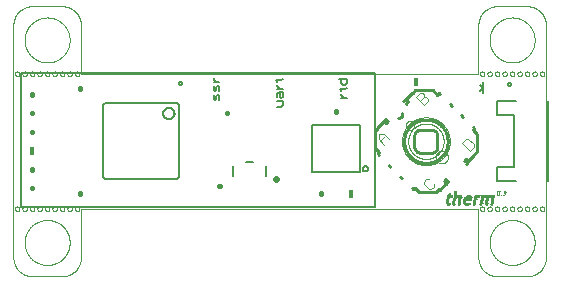
<source format=gto>
G75*
%MOIN*%
%OFA0B0*%
%FSLAX25Y25*%
%IPPOS*%
%LPD*%
%AMOC8*
5,1,8,0,0,1.08239X$1,22.5*
%
%ADD10C,0.00000*%
%ADD11C,0.00500*%
%ADD12C,0.00800*%
%ADD13C,0.01000*%
%ADD14C,0.00200*%
%ADD15C,0.00400*%
%ADD16C,0.02200*%
%ADD17C,0.01600*%
%ADD18R,0.01600X0.02800*%
%ADD19C,0.00600*%
%ADD20R,0.01000X0.00200*%
%ADD21R,0.00800X0.00200*%
%ADD22R,0.01200X0.00200*%
%ADD23R,0.00600X0.00200*%
%ADD24R,0.01400X0.00200*%
%ADD25R,0.02000X0.00200*%
%ADD26R,0.01600X0.00200*%
%ADD27R,0.02200X0.00200*%
%ADD28R,0.02400X0.00200*%
%ADD29R,0.03000X0.00200*%
%ADD30R,0.02800X0.00200*%
%ADD31R,0.01800X0.00200*%
%ADD32R,0.04600X0.00200*%
%ADD33R,0.04400X0.00200*%
%ADD34R,0.02600X0.00200*%
%ADD35R,0.00200X0.00200*%
%ADD36R,0.00400X0.00200*%
D10*
X0044428Y0027683D02*
X0044428Y0105183D01*
X0044430Y0105339D01*
X0044436Y0105495D01*
X0044445Y0105650D01*
X0044459Y0105805D01*
X0044477Y0105960D01*
X0044498Y0106115D01*
X0044523Y0106268D01*
X0044552Y0106421D01*
X0044585Y0106574D01*
X0044621Y0106725D01*
X0044662Y0106876D01*
X0044706Y0107025D01*
X0044753Y0107174D01*
X0044805Y0107321D01*
X0044860Y0107466D01*
X0044919Y0107611D01*
X0044981Y0107754D01*
X0045047Y0107895D01*
X0045116Y0108034D01*
X0045189Y0108172D01*
X0045265Y0108308D01*
X0045345Y0108442D01*
X0045428Y0108574D01*
X0045514Y0108704D01*
X0045603Y0108831D01*
X0045696Y0108957D01*
X0045792Y0109080D01*
X0045890Y0109200D01*
X0045992Y0109319D01*
X0046096Y0109434D01*
X0046204Y0109547D01*
X0046314Y0109657D01*
X0046427Y0109765D01*
X0046542Y0109869D01*
X0046661Y0109971D01*
X0046781Y0110069D01*
X0046904Y0110165D01*
X0047030Y0110258D01*
X0047157Y0110347D01*
X0047287Y0110433D01*
X0047419Y0110516D01*
X0047553Y0110596D01*
X0047689Y0110672D01*
X0047827Y0110745D01*
X0047966Y0110814D01*
X0048107Y0110880D01*
X0048250Y0110942D01*
X0048395Y0111001D01*
X0048540Y0111056D01*
X0048687Y0111108D01*
X0048836Y0111155D01*
X0048985Y0111199D01*
X0049136Y0111240D01*
X0049287Y0111276D01*
X0049440Y0111309D01*
X0049593Y0111338D01*
X0049746Y0111363D01*
X0049901Y0111384D01*
X0050056Y0111402D01*
X0050211Y0111416D01*
X0050366Y0111425D01*
X0050522Y0111431D01*
X0050678Y0111433D01*
X0060678Y0111433D01*
X0060834Y0111431D01*
X0060990Y0111425D01*
X0061145Y0111416D01*
X0061300Y0111402D01*
X0061455Y0111384D01*
X0061610Y0111363D01*
X0061763Y0111338D01*
X0061916Y0111309D01*
X0062069Y0111276D01*
X0062220Y0111240D01*
X0062371Y0111199D01*
X0062520Y0111155D01*
X0062669Y0111108D01*
X0062816Y0111056D01*
X0062961Y0111001D01*
X0063106Y0110942D01*
X0063249Y0110880D01*
X0063390Y0110814D01*
X0063529Y0110745D01*
X0063667Y0110672D01*
X0063803Y0110596D01*
X0063937Y0110516D01*
X0064069Y0110433D01*
X0064199Y0110347D01*
X0064326Y0110258D01*
X0064452Y0110165D01*
X0064575Y0110069D01*
X0064695Y0109971D01*
X0064814Y0109869D01*
X0064929Y0109765D01*
X0065042Y0109657D01*
X0065152Y0109547D01*
X0065260Y0109434D01*
X0065364Y0109319D01*
X0065466Y0109200D01*
X0065564Y0109080D01*
X0065660Y0108957D01*
X0065753Y0108831D01*
X0065842Y0108704D01*
X0065928Y0108574D01*
X0066011Y0108442D01*
X0066091Y0108308D01*
X0066167Y0108172D01*
X0066240Y0108034D01*
X0066309Y0107895D01*
X0066375Y0107754D01*
X0066437Y0107611D01*
X0066496Y0107466D01*
X0066551Y0107321D01*
X0066603Y0107174D01*
X0066650Y0107025D01*
X0066694Y0106876D01*
X0066735Y0106725D01*
X0066771Y0106574D01*
X0066804Y0106421D01*
X0066833Y0106268D01*
X0066858Y0106115D01*
X0066879Y0105960D01*
X0066897Y0105805D01*
X0066911Y0105650D01*
X0066920Y0105495D01*
X0066926Y0105339D01*
X0066928Y0105183D01*
X0066928Y0088933D01*
X0199428Y0088933D01*
X0199428Y0105183D01*
X0199430Y0105339D01*
X0199436Y0105495D01*
X0199445Y0105650D01*
X0199459Y0105805D01*
X0199477Y0105960D01*
X0199498Y0106115D01*
X0199523Y0106268D01*
X0199552Y0106421D01*
X0199585Y0106574D01*
X0199621Y0106725D01*
X0199662Y0106876D01*
X0199706Y0107025D01*
X0199753Y0107174D01*
X0199805Y0107321D01*
X0199860Y0107466D01*
X0199919Y0107611D01*
X0199981Y0107754D01*
X0200047Y0107895D01*
X0200116Y0108034D01*
X0200189Y0108172D01*
X0200265Y0108308D01*
X0200345Y0108442D01*
X0200428Y0108574D01*
X0200514Y0108704D01*
X0200603Y0108831D01*
X0200696Y0108957D01*
X0200792Y0109080D01*
X0200890Y0109200D01*
X0200992Y0109319D01*
X0201096Y0109434D01*
X0201204Y0109547D01*
X0201314Y0109657D01*
X0201427Y0109765D01*
X0201542Y0109869D01*
X0201661Y0109971D01*
X0201781Y0110069D01*
X0201904Y0110165D01*
X0202030Y0110258D01*
X0202157Y0110347D01*
X0202287Y0110433D01*
X0202419Y0110516D01*
X0202553Y0110596D01*
X0202689Y0110672D01*
X0202827Y0110745D01*
X0202966Y0110814D01*
X0203107Y0110880D01*
X0203250Y0110942D01*
X0203395Y0111001D01*
X0203540Y0111056D01*
X0203687Y0111108D01*
X0203836Y0111155D01*
X0203985Y0111199D01*
X0204136Y0111240D01*
X0204287Y0111276D01*
X0204440Y0111309D01*
X0204593Y0111338D01*
X0204746Y0111363D01*
X0204901Y0111384D01*
X0205056Y0111402D01*
X0205211Y0111416D01*
X0205366Y0111425D01*
X0205522Y0111431D01*
X0205678Y0111433D01*
X0215678Y0111433D01*
X0215834Y0111431D01*
X0215990Y0111425D01*
X0216145Y0111416D01*
X0216300Y0111402D01*
X0216455Y0111384D01*
X0216610Y0111363D01*
X0216763Y0111338D01*
X0216916Y0111309D01*
X0217069Y0111276D01*
X0217220Y0111240D01*
X0217371Y0111199D01*
X0217520Y0111155D01*
X0217669Y0111108D01*
X0217816Y0111056D01*
X0217961Y0111001D01*
X0218106Y0110942D01*
X0218249Y0110880D01*
X0218390Y0110814D01*
X0218529Y0110745D01*
X0218667Y0110672D01*
X0218803Y0110596D01*
X0218937Y0110516D01*
X0219069Y0110433D01*
X0219199Y0110347D01*
X0219326Y0110258D01*
X0219452Y0110165D01*
X0219575Y0110069D01*
X0219695Y0109971D01*
X0219814Y0109869D01*
X0219929Y0109765D01*
X0220042Y0109657D01*
X0220152Y0109547D01*
X0220260Y0109434D01*
X0220364Y0109319D01*
X0220466Y0109200D01*
X0220564Y0109080D01*
X0220660Y0108957D01*
X0220753Y0108831D01*
X0220842Y0108704D01*
X0220928Y0108574D01*
X0221011Y0108442D01*
X0221091Y0108308D01*
X0221167Y0108172D01*
X0221240Y0108034D01*
X0221309Y0107895D01*
X0221375Y0107754D01*
X0221437Y0107611D01*
X0221496Y0107466D01*
X0221551Y0107321D01*
X0221603Y0107174D01*
X0221650Y0107025D01*
X0221694Y0106876D01*
X0221735Y0106725D01*
X0221771Y0106574D01*
X0221804Y0106421D01*
X0221833Y0106268D01*
X0221858Y0106115D01*
X0221879Y0105960D01*
X0221897Y0105805D01*
X0221911Y0105650D01*
X0221920Y0105495D01*
X0221926Y0105339D01*
X0221928Y0105183D01*
X0221928Y0027683D01*
X0221926Y0027527D01*
X0221920Y0027371D01*
X0221911Y0027216D01*
X0221897Y0027061D01*
X0221879Y0026906D01*
X0221858Y0026751D01*
X0221833Y0026598D01*
X0221804Y0026445D01*
X0221771Y0026292D01*
X0221735Y0026141D01*
X0221694Y0025990D01*
X0221650Y0025841D01*
X0221603Y0025692D01*
X0221551Y0025545D01*
X0221496Y0025400D01*
X0221437Y0025255D01*
X0221375Y0025112D01*
X0221309Y0024971D01*
X0221240Y0024832D01*
X0221167Y0024694D01*
X0221091Y0024558D01*
X0221011Y0024424D01*
X0220928Y0024292D01*
X0220842Y0024162D01*
X0220753Y0024035D01*
X0220660Y0023909D01*
X0220564Y0023786D01*
X0220466Y0023666D01*
X0220364Y0023547D01*
X0220260Y0023432D01*
X0220152Y0023319D01*
X0220042Y0023209D01*
X0219929Y0023101D01*
X0219814Y0022997D01*
X0219695Y0022895D01*
X0219575Y0022797D01*
X0219452Y0022701D01*
X0219326Y0022608D01*
X0219199Y0022519D01*
X0219069Y0022433D01*
X0218937Y0022350D01*
X0218803Y0022270D01*
X0218667Y0022194D01*
X0218529Y0022121D01*
X0218390Y0022052D01*
X0218249Y0021986D01*
X0218106Y0021924D01*
X0217961Y0021865D01*
X0217816Y0021810D01*
X0217669Y0021758D01*
X0217520Y0021711D01*
X0217371Y0021667D01*
X0217220Y0021626D01*
X0217069Y0021590D01*
X0216916Y0021557D01*
X0216763Y0021528D01*
X0216610Y0021503D01*
X0216455Y0021482D01*
X0216300Y0021464D01*
X0216145Y0021450D01*
X0215990Y0021441D01*
X0215834Y0021435D01*
X0215678Y0021433D01*
X0205678Y0021433D01*
X0205522Y0021435D01*
X0205366Y0021441D01*
X0205211Y0021450D01*
X0205056Y0021464D01*
X0204901Y0021482D01*
X0204746Y0021503D01*
X0204593Y0021528D01*
X0204440Y0021557D01*
X0204287Y0021590D01*
X0204136Y0021626D01*
X0203985Y0021667D01*
X0203836Y0021711D01*
X0203687Y0021758D01*
X0203540Y0021810D01*
X0203395Y0021865D01*
X0203250Y0021924D01*
X0203107Y0021986D01*
X0202966Y0022052D01*
X0202827Y0022121D01*
X0202689Y0022194D01*
X0202553Y0022270D01*
X0202419Y0022350D01*
X0202287Y0022433D01*
X0202157Y0022519D01*
X0202030Y0022608D01*
X0201904Y0022701D01*
X0201781Y0022797D01*
X0201661Y0022895D01*
X0201542Y0022997D01*
X0201427Y0023101D01*
X0201314Y0023209D01*
X0201204Y0023319D01*
X0201096Y0023432D01*
X0200992Y0023547D01*
X0200890Y0023666D01*
X0200792Y0023786D01*
X0200696Y0023909D01*
X0200603Y0024035D01*
X0200514Y0024162D01*
X0200428Y0024292D01*
X0200345Y0024424D01*
X0200265Y0024558D01*
X0200189Y0024694D01*
X0200116Y0024832D01*
X0200047Y0024971D01*
X0199981Y0025112D01*
X0199919Y0025255D01*
X0199860Y0025400D01*
X0199805Y0025545D01*
X0199753Y0025692D01*
X0199706Y0025841D01*
X0199662Y0025990D01*
X0199621Y0026141D01*
X0199585Y0026292D01*
X0199552Y0026445D01*
X0199523Y0026598D01*
X0199498Y0026751D01*
X0199477Y0026906D01*
X0199459Y0027061D01*
X0199445Y0027216D01*
X0199436Y0027371D01*
X0199430Y0027527D01*
X0199428Y0027683D01*
X0199428Y0043933D01*
X0066928Y0043933D01*
X0066928Y0027683D01*
X0066926Y0027527D01*
X0066920Y0027371D01*
X0066911Y0027216D01*
X0066897Y0027061D01*
X0066879Y0026906D01*
X0066858Y0026751D01*
X0066833Y0026598D01*
X0066804Y0026445D01*
X0066771Y0026292D01*
X0066735Y0026141D01*
X0066694Y0025990D01*
X0066650Y0025841D01*
X0066603Y0025692D01*
X0066551Y0025545D01*
X0066496Y0025400D01*
X0066437Y0025255D01*
X0066375Y0025112D01*
X0066309Y0024971D01*
X0066240Y0024832D01*
X0066167Y0024694D01*
X0066091Y0024558D01*
X0066011Y0024424D01*
X0065928Y0024292D01*
X0065842Y0024162D01*
X0065753Y0024035D01*
X0065660Y0023909D01*
X0065564Y0023786D01*
X0065466Y0023666D01*
X0065364Y0023547D01*
X0065260Y0023432D01*
X0065152Y0023319D01*
X0065042Y0023209D01*
X0064929Y0023101D01*
X0064814Y0022997D01*
X0064695Y0022895D01*
X0064575Y0022797D01*
X0064452Y0022701D01*
X0064326Y0022608D01*
X0064199Y0022519D01*
X0064069Y0022433D01*
X0063937Y0022350D01*
X0063803Y0022270D01*
X0063667Y0022194D01*
X0063529Y0022121D01*
X0063390Y0022052D01*
X0063249Y0021986D01*
X0063106Y0021924D01*
X0062961Y0021865D01*
X0062816Y0021810D01*
X0062669Y0021758D01*
X0062520Y0021711D01*
X0062371Y0021667D01*
X0062220Y0021626D01*
X0062069Y0021590D01*
X0061916Y0021557D01*
X0061763Y0021528D01*
X0061610Y0021503D01*
X0061455Y0021482D01*
X0061300Y0021464D01*
X0061145Y0021450D01*
X0060990Y0021441D01*
X0060834Y0021435D01*
X0060678Y0021433D01*
X0050678Y0021433D01*
X0050522Y0021435D01*
X0050366Y0021441D01*
X0050211Y0021450D01*
X0050056Y0021464D01*
X0049901Y0021482D01*
X0049746Y0021503D01*
X0049593Y0021528D01*
X0049440Y0021557D01*
X0049287Y0021590D01*
X0049136Y0021626D01*
X0048985Y0021667D01*
X0048836Y0021711D01*
X0048687Y0021758D01*
X0048540Y0021810D01*
X0048395Y0021865D01*
X0048250Y0021924D01*
X0048107Y0021986D01*
X0047966Y0022052D01*
X0047827Y0022121D01*
X0047689Y0022194D01*
X0047553Y0022270D01*
X0047419Y0022350D01*
X0047287Y0022433D01*
X0047157Y0022519D01*
X0047030Y0022608D01*
X0046904Y0022701D01*
X0046781Y0022797D01*
X0046661Y0022895D01*
X0046542Y0022997D01*
X0046427Y0023101D01*
X0046314Y0023209D01*
X0046204Y0023319D01*
X0046096Y0023432D01*
X0045992Y0023547D01*
X0045890Y0023666D01*
X0045792Y0023786D01*
X0045696Y0023909D01*
X0045603Y0024035D01*
X0045514Y0024162D01*
X0045428Y0024292D01*
X0045345Y0024424D01*
X0045265Y0024558D01*
X0045189Y0024694D01*
X0045116Y0024832D01*
X0045047Y0024971D01*
X0044981Y0025112D01*
X0044919Y0025255D01*
X0044860Y0025400D01*
X0044805Y0025545D01*
X0044753Y0025692D01*
X0044706Y0025841D01*
X0044662Y0025990D01*
X0044621Y0026141D01*
X0044585Y0026292D01*
X0044552Y0026445D01*
X0044523Y0026598D01*
X0044498Y0026751D01*
X0044477Y0026906D01*
X0044459Y0027061D01*
X0044445Y0027216D01*
X0044436Y0027371D01*
X0044430Y0027527D01*
X0044428Y0027683D01*
X0048178Y0032683D02*
X0048180Y0032867D01*
X0048187Y0033051D01*
X0048198Y0033235D01*
X0048214Y0033418D01*
X0048234Y0033601D01*
X0048259Y0033783D01*
X0048288Y0033965D01*
X0048322Y0034146D01*
X0048360Y0034326D01*
X0048403Y0034505D01*
X0048450Y0034683D01*
X0048501Y0034860D01*
X0048557Y0035036D01*
X0048616Y0035210D01*
X0048681Y0035382D01*
X0048749Y0035553D01*
X0048821Y0035722D01*
X0048898Y0035890D01*
X0048979Y0036055D01*
X0049064Y0036218D01*
X0049152Y0036380D01*
X0049245Y0036539D01*
X0049342Y0036695D01*
X0049442Y0036850D01*
X0049546Y0037002D01*
X0049654Y0037151D01*
X0049765Y0037297D01*
X0049880Y0037441D01*
X0049999Y0037582D01*
X0050121Y0037720D01*
X0050246Y0037855D01*
X0050375Y0037986D01*
X0050506Y0038115D01*
X0050641Y0038240D01*
X0050779Y0038362D01*
X0050920Y0038481D01*
X0051064Y0038596D01*
X0051210Y0038707D01*
X0051359Y0038815D01*
X0051511Y0038919D01*
X0051666Y0039019D01*
X0051822Y0039116D01*
X0051981Y0039209D01*
X0052143Y0039297D01*
X0052306Y0039382D01*
X0052471Y0039463D01*
X0052639Y0039540D01*
X0052808Y0039612D01*
X0052979Y0039680D01*
X0053151Y0039745D01*
X0053325Y0039804D01*
X0053501Y0039860D01*
X0053678Y0039911D01*
X0053856Y0039958D01*
X0054035Y0040001D01*
X0054215Y0040039D01*
X0054396Y0040073D01*
X0054578Y0040102D01*
X0054760Y0040127D01*
X0054943Y0040147D01*
X0055126Y0040163D01*
X0055310Y0040174D01*
X0055494Y0040181D01*
X0055678Y0040183D01*
X0055862Y0040181D01*
X0056046Y0040174D01*
X0056230Y0040163D01*
X0056413Y0040147D01*
X0056596Y0040127D01*
X0056778Y0040102D01*
X0056960Y0040073D01*
X0057141Y0040039D01*
X0057321Y0040001D01*
X0057500Y0039958D01*
X0057678Y0039911D01*
X0057855Y0039860D01*
X0058031Y0039804D01*
X0058205Y0039745D01*
X0058377Y0039680D01*
X0058548Y0039612D01*
X0058717Y0039540D01*
X0058885Y0039463D01*
X0059050Y0039382D01*
X0059213Y0039297D01*
X0059375Y0039209D01*
X0059534Y0039116D01*
X0059690Y0039019D01*
X0059845Y0038919D01*
X0059997Y0038815D01*
X0060146Y0038707D01*
X0060292Y0038596D01*
X0060436Y0038481D01*
X0060577Y0038362D01*
X0060715Y0038240D01*
X0060850Y0038115D01*
X0060981Y0037986D01*
X0061110Y0037855D01*
X0061235Y0037720D01*
X0061357Y0037582D01*
X0061476Y0037441D01*
X0061591Y0037297D01*
X0061702Y0037151D01*
X0061810Y0037002D01*
X0061914Y0036850D01*
X0062014Y0036695D01*
X0062111Y0036539D01*
X0062204Y0036380D01*
X0062292Y0036218D01*
X0062377Y0036055D01*
X0062458Y0035890D01*
X0062535Y0035722D01*
X0062607Y0035553D01*
X0062675Y0035382D01*
X0062740Y0035210D01*
X0062799Y0035036D01*
X0062855Y0034860D01*
X0062906Y0034683D01*
X0062953Y0034505D01*
X0062996Y0034326D01*
X0063034Y0034146D01*
X0063068Y0033965D01*
X0063097Y0033783D01*
X0063122Y0033601D01*
X0063142Y0033418D01*
X0063158Y0033235D01*
X0063169Y0033051D01*
X0063176Y0032867D01*
X0063178Y0032683D01*
X0063176Y0032499D01*
X0063169Y0032315D01*
X0063158Y0032131D01*
X0063142Y0031948D01*
X0063122Y0031765D01*
X0063097Y0031583D01*
X0063068Y0031401D01*
X0063034Y0031220D01*
X0062996Y0031040D01*
X0062953Y0030861D01*
X0062906Y0030683D01*
X0062855Y0030506D01*
X0062799Y0030330D01*
X0062740Y0030156D01*
X0062675Y0029984D01*
X0062607Y0029813D01*
X0062535Y0029644D01*
X0062458Y0029476D01*
X0062377Y0029311D01*
X0062292Y0029148D01*
X0062204Y0028986D01*
X0062111Y0028827D01*
X0062014Y0028671D01*
X0061914Y0028516D01*
X0061810Y0028364D01*
X0061702Y0028215D01*
X0061591Y0028069D01*
X0061476Y0027925D01*
X0061357Y0027784D01*
X0061235Y0027646D01*
X0061110Y0027511D01*
X0060981Y0027380D01*
X0060850Y0027251D01*
X0060715Y0027126D01*
X0060577Y0027004D01*
X0060436Y0026885D01*
X0060292Y0026770D01*
X0060146Y0026659D01*
X0059997Y0026551D01*
X0059845Y0026447D01*
X0059690Y0026347D01*
X0059534Y0026250D01*
X0059375Y0026157D01*
X0059213Y0026069D01*
X0059050Y0025984D01*
X0058885Y0025903D01*
X0058717Y0025826D01*
X0058548Y0025754D01*
X0058377Y0025686D01*
X0058205Y0025621D01*
X0058031Y0025562D01*
X0057855Y0025506D01*
X0057678Y0025455D01*
X0057500Y0025408D01*
X0057321Y0025365D01*
X0057141Y0025327D01*
X0056960Y0025293D01*
X0056778Y0025264D01*
X0056596Y0025239D01*
X0056413Y0025219D01*
X0056230Y0025203D01*
X0056046Y0025192D01*
X0055862Y0025185D01*
X0055678Y0025183D01*
X0055494Y0025185D01*
X0055310Y0025192D01*
X0055126Y0025203D01*
X0054943Y0025219D01*
X0054760Y0025239D01*
X0054578Y0025264D01*
X0054396Y0025293D01*
X0054215Y0025327D01*
X0054035Y0025365D01*
X0053856Y0025408D01*
X0053678Y0025455D01*
X0053501Y0025506D01*
X0053325Y0025562D01*
X0053151Y0025621D01*
X0052979Y0025686D01*
X0052808Y0025754D01*
X0052639Y0025826D01*
X0052471Y0025903D01*
X0052306Y0025984D01*
X0052143Y0026069D01*
X0051981Y0026157D01*
X0051822Y0026250D01*
X0051666Y0026347D01*
X0051511Y0026447D01*
X0051359Y0026551D01*
X0051210Y0026659D01*
X0051064Y0026770D01*
X0050920Y0026885D01*
X0050779Y0027004D01*
X0050641Y0027126D01*
X0050506Y0027251D01*
X0050375Y0027380D01*
X0050246Y0027511D01*
X0050121Y0027646D01*
X0049999Y0027784D01*
X0049880Y0027925D01*
X0049765Y0028069D01*
X0049654Y0028215D01*
X0049546Y0028364D01*
X0049442Y0028516D01*
X0049342Y0028671D01*
X0049245Y0028827D01*
X0049152Y0028986D01*
X0049064Y0029148D01*
X0048979Y0029311D01*
X0048898Y0029476D01*
X0048821Y0029644D01*
X0048749Y0029813D01*
X0048681Y0029984D01*
X0048616Y0030156D01*
X0048557Y0030330D01*
X0048501Y0030506D01*
X0048450Y0030683D01*
X0048403Y0030861D01*
X0048360Y0031040D01*
X0048322Y0031220D01*
X0048288Y0031401D01*
X0048259Y0031583D01*
X0048234Y0031765D01*
X0048214Y0031948D01*
X0048198Y0032131D01*
X0048187Y0032315D01*
X0048180Y0032499D01*
X0048178Y0032683D01*
X0047428Y0043933D02*
X0047430Y0043987D01*
X0047436Y0044041D01*
X0047446Y0044094D01*
X0047459Y0044147D01*
X0047476Y0044198D01*
X0047497Y0044248D01*
X0047522Y0044296D01*
X0047550Y0044343D01*
X0047581Y0044387D01*
X0047615Y0044429D01*
X0047652Y0044468D01*
X0047692Y0044505D01*
X0047735Y0044538D01*
X0047780Y0044569D01*
X0047827Y0044596D01*
X0047875Y0044619D01*
X0047926Y0044639D01*
X0047977Y0044656D01*
X0048030Y0044668D01*
X0048083Y0044677D01*
X0048137Y0044682D01*
X0048192Y0044683D01*
X0048246Y0044680D01*
X0048299Y0044673D01*
X0048352Y0044662D01*
X0048405Y0044648D01*
X0048456Y0044630D01*
X0048505Y0044608D01*
X0048553Y0044583D01*
X0048599Y0044554D01*
X0048643Y0044522D01*
X0048684Y0044487D01*
X0048722Y0044449D01*
X0048758Y0044408D01*
X0048791Y0044365D01*
X0048821Y0044320D01*
X0048847Y0044272D01*
X0048870Y0044223D01*
X0048889Y0044172D01*
X0048904Y0044121D01*
X0048916Y0044068D01*
X0048924Y0044014D01*
X0048928Y0043960D01*
X0048928Y0043906D01*
X0048924Y0043852D01*
X0048916Y0043798D01*
X0048904Y0043745D01*
X0048889Y0043694D01*
X0048870Y0043643D01*
X0048847Y0043594D01*
X0048821Y0043546D01*
X0048791Y0043501D01*
X0048758Y0043458D01*
X0048722Y0043417D01*
X0048684Y0043379D01*
X0048643Y0043344D01*
X0048599Y0043312D01*
X0048553Y0043283D01*
X0048505Y0043258D01*
X0048456Y0043236D01*
X0048405Y0043218D01*
X0048352Y0043204D01*
X0048299Y0043193D01*
X0048246Y0043186D01*
X0048192Y0043183D01*
X0048137Y0043184D01*
X0048083Y0043189D01*
X0048030Y0043198D01*
X0047977Y0043210D01*
X0047926Y0043227D01*
X0047875Y0043247D01*
X0047827Y0043270D01*
X0047780Y0043297D01*
X0047735Y0043328D01*
X0047692Y0043361D01*
X0047652Y0043398D01*
X0047615Y0043437D01*
X0047581Y0043479D01*
X0047550Y0043523D01*
X0047522Y0043570D01*
X0047497Y0043618D01*
X0047476Y0043668D01*
X0047459Y0043719D01*
X0047446Y0043772D01*
X0047436Y0043825D01*
X0047430Y0043879D01*
X0047428Y0043933D01*
X0044928Y0043933D02*
X0044930Y0043987D01*
X0044936Y0044041D01*
X0044946Y0044094D01*
X0044959Y0044147D01*
X0044976Y0044198D01*
X0044997Y0044248D01*
X0045022Y0044296D01*
X0045050Y0044343D01*
X0045081Y0044387D01*
X0045115Y0044429D01*
X0045152Y0044468D01*
X0045192Y0044505D01*
X0045235Y0044538D01*
X0045280Y0044569D01*
X0045327Y0044596D01*
X0045375Y0044619D01*
X0045426Y0044639D01*
X0045477Y0044656D01*
X0045530Y0044668D01*
X0045583Y0044677D01*
X0045637Y0044682D01*
X0045692Y0044683D01*
X0045746Y0044680D01*
X0045799Y0044673D01*
X0045852Y0044662D01*
X0045905Y0044648D01*
X0045956Y0044630D01*
X0046005Y0044608D01*
X0046053Y0044583D01*
X0046099Y0044554D01*
X0046143Y0044522D01*
X0046184Y0044487D01*
X0046222Y0044449D01*
X0046258Y0044408D01*
X0046291Y0044365D01*
X0046321Y0044320D01*
X0046347Y0044272D01*
X0046370Y0044223D01*
X0046389Y0044172D01*
X0046404Y0044121D01*
X0046416Y0044068D01*
X0046424Y0044014D01*
X0046428Y0043960D01*
X0046428Y0043906D01*
X0046424Y0043852D01*
X0046416Y0043798D01*
X0046404Y0043745D01*
X0046389Y0043694D01*
X0046370Y0043643D01*
X0046347Y0043594D01*
X0046321Y0043546D01*
X0046291Y0043501D01*
X0046258Y0043458D01*
X0046222Y0043417D01*
X0046184Y0043379D01*
X0046143Y0043344D01*
X0046099Y0043312D01*
X0046053Y0043283D01*
X0046005Y0043258D01*
X0045956Y0043236D01*
X0045905Y0043218D01*
X0045852Y0043204D01*
X0045799Y0043193D01*
X0045746Y0043186D01*
X0045692Y0043183D01*
X0045637Y0043184D01*
X0045583Y0043189D01*
X0045530Y0043198D01*
X0045477Y0043210D01*
X0045426Y0043227D01*
X0045375Y0043247D01*
X0045327Y0043270D01*
X0045280Y0043297D01*
X0045235Y0043328D01*
X0045192Y0043361D01*
X0045152Y0043398D01*
X0045115Y0043437D01*
X0045081Y0043479D01*
X0045050Y0043523D01*
X0045022Y0043570D01*
X0044997Y0043618D01*
X0044976Y0043668D01*
X0044959Y0043719D01*
X0044946Y0043772D01*
X0044936Y0043825D01*
X0044930Y0043879D01*
X0044928Y0043933D01*
X0049928Y0043933D02*
X0049930Y0043987D01*
X0049936Y0044041D01*
X0049946Y0044094D01*
X0049959Y0044147D01*
X0049976Y0044198D01*
X0049997Y0044248D01*
X0050022Y0044296D01*
X0050050Y0044343D01*
X0050081Y0044387D01*
X0050115Y0044429D01*
X0050152Y0044468D01*
X0050192Y0044505D01*
X0050235Y0044538D01*
X0050280Y0044569D01*
X0050327Y0044596D01*
X0050375Y0044619D01*
X0050426Y0044639D01*
X0050477Y0044656D01*
X0050530Y0044668D01*
X0050583Y0044677D01*
X0050637Y0044682D01*
X0050692Y0044683D01*
X0050746Y0044680D01*
X0050799Y0044673D01*
X0050852Y0044662D01*
X0050905Y0044648D01*
X0050956Y0044630D01*
X0051005Y0044608D01*
X0051053Y0044583D01*
X0051099Y0044554D01*
X0051143Y0044522D01*
X0051184Y0044487D01*
X0051222Y0044449D01*
X0051258Y0044408D01*
X0051291Y0044365D01*
X0051321Y0044320D01*
X0051347Y0044272D01*
X0051370Y0044223D01*
X0051389Y0044172D01*
X0051404Y0044121D01*
X0051416Y0044068D01*
X0051424Y0044014D01*
X0051428Y0043960D01*
X0051428Y0043906D01*
X0051424Y0043852D01*
X0051416Y0043798D01*
X0051404Y0043745D01*
X0051389Y0043694D01*
X0051370Y0043643D01*
X0051347Y0043594D01*
X0051321Y0043546D01*
X0051291Y0043501D01*
X0051258Y0043458D01*
X0051222Y0043417D01*
X0051184Y0043379D01*
X0051143Y0043344D01*
X0051099Y0043312D01*
X0051053Y0043283D01*
X0051005Y0043258D01*
X0050956Y0043236D01*
X0050905Y0043218D01*
X0050852Y0043204D01*
X0050799Y0043193D01*
X0050746Y0043186D01*
X0050692Y0043183D01*
X0050637Y0043184D01*
X0050583Y0043189D01*
X0050530Y0043198D01*
X0050477Y0043210D01*
X0050426Y0043227D01*
X0050375Y0043247D01*
X0050327Y0043270D01*
X0050280Y0043297D01*
X0050235Y0043328D01*
X0050192Y0043361D01*
X0050152Y0043398D01*
X0050115Y0043437D01*
X0050081Y0043479D01*
X0050050Y0043523D01*
X0050022Y0043570D01*
X0049997Y0043618D01*
X0049976Y0043668D01*
X0049959Y0043719D01*
X0049946Y0043772D01*
X0049936Y0043825D01*
X0049930Y0043879D01*
X0049928Y0043933D01*
X0052428Y0043933D02*
X0052430Y0043987D01*
X0052436Y0044041D01*
X0052446Y0044094D01*
X0052459Y0044147D01*
X0052476Y0044198D01*
X0052497Y0044248D01*
X0052522Y0044296D01*
X0052550Y0044343D01*
X0052581Y0044387D01*
X0052615Y0044429D01*
X0052652Y0044468D01*
X0052692Y0044505D01*
X0052735Y0044538D01*
X0052780Y0044569D01*
X0052827Y0044596D01*
X0052875Y0044619D01*
X0052926Y0044639D01*
X0052977Y0044656D01*
X0053030Y0044668D01*
X0053083Y0044677D01*
X0053137Y0044682D01*
X0053192Y0044683D01*
X0053246Y0044680D01*
X0053299Y0044673D01*
X0053352Y0044662D01*
X0053405Y0044648D01*
X0053456Y0044630D01*
X0053505Y0044608D01*
X0053553Y0044583D01*
X0053599Y0044554D01*
X0053643Y0044522D01*
X0053684Y0044487D01*
X0053722Y0044449D01*
X0053758Y0044408D01*
X0053791Y0044365D01*
X0053821Y0044320D01*
X0053847Y0044272D01*
X0053870Y0044223D01*
X0053889Y0044172D01*
X0053904Y0044121D01*
X0053916Y0044068D01*
X0053924Y0044014D01*
X0053928Y0043960D01*
X0053928Y0043906D01*
X0053924Y0043852D01*
X0053916Y0043798D01*
X0053904Y0043745D01*
X0053889Y0043694D01*
X0053870Y0043643D01*
X0053847Y0043594D01*
X0053821Y0043546D01*
X0053791Y0043501D01*
X0053758Y0043458D01*
X0053722Y0043417D01*
X0053684Y0043379D01*
X0053643Y0043344D01*
X0053599Y0043312D01*
X0053553Y0043283D01*
X0053505Y0043258D01*
X0053456Y0043236D01*
X0053405Y0043218D01*
X0053352Y0043204D01*
X0053299Y0043193D01*
X0053246Y0043186D01*
X0053192Y0043183D01*
X0053137Y0043184D01*
X0053083Y0043189D01*
X0053030Y0043198D01*
X0052977Y0043210D01*
X0052926Y0043227D01*
X0052875Y0043247D01*
X0052827Y0043270D01*
X0052780Y0043297D01*
X0052735Y0043328D01*
X0052692Y0043361D01*
X0052652Y0043398D01*
X0052615Y0043437D01*
X0052581Y0043479D01*
X0052550Y0043523D01*
X0052522Y0043570D01*
X0052497Y0043618D01*
X0052476Y0043668D01*
X0052459Y0043719D01*
X0052446Y0043772D01*
X0052436Y0043825D01*
X0052430Y0043879D01*
X0052428Y0043933D01*
X0054928Y0043933D02*
X0054930Y0043987D01*
X0054936Y0044041D01*
X0054946Y0044094D01*
X0054959Y0044147D01*
X0054976Y0044198D01*
X0054997Y0044248D01*
X0055022Y0044296D01*
X0055050Y0044343D01*
X0055081Y0044387D01*
X0055115Y0044429D01*
X0055152Y0044468D01*
X0055192Y0044505D01*
X0055235Y0044538D01*
X0055280Y0044569D01*
X0055327Y0044596D01*
X0055375Y0044619D01*
X0055426Y0044639D01*
X0055477Y0044656D01*
X0055530Y0044668D01*
X0055583Y0044677D01*
X0055637Y0044682D01*
X0055692Y0044683D01*
X0055746Y0044680D01*
X0055799Y0044673D01*
X0055852Y0044662D01*
X0055905Y0044648D01*
X0055956Y0044630D01*
X0056005Y0044608D01*
X0056053Y0044583D01*
X0056099Y0044554D01*
X0056143Y0044522D01*
X0056184Y0044487D01*
X0056222Y0044449D01*
X0056258Y0044408D01*
X0056291Y0044365D01*
X0056321Y0044320D01*
X0056347Y0044272D01*
X0056370Y0044223D01*
X0056389Y0044172D01*
X0056404Y0044121D01*
X0056416Y0044068D01*
X0056424Y0044014D01*
X0056428Y0043960D01*
X0056428Y0043906D01*
X0056424Y0043852D01*
X0056416Y0043798D01*
X0056404Y0043745D01*
X0056389Y0043694D01*
X0056370Y0043643D01*
X0056347Y0043594D01*
X0056321Y0043546D01*
X0056291Y0043501D01*
X0056258Y0043458D01*
X0056222Y0043417D01*
X0056184Y0043379D01*
X0056143Y0043344D01*
X0056099Y0043312D01*
X0056053Y0043283D01*
X0056005Y0043258D01*
X0055956Y0043236D01*
X0055905Y0043218D01*
X0055852Y0043204D01*
X0055799Y0043193D01*
X0055746Y0043186D01*
X0055692Y0043183D01*
X0055637Y0043184D01*
X0055583Y0043189D01*
X0055530Y0043198D01*
X0055477Y0043210D01*
X0055426Y0043227D01*
X0055375Y0043247D01*
X0055327Y0043270D01*
X0055280Y0043297D01*
X0055235Y0043328D01*
X0055192Y0043361D01*
X0055152Y0043398D01*
X0055115Y0043437D01*
X0055081Y0043479D01*
X0055050Y0043523D01*
X0055022Y0043570D01*
X0054997Y0043618D01*
X0054976Y0043668D01*
X0054959Y0043719D01*
X0054946Y0043772D01*
X0054936Y0043825D01*
X0054930Y0043879D01*
X0054928Y0043933D01*
X0057428Y0043933D02*
X0057430Y0043987D01*
X0057436Y0044041D01*
X0057446Y0044094D01*
X0057459Y0044147D01*
X0057476Y0044198D01*
X0057497Y0044248D01*
X0057522Y0044296D01*
X0057550Y0044343D01*
X0057581Y0044387D01*
X0057615Y0044429D01*
X0057652Y0044468D01*
X0057692Y0044505D01*
X0057735Y0044538D01*
X0057780Y0044569D01*
X0057827Y0044596D01*
X0057875Y0044619D01*
X0057926Y0044639D01*
X0057977Y0044656D01*
X0058030Y0044668D01*
X0058083Y0044677D01*
X0058137Y0044682D01*
X0058192Y0044683D01*
X0058246Y0044680D01*
X0058299Y0044673D01*
X0058352Y0044662D01*
X0058405Y0044648D01*
X0058456Y0044630D01*
X0058505Y0044608D01*
X0058553Y0044583D01*
X0058599Y0044554D01*
X0058643Y0044522D01*
X0058684Y0044487D01*
X0058722Y0044449D01*
X0058758Y0044408D01*
X0058791Y0044365D01*
X0058821Y0044320D01*
X0058847Y0044272D01*
X0058870Y0044223D01*
X0058889Y0044172D01*
X0058904Y0044121D01*
X0058916Y0044068D01*
X0058924Y0044014D01*
X0058928Y0043960D01*
X0058928Y0043906D01*
X0058924Y0043852D01*
X0058916Y0043798D01*
X0058904Y0043745D01*
X0058889Y0043694D01*
X0058870Y0043643D01*
X0058847Y0043594D01*
X0058821Y0043546D01*
X0058791Y0043501D01*
X0058758Y0043458D01*
X0058722Y0043417D01*
X0058684Y0043379D01*
X0058643Y0043344D01*
X0058599Y0043312D01*
X0058553Y0043283D01*
X0058505Y0043258D01*
X0058456Y0043236D01*
X0058405Y0043218D01*
X0058352Y0043204D01*
X0058299Y0043193D01*
X0058246Y0043186D01*
X0058192Y0043183D01*
X0058137Y0043184D01*
X0058083Y0043189D01*
X0058030Y0043198D01*
X0057977Y0043210D01*
X0057926Y0043227D01*
X0057875Y0043247D01*
X0057827Y0043270D01*
X0057780Y0043297D01*
X0057735Y0043328D01*
X0057692Y0043361D01*
X0057652Y0043398D01*
X0057615Y0043437D01*
X0057581Y0043479D01*
X0057550Y0043523D01*
X0057522Y0043570D01*
X0057497Y0043618D01*
X0057476Y0043668D01*
X0057459Y0043719D01*
X0057446Y0043772D01*
X0057436Y0043825D01*
X0057430Y0043879D01*
X0057428Y0043933D01*
X0059928Y0043933D02*
X0059930Y0043987D01*
X0059936Y0044041D01*
X0059946Y0044094D01*
X0059959Y0044147D01*
X0059976Y0044198D01*
X0059997Y0044248D01*
X0060022Y0044296D01*
X0060050Y0044343D01*
X0060081Y0044387D01*
X0060115Y0044429D01*
X0060152Y0044468D01*
X0060192Y0044505D01*
X0060235Y0044538D01*
X0060280Y0044569D01*
X0060327Y0044596D01*
X0060375Y0044619D01*
X0060426Y0044639D01*
X0060477Y0044656D01*
X0060530Y0044668D01*
X0060583Y0044677D01*
X0060637Y0044682D01*
X0060692Y0044683D01*
X0060746Y0044680D01*
X0060799Y0044673D01*
X0060852Y0044662D01*
X0060905Y0044648D01*
X0060956Y0044630D01*
X0061005Y0044608D01*
X0061053Y0044583D01*
X0061099Y0044554D01*
X0061143Y0044522D01*
X0061184Y0044487D01*
X0061222Y0044449D01*
X0061258Y0044408D01*
X0061291Y0044365D01*
X0061321Y0044320D01*
X0061347Y0044272D01*
X0061370Y0044223D01*
X0061389Y0044172D01*
X0061404Y0044121D01*
X0061416Y0044068D01*
X0061424Y0044014D01*
X0061428Y0043960D01*
X0061428Y0043906D01*
X0061424Y0043852D01*
X0061416Y0043798D01*
X0061404Y0043745D01*
X0061389Y0043694D01*
X0061370Y0043643D01*
X0061347Y0043594D01*
X0061321Y0043546D01*
X0061291Y0043501D01*
X0061258Y0043458D01*
X0061222Y0043417D01*
X0061184Y0043379D01*
X0061143Y0043344D01*
X0061099Y0043312D01*
X0061053Y0043283D01*
X0061005Y0043258D01*
X0060956Y0043236D01*
X0060905Y0043218D01*
X0060852Y0043204D01*
X0060799Y0043193D01*
X0060746Y0043186D01*
X0060692Y0043183D01*
X0060637Y0043184D01*
X0060583Y0043189D01*
X0060530Y0043198D01*
X0060477Y0043210D01*
X0060426Y0043227D01*
X0060375Y0043247D01*
X0060327Y0043270D01*
X0060280Y0043297D01*
X0060235Y0043328D01*
X0060192Y0043361D01*
X0060152Y0043398D01*
X0060115Y0043437D01*
X0060081Y0043479D01*
X0060050Y0043523D01*
X0060022Y0043570D01*
X0059997Y0043618D01*
X0059976Y0043668D01*
X0059959Y0043719D01*
X0059946Y0043772D01*
X0059936Y0043825D01*
X0059930Y0043879D01*
X0059928Y0043933D01*
X0062428Y0043933D02*
X0062430Y0043987D01*
X0062436Y0044041D01*
X0062446Y0044094D01*
X0062459Y0044147D01*
X0062476Y0044198D01*
X0062497Y0044248D01*
X0062522Y0044296D01*
X0062550Y0044343D01*
X0062581Y0044387D01*
X0062615Y0044429D01*
X0062652Y0044468D01*
X0062692Y0044505D01*
X0062735Y0044538D01*
X0062780Y0044569D01*
X0062827Y0044596D01*
X0062875Y0044619D01*
X0062926Y0044639D01*
X0062977Y0044656D01*
X0063030Y0044668D01*
X0063083Y0044677D01*
X0063137Y0044682D01*
X0063192Y0044683D01*
X0063246Y0044680D01*
X0063299Y0044673D01*
X0063352Y0044662D01*
X0063405Y0044648D01*
X0063456Y0044630D01*
X0063505Y0044608D01*
X0063553Y0044583D01*
X0063599Y0044554D01*
X0063643Y0044522D01*
X0063684Y0044487D01*
X0063722Y0044449D01*
X0063758Y0044408D01*
X0063791Y0044365D01*
X0063821Y0044320D01*
X0063847Y0044272D01*
X0063870Y0044223D01*
X0063889Y0044172D01*
X0063904Y0044121D01*
X0063916Y0044068D01*
X0063924Y0044014D01*
X0063928Y0043960D01*
X0063928Y0043906D01*
X0063924Y0043852D01*
X0063916Y0043798D01*
X0063904Y0043745D01*
X0063889Y0043694D01*
X0063870Y0043643D01*
X0063847Y0043594D01*
X0063821Y0043546D01*
X0063791Y0043501D01*
X0063758Y0043458D01*
X0063722Y0043417D01*
X0063684Y0043379D01*
X0063643Y0043344D01*
X0063599Y0043312D01*
X0063553Y0043283D01*
X0063505Y0043258D01*
X0063456Y0043236D01*
X0063405Y0043218D01*
X0063352Y0043204D01*
X0063299Y0043193D01*
X0063246Y0043186D01*
X0063192Y0043183D01*
X0063137Y0043184D01*
X0063083Y0043189D01*
X0063030Y0043198D01*
X0062977Y0043210D01*
X0062926Y0043227D01*
X0062875Y0043247D01*
X0062827Y0043270D01*
X0062780Y0043297D01*
X0062735Y0043328D01*
X0062692Y0043361D01*
X0062652Y0043398D01*
X0062615Y0043437D01*
X0062581Y0043479D01*
X0062550Y0043523D01*
X0062522Y0043570D01*
X0062497Y0043618D01*
X0062476Y0043668D01*
X0062459Y0043719D01*
X0062446Y0043772D01*
X0062436Y0043825D01*
X0062430Y0043879D01*
X0062428Y0043933D01*
X0064928Y0043933D02*
X0064930Y0043987D01*
X0064936Y0044041D01*
X0064946Y0044094D01*
X0064959Y0044147D01*
X0064976Y0044198D01*
X0064997Y0044248D01*
X0065022Y0044296D01*
X0065050Y0044343D01*
X0065081Y0044387D01*
X0065115Y0044429D01*
X0065152Y0044468D01*
X0065192Y0044505D01*
X0065235Y0044538D01*
X0065280Y0044569D01*
X0065327Y0044596D01*
X0065375Y0044619D01*
X0065426Y0044639D01*
X0065477Y0044656D01*
X0065530Y0044668D01*
X0065583Y0044677D01*
X0065637Y0044682D01*
X0065692Y0044683D01*
X0065746Y0044680D01*
X0065799Y0044673D01*
X0065852Y0044662D01*
X0065905Y0044648D01*
X0065956Y0044630D01*
X0066005Y0044608D01*
X0066053Y0044583D01*
X0066099Y0044554D01*
X0066143Y0044522D01*
X0066184Y0044487D01*
X0066222Y0044449D01*
X0066258Y0044408D01*
X0066291Y0044365D01*
X0066321Y0044320D01*
X0066347Y0044272D01*
X0066370Y0044223D01*
X0066389Y0044172D01*
X0066404Y0044121D01*
X0066416Y0044068D01*
X0066424Y0044014D01*
X0066428Y0043960D01*
X0066428Y0043906D01*
X0066424Y0043852D01*
X0066416Y0043798D01*
X0066404Y0043745D01*
X0066389Y0043694D01*
X0066370Y0043643D01*
X0066347Y0043594D01*
X0066321Y0043546D01*
X0066291Y0043501D01*
X0066258Y0043458D01*
X0066222Y0043417D01*
X0066184Y0043379D01*
X0066143Y0043344D01*
X0066099Y0043312D01*
X0066053Y0043283D01*
X0066005Y0043258D01*
X0065956Y0043236D01*
X0065905Y0043218D01*
X0065852Y0043204D01*
X0065799Y0043193D01*
X0065746Y0043186D01*
X0065692Y0043183D01*
X0065637Y0043184D01*
X0065583Y0043189D01*
X0065530Y0043198D01*
X0065477Y0043210D01*
X0065426Y0043227D01*
X0065375Y0043247D01*
X0065327Y0043270D01*
X0065280Y0043297D01*
X0065235Y0043328D01*
X0065192Y0043361D01*
X0065152Y0043398D01*
X0065115Y0043437D01*
X0065081Y0043479D01*
X0065050Y0043523D01*
X0065022Y0043570D01*
X0064997Y0043618D01*
X0064976Y0043668D01*
X0064959Y0043719D01*
X0064946Y0043772D01*
X0064936Y0043825D01*
X0064930Y0043879D01*
X0064928Y0043933D01*
X0064928Y0088933D02*
X0064930Y0088987D01*
X0064936Y0089041D01*
X0064946Y0089094D01*
X0064959Y0089147D01*
X0064976Y0089198D01*
X0064997Y0089248D01*
X0065022Y0089296D01*
X0065050Y0089343D01*
X0065081Y0089387D01*
X0065115Y0089429D01*
X0065152Y0089468D01*
X0065192Y0089505D01*
X0065235Y0089538D01*
X0065280Y0089569D01*
X0065327Y0089596D01*
X0065375Y0089619D01*
X0065426Y0089639D01*
X0065477Y0089656D01*
X0065530Y0089668D01*
X0065583Y0089677D01*
X0065637Y0089682D01*
X0065692Y0089683D01*
X0065746Y0089680D01*
X0065799Y0089673D01*
X0065852Y0089662D01*
X0065905Y0089648D01*
X0065956Y0089630D01*
X0066005Y0089608D01*
X0066053Y0089583D01*
X0066099Y0089554D01*
X0066143Y0089522D01*
X0066184Y0089487D01*
X0066222Y0089449D01*
X0066258Y0089408D01*
X0066291Y0089365D01*
X0066321Y0089320D01*
X0066347Y0089272D01*
X0066370Y0089223D01*
X0066389Y0089172D01*
X0066404Y0089121D01*
X0066416Y0089068D01*
X0066424Y0089014D01*
X0066428Y0088960D01*
X0066428Y0088906D01*
X0066424Y0088852D01*
X0066416Y0088798D01*
X0066404Y0088745D01*
X0066389Y0088694D01*
X0066370Y0088643D01*
X0066347Y0088594D01*
X0066321Y0088546D01*
X0066291Y0088501D01*
X0066258Y0088458D01*
X0066222Y0088417D01*
X0066184Y0088379D01*
X0066143Y0088344D01*
X0066099Y0088312D01*
X0066053Y0088283D01*
X0066005Y0088258D01*
X0065956Y0088236D01*
X0065905Y0088218D01*
X0065852Y0088204D01*
X0065799Y0088193D01*
X0065746Y0088186D01*
X0065692Y0088183D01*
X0065637Y0088184D01*
X0065583Y0088189D01*
X0065530Y0088198D01*
X0065477Y0088210D01*
X0065426Y0088227D01*
X0065375Y0088247D01*
X0065327Y0088270D01*
X0065280Y0088297D01*
X0065235Y0088328D01*
X0065192Y0088361D01*
X0065152Y0088398D01*
X0065115Y0088437D01*
X0065081Y0088479D01*
X0065050Y0088523D01*
X0065022Y0088570D01*
X0064997Y0088618D01*
X0064976Y0088668D01*
X0064959Y0088719D01*
X0064946Y0088772D01*
X0064936Y0088825D01*
X0064930Y0088879D01*
X0064928Y0088933D01*
X0062428Y0088933D02*
X0062430Y0088987D01*
X0062436Y0089041D01*
X0062446Y0089094D01*
X0062459Y0089147D01*
X0062476Y0089198D01*
X0062497Y0089248D01*
X0062522Y0089296D01*
X0062550Y0089343D01*
X0062581Y0089387D01*
X0062615Y0089429D01*
X0062652Y0089468D01*
X0062692Y0089505D01*
X0062735Y0089538D01*
X0062780Y0089569D01*
X0062827Y0089596D01*
X0062875Y0089619D01*
X0062926Y0089639D01*
X0062977Y0089656D01*
X0063030Y0089668D01*
X0063083Y0089677D01*
X0063137Y0089682D01*
X0063192Y0089683D01*
X0063246Y0089680D01*
X0063299Y0089673D01*
X0063352Y0089662D01*
X0063405Y0089648D01*
X0063456Y0089630D01*
X0063505Y0089608D01*
X0063553Y0089583D01*
X0063599Y0089554D01*
X0063643Y0089522D01*
X0063684Y0089487D01*
X0063722Y0089449D01*
X0063758Y0089408D01*
X0063791Y0089365D01*
X0063821Y0089320D01*
X0063847Y0089272D01*
X0063870Y0089223D01*
X0063889Y0089172D01*
X0063904Y0089121D01*
X0063916Y0089068D01*
X0063924Y0089014D01*
X0063928Y0088960D01*
X0063928Y0088906D01*
X0063924Y0088852D01*
X0063916Y0088798D01*
X0063904Y0088745D01*
X0063889Y0088694D01*
X0063870Y0088643D01*
X0063847Y0088594D01*
X0063821Y0088546D01*
X0063791Y0088501D01*
X0063758Y0088458D01*
X0063722Y0088417D01*
X0063684Y0088379D01*
X0063643Y0088344D01*
X0063599Y0088312D01*
X0063553Y0088283D01*
X0063505Y0088258D01*
X0063456Y0088236D01*
X0063405Y0088218D01*
X0063352Y0088204D01*
X0063299Y0088193D01*
X0063246Y0088186D01*
X0063192Y0088183D01*
X0063137Y0088184D01*
X0063083Y0088189D01*
X0063030Y0088198D01*
X0062977Y0088210D01*
X0062926Y0088227D01*
X0062875Y0088247D01*
X0062827Y0088270D01*
X0062780Y0088297D01*
X0062735Y0088328D01*
X0062692Y0088361D01*
X0062652Y0088398D01*
X0062615Y0088437D01*
X0062581Y0088479D01*
X0062550Y0088523D01*
X0062522Y0088570D01*
X0062497Y0088618D01*
X0062476Y0088668D01*
X0062459Y0088719D01*
X0062446Y0088772D01*
X0062436Y0088825D01*
X0062430Y0088879D01*
X0062428Y0088933D01*
X0059928Y0088933D02*
X0059930Y0088987D01*
X0059936Y0089041D01*
X0059946Y0089094D01*
X0059959Y0089147D01*
X0059976Y0089198D01*
X0059997Y0089248D01*
X0060022Y0089296D01*
X0060050Y0089343D01*
X0060081Y0089387D01*
X0060115Y0089429D01*
X0060152Y0089468D01*
X0060192Y0089505D01*
X0060235Y0089538D01*
X0060280Y0089569D01*
X0060327Y0089596D01*
X0060375Y0089619D01*
X0060426Y0089639D01*
X0060477Y0089656D01*
X0060530Y0089668D01*
X0060583Y0089677D01*
X0060637Y0089682D01*
X0060692Y0089683D01*
X0060746Y0089680D01*
X0060799Y0089673D01*
X0060852Y0089662D01*
X0060905Y0089648D01*
X0060956Y0089630D01*
X0061005Y0089608D01*
X0061053Y0089583D01*
X0061099Y0089554D01*
X0061143Y0089522D01*
X0061184Y0089487D01*
X0061222Y0089449D01*
X0061258Y0089408D01*
X0061291Y0089365D01*
X0061321Y0089320D01*
X0061347Y0089272D01*
X0061370Y0089223D01*
X0061389Y0089172D01*
X0061404Y0089121D01*
X0061416Y0089068D01*
X0061424Y0089014D01*
X0061428Y0088960D01*
X0061428Y0088906D01*
X0061424Y0088852D01*
X0061416Y0088798D01*
X0061404Y0088745D01*
X0061389Y0088694D01*
X0061370Y0088643D01*
X0061347Y0088594D01*
X0061321Y0088546D01*
X0061291Y0088501D01*
X0061258Y0088458D01*
X0061222Y0088417D01*
X0061184Y0088379D01*
X0061143Y0088344D01*
X0061099Y0088312D01*
X0061053Y0088283D01*
X0061005Y0088258D01*
X0060956Y0088236D01*
X0060905Y0088218D01*
X0060852Y0088204D01*
X0060799Y0088193D01*
X0060746Y0088186D01*
X0060692Y0088183D01*
X0060637Y0088184D01*
X0060583Y0088189D01*
X0060530Y0088198D01*
X0060477Y0088210D01*
X0060426Y0088227D01*
X0060375Y0088247D01*
X0060327Y0088270D01*
X0060280Y0088297D01*
X0060235Y0088328D01*
X0060192Y0088361D01*
X0060152Y0088398D01*
X0060115Y0088437D01*
X0060081Y0088479D01*
X0060050Y0088523D01*
X0060022Y0088570D01*
X0059997Y0088618D01*
X0059976Y0088668D01*
X0059959Y0088719D01*
X0059946Y0088772D01*
X0059936Y0088825D01*
X0059930Y0088879D01*
X0059928Y0088933D01*
X0057428Y0088933D02*
X0057430Y0088987D01*
X0057436Y0089041D01*
X0057446Y0089094D01*
X0057459Y0089147D01*
X0057476Y0089198D01*
X0057497Y0089248D01*
X0057522Y0089296D01*
X0057550Y0089343D01*
X0057581Y0089387D01*
X0057615Y0089429D01*
X0057652Y0089468D01*
X0057692Y0089505D01*
X0057735Y0089538D01*
X0057780Y0089569D01*
X0057827Y0089596D01*
X0057875Y0089619D01*
X0057926Y0089639D01*
X0057977Y0089656D01*
X0058030Y0089668D01*
X0058083Y0089677D01*
X0058137Y0089682D01*
X0058192Y0089683D01*
X0058246Y0089680D01*
X0058299Y0089673D01*
X0058352Y0089662D01*
X0058405Y0089648D01*
X0058456Y0089630D01*
X0058505Y0089608D01*
X0058553Y0089583D01*
X0058599Y0089554D01*
X0058643Y0089522D01*
X0058684Y0089487D01*
X0058722Y0089449D01*
X0058758Y0089408D01*
X0058791Y0089365D01*
X0058821Y0089320D01*
X0058847Y0089272D01*
X0058870Y0089223D01*
X0058889Y0089172D01*
X0058904Y0089121D01*
X0058916Y0089068D01*
X0058924Y0089014D01*
X0058928Y0088960D01*
X0058928Y0088906D01*
X0058924Y0088852D01*
X0058916Y0088798D01*
X0058904Y0088745D01*
X0058889Y0088694D01*
X0058870Y0088643D01*
X0058847Y0088594D01*
X0058821Y0088546D01*
X0058791Y0088501D01*
X0058758Y0088458D01*
X0058722Y0088417D01*
X0058684Y0088379D01*
X0058643Y0088344D01*
X0058599Y0088312D01*
X0058553Y0088283D01*
X0058505Y0088258D01*
X0058456Y0088236D01*
X0058405Y0088218D01*
X0058352Y0088204D01*
X0058299Y0088193D01*
X0058246Y0088186D01*
X0058192Y0088183D01*
X0058137Y0088184D01*
X0058083Y0088189D01*
X0058030Y0088198D01*
X0057977Y0088210D01*
X0057926Y0088227D01*
X0057875Y0088247D01*
X0057827Y0088270D01*
X0057780Y0088297D01*
X0057735Y0088328D01*
X0057692Y0088361D01*
X0057652Y0088398D01*
X0057615Y0088437D01*
X0057581Y0088479D01*
X0057550Y0088523D01*
X0057522Y0088570D01*
X0057497Y0088618D01*
X0057476Y0088668D01*
X0057459Y0088719D01*
X0057446Y0088772D01*
X0057436Y0088825D01*
X0057430Y0088879D01*
X0057428Y0088933D01*
X0054928Y0088933D02*
X0054930Y0088987D01*
X0054936Y0089041D01*
X0054946Y0089094D01*
X0054959Y0089147D01*
X0054976Y0089198D01*
X0054997Y0089248D01*
X0055022Y0089296D01*
X0055050Y0089343D01*
X0055081Y0089387D01*
X0055115Y0089429D01*
X0055152Y0089468D01*
X0055192Y0089505D01*
X0055235Y0089538D01*
X0055280Y0089569D01*
X0055327Y0089596D01*
X0055375Y0089619D01*
X0055426Y0089639D01*
X0055477Y0089656D01*
X0055530Y0089668D01*
X0055583Y0089677D01*
X0055637Y0089682D01*
X0055692Y0089683D01*
X0055746Y0089680D01*
X0055799Y0089673D01*
X0055852Y0089662D01*
X0055905Y0089648D01*
X0055956Y0089630D01*
X0056005Y0089608D01*
X0056053Y0089583D01*
X0056099Y0089554D01*
X0056143Y0089522D01*
X0056184Y0089487D01*
X0056222Y0089449D01*
X0056258Y0089408D01*
X0056291Y0089365D01*
X0056321Y0089320D01*
X0056347Y0089272D01*
X0056370Y0089223D01*
X0056389Y0089172D01*
X0056404Y0089121D01*
X0056416Y0089068D01*
X0056424Y0089014D01*
X0056428Y0088960D01*
X0056428Y0088906D01*
X0056424Y0088852D01*
X0056416Y0088798D01*
X0056404Y0088745D01*
X0056389Y0088694D01*
X0056370Y0088643D01*
X0056347Y0088594D01*
X0056321Y0088546D01*
X0056291Y0088501D01*
X0056258Y0088458D01*
X0056222Y0088417D01*
X0056184Y0088379D01*
X0056143Y0088344D01*
X0056099Y0088312D01*
X0056053Y0088283D01*
X0056005Y0088258D01*
X0055956Y0088236D01*
X0055905Y0088218D01*
X0055852Y0088204D01*
X0055799Y0088193D01*
X0055746Y0088186D01*
X0055692Y0088183D01*
X0055637Y0088184D01*
X0055583Y0088189D01*
X0055530Y0088198D01*
X0055477Y0088210D01*
X0055426Y0088227D01*
X0055375Y0088247D01*
X0055327Y0088270D01*
X0055280Y0088297D01*
X0055235Y0088328D01*
X0055192Y0088361D01*
X0055152Y0088398D01*
X0055115Y0088437D01*
X0055081Y0088479D01*
X0055050Y0088523D01*
X0055022Y0088570D01*
X0054997Y0088618D01*
X0054976Y0088668D01*
X0054959Y0088719D01*
X0054946Y0088772D01*
X0054936Y0088825D01*
X0054930Y0088879D01*
X0054928Y0088933D01*
X0052428Y0088933D02*
X0052430Y0088987D01*
X0052436Y0089041D01*
X0052446Y0089094D01*
X0052459Y0089147D01*
X0052476Y0089198D01*
X0052497Y0089248D01*
X0052522Y0089296D01*
X0052550Y0089343D01*
X0052581Y0089387D01*
X0052615Y0089429D01*
X0052652Y0089468D01*
X0052692Y0089505D01*
X0052735Y0089538D01*
X0052780Y0089569D01*
X0052827Y0089596D01*
X0052875Y0089619D01*
X0052926Y0089639D01*
X0052977Y0089656D01*
X0053030Y0089668D01*
X0053083Y0089677D01*
X0053137Y0089682D01*
X0053192Y0089683D01*
X0053246Y0089680D01*
X0053299Y0089673D01*
X0053352Y0089662D01*
X0053405Y0089648D01*
X0053456Y0089630D01*
X0053505Y0089608D01*
X0053553Y0089583D01*
X0053599Y0089554D01*
X0053643Y0089522D01*
X0053684Y0089487D01*
X0053722Y0089449D01*
X0053758Y0089408D01*
X0053791Y0089365D01*
X0053821Y0089320D01*
X0053847Y0089272D01*
X0053870Y0089223D01*
X0053889Y0089172D01*
X0053904Y0089121D01*
X0053916Y0089068D01*
X0053924Y0089014D01*
X0053928Y0088960D01*
X0053928Y0088906D01*
X0053924Y0088852D01*
X0053916Y0088798D01*
X0053904Y0088745D01*
X0053889Y0088694D01*
X0053870Y0088643D01*
X0053847Y0088594D01*
X0053821Y0088546D01*
X0053791Y0088501D01*
X0053758Y0088458D01*
X0053722Y0088417D01*
X0053684Y0088379D01*
X0053643Y0088344D01*
X0053599Y0088312D01*
X0053553Y0088283D01*
X0053505Y0088258D01*
X0053456Y0088236D01*
X0053405Y0088218D01*
X0053352Y0088204D01*
X0053299Y0088193D01*
X0053246Y0088186D01*
X0053192Y0088183D01*
X0053137Y0088184D01*
X0053083Y0088189D01*
X0053030Y0088198D01*
X0052977Y0088210D01*
X0052926Y0088227D01*
X0052875Y0088247D01*
X0052827Y0088270D01*
X0052780Y0088297D01*
X0052735Y0088328D01*
X0052692Y0088361D01*
X0052652Y0088398D01*
X0052615Y0088437D01*
X0052581Y0088479D01*
X0052550Y0088523D01*
X0052522Y0088570D01*
X0052497Y0088618D01*
X0052476Y0088668D01*
X0052459Y0088719D01*
X0052446Y0088772D01*
X0052436Y0088825D01*
X0052430Y0088879D01*
X0052428Y0088933D01*
X0049928Y0088933D02*
X0049930Y0088987D01*
X0049936Y0089041D01*
X0049946Y0089094D01*
X0049959Y0089147D01*
X0049976Y0089198D01*
X0049997Y0089248D01*
X0050022Y0089296D01*
X0050050Y0089343D01*
X0050081Y0089387D01*
X0050115Y0089429D01*
X0050152Y0089468D01*
X0050192Y0089505D01*
X0050235Y0089538D01*
X0050280Y0089569D01*
X0050327Y0089596D01*
X0050375Y0089619D01*
X0050426Y0089639D01*
X0050477Y0089656D01*
X0050530Y0089668D01*
X0050583Y0089677D01*
X0050637Y0089682D01*
X0050692Y0089683D01*
X0050746Y0089680D01*
X0050799Y0089673D01*
X0050852Y0089662D01*
X0050905Y0089648D01*
X0050956Y0089630D01*
X0051005Y0089608D01*
X0051053Y0089583D01*
X0051099Y0089554D01*
X0051143Y0089522D01*
X0051184Y0089487D01*
X0051222Y0089449D01*
X0051258Y0089408D01*
X0051291Y0089365D01*
X0051321Y0089320D01*
X0051347Y0089272D01*
X0051370Y0089223D01*
X0051389Y0089172D01*
X0051404Y0089121D01*
X0051416Y0089068D01*
X0051424Y0089014D01*
X0051428Y0088960D01*
X0051428Y0088906D01*
X0051424Y0088852D01*
X0051416Y0088798D01*
X0051404Y0088745D01*
X0051389Y0088694D01*
X0051370Y0088643D01*
X0051347Y0088594D01*
X0051321Y0088546D01*
X0051291Y0088501D01*
X0051258Y0088458D01*
X0051222Y0088417D01*
X0051184Y0088379D01*
X0051143Y0088344D01*
X0051099Y0088312D01*
X0051053Y0088283D01*
X0051005Y0088258D01*
X0050956Y0088236D01*
X0050905Y0088218D01*
X0050852Y0088204D01*
X0050799Y0088193D01*
X0050746Y0088186D01*
X0050692Y0088183D01*
X0050637Y0088184D01*
X0050583Y0088189D01*
X0050530Y0088198D01*
X0050477Y0088210D01*
X0050426Y0088227D01*
X0050375Y0088247D01*
X0050327Y0088270D01*
X0050280Y0088297D01*
X0050235Y0088328D01*
X0050192Y0088361D01*
X0050152Y0088398D01*
X0050115Y0088437D01*
X0050081Y0088479D01*
X0050050Y0088523D01*
X0050022Y0088570D01*
X0049997Y0088618D01*
X0049976Y0088668D01*
X0049959Y0088719D01*
X0049946Y0088772D01*
X0049936Y0088825D01*
X0049930Y0088879D01*
X0049928Y0088933D01*
X0047428Y0088933D02*
X0047430Y0088987D01*
X0047436Y0089041D01*
X0047446Y0089094D01*
X0047459Y0089147D01*
X0047476Y0089198D01*
X0047497Y0089248D01*
X0047522Y0089296D01*
X0047550Y0089343D01*
X0047581Y0089387D01*
X0047615Y0089429D01*
X0047652Y0089468D01*
X0047692Y0089505D01*
X0047735Y0089538D01*
X0047780Y0089569D01*
X0047827Y0089596D01*
X0047875Y0089619D01*
X0047926Y0089639D01*
X0047977Y0089656D01*
X0048030Y0089668D01*
X0048083Y0089677D01*
X0048137Y0089682D01*
X0048192Y0089683D01*
X0048246Y0089680D01*
X0048299Y0089673D01*
X0048352Y0089662D01*
X0048405Y0089648D01*
X0048456Y0089630D01*
X0048505Y0089608D01*
X0048553Y0089583D01*
X0048599Y0089554D01*
X0048643Y0089522D01*
X0048684Y0089487D01*
X0048722Y0089449D01*
X0048758Y0089408D01*
X0048791Y0089365D01*
X0048821Y0089320D01*
X0048847Y0089272D01*
X0048870Y0089223D01*
X0048889Y0089172D01*
X0048904Y0089121D01*
X0048916Y0089068D01*
X0048924Y0089014D01*
X0048928Y0088960D01*
X0048928Y0088906D01*
X0048924Y0088852D01*
X0048916Y0088798D01*
X0048904Y0088745D01*
X0048889Y0088694D01*
X0048870Y0088643D01*
X0048847Y0088594D01*
X0048821Y0088546D01*
X0048791Y0088501D01*
X0048758Y0088458D01*
X0048722Y0088417D01*
X0048684Y0088379D01*
X0048643Y0088344D01*
X0048599Y0088312D01*
X0048553Y0088283D01*
X0048505Y0088258D01*
X0048456Y0088236D01*
X0048405Y0088218D01*
X0048352Y0088204D01*
X0048299Y0088193D01*
X0048246Y0088186D01*
X0048192Y0088183D01*
X0048137Y0088184D01*
X0048083Y0088189D01*
X0048030Y0088198D01*
X0047977Y0088210D01*
X0047926Y0088227D01*
X0047875Y0088247D01*
X0047827Y0088270D01*
X0047780Y0088297D01*
X0047735Y0088328D01*
X0047692Y0088361D01*
X0047652Y0088398D01*
X0047615Y0088437D01*
X0047581Y0088479D01*
X0047550Y0088523D01*
X0047522Y0088570D01*
X0047497Y0088618D01*
X0047476Y0088668D01*
X0047459Y0088719D01*
X0047446Y0088772D01*
X0047436Y0088825D01*
X0047430Y0088879D01*
X0047428Y0088933D01*
X0044928Y0088933D02*
X0044930Y0088987D01*
X0044936Y0089041D01*
X0044946Y0089094D01*
X0044959Y0089147D01*
X0044976Y0089198D01*
X0044997Y0089248D01*
X0045022Y0089296D01*
X0045050Y0089343D01*
X0045081Y0089387D01*
X0045115Y0089429D01*
X0045152Y0089468D01*
X0045192Y0089505D01*
X0045235Y0089538D01*
X0045280Y0089569D01*
X0045327Y0089596D01*
X0045375Y0089619D01*
X0045426Y0089639D01*
X0045477Y0089656D01*
X0045530Y0089668D01*
X0045583Y0089677D01*
X0045637Y0089682D01*
X0045692Y0089683D01*
X0045746Y0089680D01*
X0045799Y0089673D01*
X0045852Y0089662D01*
X0045905Y0089648D01*
X0045956Y0089630D01*
X0046005Y0089608D01*
X0046053Y0089583D01*
X0046099Y0089554D01*
X0046143Y0089522D01*
X0046184Y0089487D01*
X0046222Y0089449D01*
X0046258Y0089408D01*
X0046291Y0089365D01*
X0046321Y0089320D01*
X0046347Y0089272D01*
X0046370Y0089223D01*
X0046389Y0089172D01*
X0046404Y0089121D01*
X0046416Y0089068D01*
X0046424Y0089014D01*
X0046428Y0088960D01*
X0046428Y0088906D01*
X0046424Y0088852D01*
X0046416Y0088798D01*
X0046404Y0088745D01*
X0046389Y0088694D01*
X0046370Y0088643D01*
X0046347Y0088594D01*
X0046321Y0088546D01*
X0046291Y0088501D01*
X0046258Y0088458D01*
X0046222Y0088417D01*
X0046184Y0088379D01*
X0046143Y0088344D01*
X0046099Y0088312D01*
X0046053Y0088283D01*
X0046005Y0088258D01*
X0045956Y0088236D01*
X0045905Y0088218D01*
X0045852Y0088204D01*
X0045799Y0088193D01*
X0045746Y0088186D01*
X0045692Y0088183D01*
X0045637Y0088184D01*
X0045583Y0088189D01*
X0045530Y0088198D01*
X0045477Y0088210D01*
X0045426Y0088227D01*
X0045375Y0088247D01*
X0045327Y0088270D01*
X0045280Y0088297D01*
X0045235Y0088328D01*
X0045192Y0088361D01*
X0045152Y0088398D01*
X0045115Y0088437D01*
X0045081Y0088479D01*
X0045050Y0088523D01*
X0045022Y0088570D01*
X0044997Y0088618D01*
X0044976Y0088668D01*
X0044959Y0088719D01*
X0044946Y0088772D01*
X0044936Y0088825D01*
X0044930Y0088879D01*
X0044928Y0088933D01*
X0048178Y0100183D02*
X0048180Y0100367D01*
X0048187Y0100551D01*
X0048198Y0100735D01*
X0048214Y0100918D01*
X0048234Y0101101D01*
X0048259Y0101283D01*
X0048288Y0101465D01*
X0048322Y0101646D01*
X0048360Y0101826D01*
X0048403Y0102005D01*
X0048450Y0102183D01*
X0048501Y0102360D01*
X0048557Y0102536D01*
X0048616Y0102710D01*
X0048681Y0102882D01*
X0048749Y0103053D01*
X0048821Y0103222D01*
X0048898Y0103390D01*
X0048979Y0103555D01*
X0049064Y0103718D01*
X0049152Y0103880D01*
X0049245Y0104039D01*
X0049342Y0104195D01*
X0049442Y0104350D01*
X0049546Y0104502D01*
X0049654Y0104651D01*
X0049765Y0104797D01*
X0049880Y0104941D01*
X0049999Y0105082D01*
X0050121Y0105220D01*
X0050246Y0105355D01*
X0050375Y0105486D01*
X0050506Y0105615D01*
X0050641Y0105740D01*
X0050779Y0105862D01*
X0050920Y0105981D01*
X0051064Y0106096D01*
X0051210Y0106207D01*
X0051359Y0106315D01*
X0051511Y0106419D01*
X0051666Y0106519D01*
X0051822Y0106616D01*
X0051981Y0106709D01*
X0052143Y0106797D01*
X0052306Y0106882D01*
X0052471Y0106963D01*
X0052639Y0107040D01*
X0052808Y0107112D01*
X0052979Y0107180D01*
X0053151Y0107245D01*
X0053325Y0107304D01*
X0053501Y0107360D01*
X0053678Y0107411D01*
X0053856Y0107458D01*
X0054035Y0107501D01*
X0054215Y0107539D01*
X0054396Y0107573D01*
X0054578Y0107602D01*
X0054760Y0107627D01*
X0054943Y0107647D01*
X0055126Y0107663D01*
X0055310Y0107674D01*
X0055494Y0107681D01*
X0055678Y0107683D01*
X0055862Y0107681D01*
X0056046Y0107674D01*
X0056230Y0107663D01*
X0056413Y0107647D01*
X0056596Y0107627D01*
X0056778Y0107602D01*
X0056960Y0107573D01*
X0057141Y0107539D01*
X0057321Y0107501D01*
X0057500Y0107458D01*
X0057678Y0107411D01*
X0057855Y0107360D01*
X0058031Y0107304D01*
X0058205Y0107245D01*
X0058377Y0107180D01*
X0058548Y0107112D01*
X0058717Y0107040D01*
X0058885Y0106963D01*
X0059050Y0106882D01*
X0059213Y0106797D01*
X0059375Y0106709D01*
X0059534Y0106616D01*
X0059690Y0106519D01*
X0059845Y0106419D01*
X0059997Y0106315D01*
X0060146Y0106207D01*
X0060292Y0106096D01*
X0060436Y0105981D01*
X0060577Y0105862D01*
X0060715Y0105740D01*
X0060850Y0105615D01*
X0060981Y0105486D01*
X0061110Y0105355D01*
X0061235Y0105220D01*
X0061357Y0105082D01*
X0061476Y0104941D01*
X0061591Y0104797D01*
X0061702Y0104651D01*
X0061810Y0104502D01*
X0061914Y0104350D01*
X0062014Y0104195D01*
X0062111Y0104039D01*
X0062204Y0103880D01*
X0062292Y0103718D01*
X0062377Y0103555D01*
X0062458Y0103390D01*
X0062535Y0103222D01*
X0062607Y0103053D01*
X0062675Y0102882D01*
X0062740Y0102710D01*
X0062799Y0102536D01*
X0062855Y0102360D01*
X0062906Y0102183D01*
X0062953Y0102005D01*
X0062996Y0101826D01*
X0063034Y0101646D01*
X0063068Y0101465D01*
X0063097Y0101283D01*
X0063122Y0101101D01*
X0063142Y0100918D01*
X0063158Y0100735D01*
X0063169Y0100551D01*
X0063176Y0100367D01*
X0063178Y0100183D01*
X0063176Y0099999D01*
X0063169Y0099815D01*
X0063158Y0099631D01*
X0063142Y0099448D01*
X0063122Y0099265D01*
X0063097Y0099083D01*
X0063068Y0098901D01*
X0063034Y0098720D01*
X0062996Y0098540D01*
X0062953Y0098361D01*
X0062906Y0098183D01*
X0062855Y0098006D01*
X0062799Y0097830D01*
X0062740Y0097656D01*
X0062675Y0097484D01*
X0062607Y0097313D01*
X0062535Y0097144D01*
X0062458Y0096976D01*
X0062377Y0096811D01*
X0062292Y0096648D01*
X0062204Y0096486D01*
X0062111Y0096327D01*
X0062014Y0096171D01*
X0061914Y0096016D01*
X0061810Y0095864D01*
X0061702Y0095715D01*
X0061591Y0095569D01*
X0061476Y0095425D01*
X0061357Y0095284D01*
X0061235Y0095146D01*
X0061110Y0095011D01*
X0060981Y0094880D01*
X0060850Y0094751D01*
X0060715Y0094626D01*
X0060577Y0094504D01*
X0060436Y0094385D01*
X0060292Y0094270D01*
X0060146Y0094159D01*
X0059997Y0094051D01*
X0059845Y0093947D01*
X0059690Y0093847D01*
X0059534Y0093750D01*
X0059375Y0093657D01*
X0059213Y0093569D01*
X0059050Y0093484D01*
X0058885Y0093403D01*
X0058717Y0093326D01*
X0058548Y0093254D01*
X0058377Y0093186D01*
X0058205Y0093121D01*
X0058031Y0093062D01*
X0057855Y0093006D01*
X0057678Y0092955D01*
X0057500Y0092908D01*
X0057321Y0092865D01*
X0057141Y0092827D01*
X0056960Y0092793D01*
X0056778Y0092764D01*
X0056596Y0092739D01*
X0056413Y0092719D01*
X0056230Y0092703D01*
X0056046Y0092692D01*
X0055862Y0092685D01*
X0055678Y0092683D01*
X0055494Y0092685D01*
X0055310Y0092692D01*
X0055126Y0092703D01*
X0054943Y0092719D01*
X0054760Y0092739D01*
X0054578Y0092764D01*
X0054396Y0092793D01*
X0054215Y0092827D01*
X0054035Y0092865D01*
X0053856Y0092908D01*
X0053678Y0092955D01*
X0053501Y0093006D01*
X0053325Y0093062D01*
X0053151Y0093121D01*
X0052979Y0093186D01*
X0052808Y0093254D01*
X0052639Y0093326D01*
X0052471Y0093403D01*
X0052306Y0093484D01*
X0052143Y0093569D01*
X0051981Y0093657D01*
X0051822Y0093750D01*
X0051666Y0093847D01*
X0051511Y0093947D01*
X0051359Y0094051D01*
X0051210Y0094159D01*
X0051064Y0094270D01*
X0050920Y0094385D01*
X0050779Y0094504D01*
X0050641Y0094626D01*
X0050506Y0094751D01*
X0050375Y0094880D01*
X0050246Y0095011D01*
X0050121Y0095146D01*
X0049999Y0095284D01*
X0049880Y0095425D01*
X0049765Y0095569D01*
X0049654Y0095715D01*
X0049546Y0095864D01*
X0049442Y0096016D01*
X0049342Y0096171D01*
X0049245Y0096327D01*
X0049152Y0096486D01*
X0049064Y0096648D01*
X0048979Y0096811D01*
X0048898Y0096976D01*
X0048821Y0097144D01*
X0048749Y0097313D01*
X0048681Y0097484D01*
X0048616Y0097656D01*
X0048557Y0097830D01*
X0048501Y0098006D01*
X0048450Y0098183D01*
X0048403Y0098361D01*
X0048360Y0098540D01*
X0048322Y0098720D01*
X0048288Y0098901D01*
X0048259Y0099083D01*
X0048234Y0099265D01*
X0048214Y0099448D01*
X0048198Y0099631D01*
X0048187Y0099815D01*
X0048180Y0099999D01*
X0048178Y0100183D01*
X0175163Y0071722D02*
X0175165Y0071799D01*
X0175171Y0071875D01*
X0175181Y0071951D01*
X0175195Y0072026D01*
X0175212Y0072101D01*
X0175234Y0072174D01*
X0175259Y0072247D01*
X0175289Y0072318D01*
X0175321Y0072387D01*
X0175358Y0072454D01*
X0175397Y0072520D01*
X0175440Y0072583D01*
X0175487Y0072644D01*
X0175536Y0072703D01*
X0175589Y0072759D01*
X0175644Y0072812D01*
X0175702Y0072862D01*
X0175762Y0072909D01*
X0175825Y0072953D01*
X0175890Y0072994D01*
X0175957Y0073031D01*
X0176026Y0073065D01*
X0176096Y0073095D01*
X0176168Y0073121D01*
X0176242Y0073143D01*
X0176316Y0073162D01*
X0176391Y0073177D01*
X0176467Y0073188D01*
X0176543Y0073195D01*
X0176620Y0073198D01*
X0176696Y0073197D01*
X0176773Y0073192D01*
X0176849Y0073183D01*
X0176925Y0073170D01*
X0176999Y0073153D01*
X0177073Y0073133D01*
X0177146Y0073108D01*
X0177217Y0073080D01*
X0177287Y0073048D01*
X0177355Y0073013D01*
X0177421Y0072974D01*
X0177485Y0072932D01*
X0177546Y0072886D01*
X0177606Y0072837D01*
X0177662Y0072786D01*
X0177716Y0072731D01*
X0177767Y0072674D01*
X0177815Y0072614D01*
X0177860Y0072552D01*
X0177901Y0072487D01*
X0177939Y0072421D01*
X0177974Y0072353D01*
X0178004Y0072282D01*
X0178032Y0072211D01*
X0178055Y0072138D01*
X0178075Y0072064D01*
X0178091Y0071989D01*
X0178103Y0071913D01*
X0178111Y0071837D01*
X0178115Y0071760D01*
X0178115Y0071684D01*
X0178111Y0071607D01*
X0178103Y0071531D01*
X0178091Y0071455D01*
X0178075Y0071380D01*
X0178055Y0071306D01*
X0178032Y0071233D01*
X0178004Y0071162D01*
X0177974Y0071091D01*
X0177939Y0071023D01*
X0177901Y0070957D01*
X0177860Y0070892D01*
X0177815Y0070830D01*
X0177767Y0070770D01*
X0177716Y0070713D01*
X0177662Y0070658D01*
X0177606Y0070607D01*
X0177546Y0070558D01*
X0177485Y0070512D01*
X0177421Y0070470D01*
X0177355Y0070431D01*
X0177287Y0070396D01*
X0177217Y0070364D01*
X0177146Y0070336D01*
X0177073Y0070311D01*
X0176999Y0070291D01*
X0176925Y0070274D01*
X0176849Y0070261D01*
X0176773Y0070252D01*
X0176696Y0070247D01*
X0176620Y0070246D01*
X0176543Y0070249D01*
X0176467Y0070256D01*
X0176391Y0070267D01*
X0176316Y0070282D01*
X0176242Y0070301D01*
X0176168Y0070323D01*
X0176096Y0070349D01*
X0176026Y0070379D01*
X0175957Y0070413D01*
X0175890Y0070450D01*
X0175825Y0070491D01*
X0175762Y0070535D01*
X0175702Y0070582D01*
X0175644Y0070632D01*
X0175589Y0070685D01*
X0175536Y0070741D01*
X0175487Y0070800D01*
X0175440Y0070861D01*
X0175397Y0070924D01*
X0175358Y0070990D01*
X0175321Y0071057D01*
X0175289Y0071126D01*
X0175259Y0071197D01*
X0175234Y0071270D01*
X0175212Y0071343D01*
X0175195Y0071418D01*
X0175181Y0071493D01*
X0175171Y0071569D01*
X0175165Y0071645D01*
X0175163Y0071722D01*
X0185151Y0061144D02*
X0185153Y0061235D01*
X0185159Y0061325D01*
X0185169Y0061416D01*
X0185183Y0061505D01*
X0185201Y0061594D01*
X0185222Y0061683D01*
X0185248Y0061770D01*
X0185277Y0061856D01*
X0185311Y0061940D01*
X0185347Y0062023D01*
X0185388Y0062105D01*
X0185432Y0062184D01*
X0185479Y0062262D01*
X0185530Y0062337D01*
X0185584Y0062410D01*
X0185641Y0062480D01*
X0185701Y0062548D01*
X0185764Y0062614D01*
X0185830Y0062676D01*
X0185899Y0062735D01*
X0185970Y0062792D01*
X0186044Y0062845D01*
X0186120Y0062895D01*
X0186198Y0062942D01*
X0186278Y0062985D01*
X0186359Y0063024D01*
X0186443Y0063060D01*
X0186528Y0063092D01*
X0186614Y0063121D01*
X0186701Y0063145D01*
X0186790Y0063166D01*
X0186879Y0063183D01*
X0186969Y0063196D01*
X0187059Y0063205D01*
X0187150Y0063210D01*
X0187241Y0063211D01*
X0187331Y0063208D01*
X0187422Y0063201D01*
X0187512Y0063190D01*
X0187602Y0063175D01*
X0187691Y0063156D01*
X0187779Y0063134D01*
X0187865Y0063107D01*
X0187951Y0063077D01*
X0188035Y0063043D01*
X0188118Y0063005D01*
X0188199Y0062964D01*
X0188278Y0062919D01*
X0188355Y0062870D01*
X0188429Y0062819D01*
X0188502Y0062764D01*
X0188572Y0062706D01*
X0188639Y0062645D01*
X0188703Y0062581D01*
X0188765Y0062515D01*
X0188824Y0062445D01*
X0188879Y0062374D01*
X0188932Y0062299D01*
X0188981Y0062223D01*
X0189027Y0062145D01*
X0189069Y0062064D01*
X0189108Y0061982D01*
X0189143Y0061898D01*
X0189174Y0061813D01*
X0189201Y0061726D01*
X0189225Y0061639D01*
X0189245Y0061550D01*
X0189261Y0061461D01*
X0189273Y0061371D01*
X0189281Y0061280D01*
X0189285Y0061189D01*
X0189285Y0061099D01*
X0189281Y0061008D01*
X0189273Y0060917D01*
X0189261Y0060827D01*
X0189245Y0060738D01*
X0189225Y0060649D01*
X0189201Y0060562D01*
X0189174Y0060475D01*
X0189143Y0060390D01*
X0189108Y0060306D01*
X0189069Y0060224D01*
X0189027Y0060143D01*
X0188981Y0060065D01*
X0188932Y0059989D01*
X0188879Y0059914D01*
X0188824Y0059843D01*
X0188765Y0059773D01*
X0188703Y0059707D01*
X0188639Y0059643D01*
X0188572Y0059582D01*
X0188502Y0059524D01*
X0188429Y0059469D01*
X0188355Y0059418D01*
X0188278Y0059369D01*
X0188199Y0059324D01*
X0188118Y0059283D01*
X0188035Y0059245D01*
X0187951Y0059211D01*
X0187865Y0059181D01*
X0187779Y0059154D01*
X0187691Y0059132D01*
X0187602Y0059113D01*
X0187512Y0059098D01*
X0187422Y0059087D01*
X0187331Y0059080D01*
X0187241Y0059077D01*
X0187150Y0059078D01*
X0187059Y0059083D01*
X0186969Y0059092D01*
X0186879Y0059105D01*
X0186790Y0059122D01*
X0186701Y0059143D01*
X0186614Y0059167D01*
X0186528Y0059196D01*
X0186443Y0059228D01*
X0186359Y0059264D01*
X0186278Y0059303D01*
X0186198Y0059346D01*
X0186120Y0059393D01*
X0186044Y0059443D01*
X0185970Y0059496D01*
X0185899Y0059553D01*
X0185830Y0059612D01*
X0185764Y0059674D01*
X0185701Y0059740D01*
X0185641Y0059808D01*
X0185584Y0059878D01*
X0185530Y0059951D01*
X0185479Y0060026D01*
X0185432Y0060104D01*
X0185388Y0060183D01*
X0185347Y0060265D01*
X0185311Y0060348D01*
X0185277Y0060432D01*
X0185248Y0060518D01*
X0185222Y0060605D01*
X0185201Y0060694D01*
X0185183Y0060783D01*
X0185169Y0060872D01*
X0185159Y0060963D01*
X0185153Y0061053D01*
X0185151Y0061144D01*
X0199928Y0043933D02*
X0199930Y0043987D01*
X0199936Y0044041D01*
X0199946Y0044094D01*
X0199959Y0044147D01*
X0199976Y0044198D01*
X0199997Y0044248D01*
X0200022Y0044296D01*
X0200050Y0044343D01*
X0200081Y0044387D01*
X0200115Y0044429D01*
X0200152Y0044468D01*
X0200192Y0044505D01*
X0200235Y0044538D01*
X0200280Y0044569D01*
X0200327Y0044596D01*
X0200375Y0044619D01*
X0200426Y0044639D01*
X0200477Y0044656D01*
X0200530Y0044668D01*
X0200583Y0044677D01*
X0200637Y0044682D01*
X0200692Y0044683D01*
X0200746Y0044680D01*
X0200799Y0044673D01*
X0200852Y0044662D01*
X0200905Y0044648D01*
X0200956Y0044630D01*
X0201005Y0044608D01*
X0201053Y0044583D01*
X0201099Y0044554D01*
X0201143Y0044522D01*
X0201184Y0044487D01*
X0201222Y0044449D01*
X0201258Y0044408D01*
X0201291Y0044365D01*
X0201321Y0044320D01*
X0201347Y0044272D01*
X0201370Y0044223D01*
X0201389Y0044172D01*
X0201404Y0044121D01*
X0201416Y0044068D01*
X0201424Y0044014D01*
X0201428Y0043960D01*
X0201428Y0043906D01*
X0201424Y0043852D01*
X0201416Y0043798D01*
X0201404Y0043745D01*
X0201389Y0043694D01*
X0201370Y0043643D01*
X0201347Y0043594D01*
X0201321Y0043546D01*
X0201291Y0043501D01*
X0201258Y0043458D01*
X0201222Y0043417D01*
X0201184Y0043379D01*
X0201143Y0043344D01*
X0201099Y0043312D01*
X0201053Y0043283D01*
X0201005Y0043258D01*
X0200956Y0043236D01*
X0200905Y0043218D01*
X0200852Y0043204D01*
X0200799Y0043193D01*
X0200746Y0043186D01*
X0200692Y0043183D01*
X0200637Y0043184D01*
X0200583Y0043189D01*
X0200530Y0043198D01*
X0200477Y0043210D01*
X0200426Y0043227D01*
X0200375Y0043247D01*
X0200327Y0043270D01*
X0200280Y0043297D01*
X0200235Y0043328D01*
X0200192Y0043361D01*
X0200152Y0043398D01*
X0200115Y0043437D01*
X0200081Y0043479D01*
X0200050Y0043523D01*
X0200022Y0043570D01*
X0199997Y0043618D01*
X0199976Y0043668D01*
X0199959Y0043719D01*
X0199946Y0043772D01*
X0199936Y0043825D01*
X0199930Y0043879D01*
X0199928Y0043933D01*
X0202428Y0043933D02*
X0202430Y0043987D01*
X0202436Y0044041D01*
X0202446Y0044094D01*
X0202459Y0044147D01*
X0202476Y0044198D01*
X0202497Y0044248D01*
X0202522Y0044296D01*
X0202550Y0044343D01*
X0202581Y0044387D01*
X0202615Y0044429D01*
X0202652Y0044468D01*
X0202692Y0044505D01*
X0202735Y0044538D01*
X0202780Y0044569D01*
X0202827Y0044596D01*
X0202875Y0044619D01*
X0202926Y0044639D01*
X0202977Y0044656D01*
X0203030Y0044668D01*
X0203083Y0044677D01*
X0203137Y0044682D01*
X0203192Y0044683D01*
X0203246Y0044680D01*
X0203299Y0044673D01*
X0203352Y0044662D01*
X0203405Y0044648D01*
X0203456Y0044630D01*
X0203505Y0044608D01*
X0203553Y0044583D01*
X0203599Y0044554D01*
X0203643Y0044522D01*
X0203684Y0044487D01*
X0203722Y0044449D01*
X0203758Y0044408D01*
X0203791Y0044365D01*
X0203821Y0044320D01*
X0203847Y0044272D01*
X0203870Y0044223D01*
X0203889Y0044172D01*
X0203904Y0044121D01*
X0203916Y0044068D01*
X0203924Y0044014D01*
X0203928Y0043960D01*
X0203928Y0043906D01*
X0203924Y0043852D01*
X0203916Y0043798D01*
X0203904Y0043745D01*
X0203889Y0043694D01*
X0203870Y0043643D01*
X0203847Y0043594D01*
X0203821Y0043546D01*
X0203791Y0043501D01*
X0203758Y0043458D01*
X0203722Y0043417D01*
X0203684Y0043379D01*
X0203643Y0043344D01*
X0203599Y0043312D01*
X0203553Y0043283D01*
X0203505Y0043258D01*
X0203456Y0043236D01*
X0203405Y0043218D01*
X0203352Y0043204D01*
X0203299Y0043193D01*
X0203246Y0043186D01*
X0203192Y0043183D01*
X0203137Y0043184D01*
X0203083Y0043189D01*
X0203030Y0043198D01*
X0202977Y0043210D01*
X0202926Y0043227D01*
X0202875Y0043247D01*
X0202827Y0043270D01*
X0202780Y0043297D01*
X0202735Y0043328D01*
X0202692Y0043361D01*
X0202652Y0043398D01*
X0202615Y0043437D01*
X0202581Y0043479D01*
X0202550Y0043523D01*
X0202522Y0043570D01*
X0202497Y0043618D01*
X0202476Y0043668D01*
X0202459Y0043719D01*
X0202446Y0043772D01*
X0202436Y0043825D01*
X0202430Y0043879D01*
X0202428Y0043933D01*
X0204928Y0043933D02*
X0204930Y0043987D01*
X0204936Y0044041D01*
X0204946Y0044094D01*
X0204959Y0044147D01*
X0204976Y0044198D01*
X0204997Y0044248D01*
X0205022Y0044296D01*
X0205050Y0044343D01*
X0205081Y0044387D01*
X0205115Y0044429D01*
X0205152Y0044468D01*
X0205192Y0044505D01*
X0205235Y0044538D01*
X0205280Y0044569D01*
X0205327Y0044596D01*
X0205375Y0044619D01*
X0205426Y0044639D01*
X0205477Y0044656D01*
X0205530Y0044668D01*
X0205583Y0044677D01*
X0205637Y0044682D01*
X0205692Y0044683D01*
X0205746Y0044680D01*
X0205799Y0044673D01*
X0205852Y0044662D01*
X0205905Y0044648D01*
X0205956Y0044630D01*
X0206005Y0044608D01*
X0206053Y0044583D01*
X0206099Y0044554D01*
X0206143Y0044522D01*
X0206184Y0044487D01*
X0206222Y0044449D01*
X0206258Y0044408D01*
X0206291Y0044365D01*
X0206321Y0044320D01*
X0206347Y0044272D01*
X0206370Y0044223D01*
X0206389Y0044172D01*
X0206404Y0044121D01*
X0206416Y0044068D01*
X0206424Y0044014D01*
X0206428Y0043960D01*
X0206428Y0043906D01*
X0206424Y0043852D01*
X0206416Y0043798D01*
X0206404Y0043745D01*
X0206389Y0043694D01*
X0206370Y0043643D01*
X0206347Y0043594D01*
X0206321Y0043546D01*
X0206291Y0043501D01*
X0206258Y0043458D01*
X0206222Y0043417D01*
X0206184Y0043379D01*
X0206143Y0043344D01*
X0206099Y0043312D01*
X0206053Y0043283D01*
X0206005Y0043258D01*
X0205956Y0043236D01*
X0205905Y0043218D01*
X0205852Y0043204D01*
X0205799Y0043193D01*
X0205746Y0043186D01*
X0205692Y0043183D01*
X0205637Y0043184D01*
X0205583Y0043189D01*
X0205530Y0043198D01*
X0205477Y0043210D01*
X0205426Y0043227D01*
X0205375Y0043247D01*
X0205327Y0043270D01*
X0205280Y0043297D01*
X0205235Y0043328D01*
X0205192Y0043361D01*
X0205152Y0043398D01*
X0205115Y0043437D01*
X0205081Y0043479D01*
X0205050Y0043523D01*
X0205022Y0043570D01*
X0204997Y0043618D01*
X0204976Y0043668D01*
X0204959Y0043719D01*
X0204946Y0043772D01*
X0204936Y0043825D01*
X0204930Y0043879D01*
X0204928Y0043933D01*
X0207428Y0043933D02*
X0207430Y0043987D01*
X0207436Y0044041D01*
X0207446Y0044094D01*
X0207459Y0044147D01*
X0207476Y0044198D01*
X0207497Y0044248D01*
X0207522Y0044296D01*
X0207550Y0044343D01*
X0207581Y0044387D01*
X0207615Y0044429D01*
X0207652Y0044468D01*
X0207692Y0044505D01*
X0207735Y0044538D01*
X0207780Y0044569D01*
X0207827Y0044596D01*
X0207875Y0044619D01*
X0207926Y0044639D01*
X0207977Y0044656D01*
X0208030Y0044668D01*
X0208083Y0044677D01*
X0208137Y0044682D01*
X0208192Y0044683D01*
X0208246Y0044680D01*
X0208299Y0044673D01*
X0208352Y0044662D01*
X0208405Y0044648D01*
X0208456Y0044630D01*
X0208505Y0044608D01*
X0208553Y0044583D01*
X0208599Y0044554D01*
X0208643Y0044522D01*
X0208684Y0044487D01*
X0208722Y0044449D01*
X0208758Y0044408D01*
X0208791Y0044365D01*
X0208821Y0044320D01*
X0208847Y0044272D01*
X0208870Y0044223D01*
X0208889Y0044172D01*
X0208904Y0044121D01*
X0208916Y0044068D01*
X0208924Y0044014D01*
X0208928Y0043960D01*
X0208928Y0043906D01*
X0208924Y0043852D01*
X0208916Y0043798D01*
X0208904Y0043745D01*
X0208889Y0043694D01*
X0208870Y0043643D01*
X0208847Y0043594D01*
X0208821Y0043546D01*
X0208791Y0043501D01*
X0208758Y0043458D01*
X0208722Y0043417D01*
X0208684Y0043379D01*
X0208643Y0043344D01*
X0208599Y0043312D01*
X0208553Y0043283D01*
X0208505Y0043258D01*
X0208456Y0043236D01*
X0208405Y0043218D01*
X0208352Y0043204D01*
X0208299Y0043193D01*
X0208246Y0043186D01*
X0208192Y0043183D01*
X0208137Y0043184D01*
X0208083Y0043189D01*
X0208030Y0043198D01*
X0207977Y0043210D01*
X0207926Y0043227D01*
X0207875Y0043247D01*
X0207827Y0043270D01*
X0207780Y0043297D01*
X0207735Y0043328D01*
X0207692Y0043361D01*
X0207652Y0043398D01*
X0207615Y0043437D01*
X0207581Y0043479D01*
X0207550Y0043523D01*
X0207522Y0043570D01*
X0207497Y0043618D01*
X0207476Y0043668D01*
X0207459Y0043719D01*
X0207446Y0043772D01*
X0207436Y0043825D01*
X0207430Y0043879D01*
X0207428Y0043933D01*
X0209928Y0043933D02*
X0209930Y0043987D01*
X0209936Y0044041D01*
X0209946Y0044094D01*
X0209959Y0044147D01*
X0209976Y0044198D01*
X0209997Y0044248D01*
X0210022Y0044296D01*
X0210050Y0044343D01*
X0210081Y0044387D01*
X0210115Y0044429D01*
X0210152Y0044468D01*
X0210192Y0044505D01*
X0210235Y0044538D01*
X0210280Y0044569D01*
X0210327Y0044596D01*
X0210375Y0044619D01*
X0210426Y0044639D01*
X0210477Y0044656D01*
X0210530Y0044668D01*
X0210583Y0044677D01*
X0210637Y0044682D01*
X0210692Y0044683D01*
X0210746Y0044680D01*
X0210799Y0044673D01*
X0210852Y0044662D01*
X0210905Y0044648D01*
X0210956Y0044630D01*
X0211005Y0044608D01*
X0211053Y0044583D01*
X0211099Y0044554D01*
X0211143Y0044522D01*
X0211184Y0044487D01*
X0211222Y0044449D01*
X0211258Y0044408D01*
X0211291Y0044365D01*
X0211321Y0044320D01*
X0211347Y0044272D01*
X0211370Y0044223D01*
X0211389Y0044172D01*
X0211404Y0044121D01*
X0211416Y0044068D01*
X0211424Y0044014D01*
X0211428Y0043960D01*
X0211428Y0043906D01*
X0211424Y0043852D01*
X0211416Y0043798D01*
X0211404Y0043745D01*
X0211389Y0043694D01*
X0211370Y0043643D01*
X0211347Y0043594D01*
X0211321Y0043546D01*
X0211291Y0043501D01*
X0211258Y0043458D01*
X0211222Y0043417D01*
X0211184Y0043379D01*
X0211143Y0043344D01*
X0211099Y0043312D01*
X0211053Y0043283D01*
X0211005Y0043258D01*
X0210956Y0043236D01*
X0210905Y0043218D01*
X0210852Y0043204D01*
X0210799Y0043193D01*
X0210746Y0043186D01*
X0210692Y0043183D01*
X0210637Y0043184D01*
X0210583Y0043189D01*
X0210530Y0043198D01*
X0210477Y0043210D01*
X0210426Y0043227D01*
X0210375Y0043247D01*
X0210327Y0043270D01*
X0210280Y0043297D01*
X0210235Y0043328D01*
X0210192Y0043361D01*
X0210152Y0043398D01*
X0210115Y0043437D01*
X0210081Y0043479D01*
X0210050Y0043523D01*
X0210022Y0043570D01*
X0209997Y0043618D01*
X0209976Y0043668D01*
X0209959Y0043719D01*
X0209946Y0043772D01*
X0209936Y0043825D01*
X0209930Y0043879D01*
X0209928Y0043933D01*
X0212428Y0043933D02*
X0212430Y0043987D01*
X0212436Y0044041D01*
X0212446Y0044094D01*
X0212459Y0044147D01*
X0212476Y0044198D01*
X0212497Y0044248D01*
X0212522Y0044296D01*
X0212550Y0044343D01*
X0212581Y0044387D01*
X0212615Y0044429D01*
X0212652Y0044468D01*
X0212692Y0044505D01*
X0212735Y0044538D01*
X0212780Y0044569D01*
X0212827Y0044596D01*
X0212875Y0044619D01*
X0212926Y0044639D01*
X0212977Y0044656D01*
X0213030Y0044668D01*
X0213083Y0044677D01*
X0213137Y0044682D01*
X0213192Y0044683D01*
X0213246Y0044680D01*
X0213299Y0044673D01*
X0213352Y0044662D01*
X0213405Y0044648D01*
X0213456Y0044630D01*
X0213505Y0044608D01*
X0213553Y0044583D01*
X0213599Y0044554D01*
X0213643Y0044522D01*
X0213684Y0044487D01*
X0213722Y0044449D01*
X0213758Y0044408D01*
X0213791Y0044365D01*
X0213821Y0044320D01*
X0213847Y0044272D01*
X0213870Y0044223D01*
X0213889Y0044172D01*
X0213904Y0044121D01*
X0213916Y0044068D01*
X0213924Y0044014D01*
X0213928Y0043960D01*
X0213928Y0043906D01*
X0213924Y0043852D01*
X0213916Y0043798D01*
X0213904Y0043745D01*
X0213889Y0043694D01*
X0213870Y0043643D01*
X0213847Y0043594D01*
X0213821Y0043546D01*
X0213791Y0043501D01*
X0213758Y0043458D01*
X0213722Y0043417D01*
X0213684Y0043379D01*
X0213643Y0043344D01*
X0213599Y0043312D01*
X0213553Y0043283D01*
X0213505Y0043258D01*
X0213456Y0043236D01*
X0213405Y0043218D01*
X0213352Y0043204D01*
X0213299Y0043193D01*
X0213246Y0043186D01*
X0213192Y0043183D01*
X0213137Y0043184D01*
X0213083Y0043189D01*
X0213030Y0043198D01*
X0212977Y0043210D01*
X0212926Y0043227D01*
X0212875Y0043247D01*
X0212827Y0043270D01*
X0212780Y0043297D01*
X0212735Y0043328D01*
X0212692Y0043361D01*
X0212652Y0043398D01*
X0212615Y0043437D01*
X0212581Y0043479D01*
X0212550Y0043523D01*
X0212522Y0043570D01*
X0212497Y0043618D01*
X0212476Y0043668D01*
X0212459Y0043719D01*
X0212446Y0043772D01*
X0212436Y0043825D01*
X0212430Y0043879D01*
X0212428Y0043933D01*
X0214928Y0043933D02*
X0214930Y0043987D01*
X0214936Y0044041D01*
X0214946Y0044094D01*
X0214959Y0044147D01*
X0214976Y0044198D01*
X0214997Y0044248D01*
X0215022Y0044296D01*
X0215050Y0044343D01*
X0215081Y0044387D01*
X0215115Y0044429D01*
X0215152Y0044468D01*
X0215192Y0044505D01*
X0215235Y0044538D01*
X0215280Y0044569D01*
X0215327Y0044596D01*
X0215375Y0044619D01*
X0215426Y0044639D01*
X0215477Y0044656D01*
X0215530Y0044668D01*
X0215583Y0044677D01*
X0215637Y0044682D01*
X0215692Y0044683D01*
X0215746Y0044680D01*
X0215799Y0044673D01*
X0215852Y0044662D01*
X0215905Y0044648D01*
X0215956Y0044630D01*
X0216005Y0044608D01*
X0216053Y0044583D01*
X0216099Y0044554D01*
X0216143Y0044522D01*
X0216184Y0044487D01*
X0216222Y0044449D01*
X0216258Y0044408D01*
X0216291Y0044365D01*
X0216321Y0044320D01*
X0216347Y0044272D01*
X0216370Y0044223D01*
X0216389Y0044172D01*
X0216404Y0044121D01*
X0216416Y0044068D01*
X0216424Y0044014D01*
X0216428Y0043960D01*
X0216428Y0043906D01*
X0216424Y0043852D01*
X0216416Y0043798D01*
X0216404Y0043745D01*
X0216389Y0043694D01*
X0216370Y0043643D01*
X0216347Y0043594D01*
X0216321Y0043546D01*
X0216291Y0043501D01*
X0216258Y0043458D01*
X0216222Y0043417D01*
X0216184Y0043379D01*
X0216143Y0043344D01*
X0216099Y0043312D01*
X0216053Y0043283D01*
X0216005Y0043258D01*
X0215956Y0043236D01*
X0215905Y0043218D01*
X0215852Y0043204D01*
X0215799Y0043193D01*
X0215746Y0043186D01*
X0215692Y0043183D01*
X0215637Y0043184D01*
X0215583Y0043189D01*
X0215530Y0043198D01*
X0215477Y0043210D01*
X0215426Y0043227D01*
X0215375Y0043247D01*
X0215327Y0043270D01*
X0215280Y0043297D01*
X0215235Y0043328D01*
X0215192Y0043361D01*
X0215152Y0043398D01*
X0215115Y0043437D01*
X0215081Y0043479D01*
X0215050Y0043523D01*
X0215022Y0043570D01*
X0214997Y0043618D01*
X0214976Y0043668D01*
X0214959Y0043719D01*
X0214946Y0043772D01*
X0214936Y0043825D01*
X0214930Y0043879D01*
X0214928Y0043933D01*
X0217428Y0043933D02*
X0217430Y0043987D01*
X0217436Y0044041D01*
X0217446Y0044094D01*
X0217459Y0044147D01*
X0217476Y0044198D01*
X0217497Y0044248D01*
X0217522Y0044296D01*
X0217550Y0044343D01*
X0217581Y0044387D01*
X0217615Y0044429D01*
X0217652Y0044468D01*
X0217692Y0044505D01*
X0217735Y0044538D01*
X0217780Y0044569D01*
X0217827Y0044596D01*
X0217875Y0044619D01*
X0217926Y0044639D01*
X0217977Y0044656D01*
X0218030Y0044668D01*
X0218083Y0044677D01*
X0218137Y0044682D01*
X0218192Y0044683D01*
X0218246Y0044680D01*
X0218299Y0044673D01*
X0218352Y0044662D01*
X0218405Y0044648D01*
X0218456Y0044630D01*
X0218505Y0044608D01*
X0218553Y0044583D01*
X0218599Y0044554D01*
X0218643Y0044522D01*
X0218684Y0044487D01*
X0218722Y0044449D01*
X0218758Y0044408D01*
X0218791Y0044365D01*
X0218821Y0044320D01*
X0218847Y0044272D01*
X0218870Y0044223D01*
X0218889Y0044172D01*
X0218904Y0044121D01*
X0218916Y0044068D01*
X0218924Y0044014D01*
X0218928Y0043960D01*
X0218928Y0043906D01*
X0218924Y0043852D01*
X0218916Y0043798D01*
X0218904Y0043745D01*
X0218889Y0043694D01*
X0218870Y0043643D01*
X0218847Y0043594D01*
X0218821Y0043546D01*
X0218791Y0043501D01*
X0218758Y0043458D01*
X0218722Y0043417D01*
X0218684Y0043379D01*
X0218643Y0043344D01*
X0218599Y0043312D01*
X0218553Y0043283D01*
X0218505Y0043258D01*
X0218456Y0043236D01*
X0218405Y0043218D01*
X0218352Y0043204D01*
X0218299Y0043193D01*
X0218246Y0043186D01*
X0218192Y0043183D01*
X0218137Y0043184D01*
X0218083Y0043189D01*
X0218030Y0043198D01*
X0217977Y0043210D01*
X0217926Y0043227D01*
X0217875Y0043247D01*
X0217827Y0043270D01*
X0217780Y0043297D01*
X0217735Y0043328D01*
X0217692Y0043361D01*
X0217652Y0043398D01*
X0217615Y0043437D01*
X0217581Y0043479D01*
X0217550Y0043523D01*
X0217522Y0043570D01*
X0217497Y0043618D01*
X0217476Y0043668D01*
X0217459Y0043719D01*
X0217446Y0043772D01*
X0217436Y0043825D01*
X0217430Y0043879D01*
X0217428Y0043933D01*
X0219928Y0043933D02*
X0219930Y0043987D01*
X0219936Y0044041D01*
X0219946Y0044094D01*
X0219959Y0044147D01*
X0219976Y0044198D01*
X0219997Y0044248D01*
X0220022Y0044296D01*
X0220050Y0044343D01*
X0220081Y0044387D01*
X0220115Y0044429D01*
X0220152Y0044468D01*
X0220192Y0044505D01*
X0220235Y0044538D01*
X0220280Y0044569D01*
X0220327Y0044596D01*
X0220375Y0044619D01*
X0220426Y0044639D01*
X0220477Y0044656D01*
X0220530Y0044668D01*
X0220583Y0044677D01*
X0220637Y0044682D01*
X0220692Y0044683D01*
X0220746Y0044680D01*
X0220799Y0044673D01*
X0220852Y0044662D01*
X0220905Y0044648D01*
X0220956Y0044630D01*
X0221005Y0044608D01*
X0221053Y0044583D01*
X0221099Y0044554D01*
X0221143Y0044522D01*
X0221184Y0044487D01*
X0221222Y0044449D01*
X0221258Y0044408D01*
X0221291Y0044365D01*
X0221321Y0044320D01*
X0221347Y0044272D01*
X0221370Y0044223D01*
X0221389Y0044172D01*
X0221404Y0044121D01*
X0221416Y0044068D01*
X0221424Y0044014D01*
X0221428Y0043960D01*
X0221428Y0043906D01*
X0221424Y0043852D01*
X0221416Y0043798D01*
X0221404Y0043745D01*
X0221389Y0043694D01*
X0221370Y0043643D01*
X0221347Y0043594D01*
X0221321Y0043546D01*
X0221291Y0043501D01*
X0221258Y0043458D01*
X0221222Y0043417D01*
X0221184Y0043379D01*
X0221143Y0043344D01*
X0221099Y0043312D01*
X0221053Y0043283D01*
X0221005Y0043258D01*
X0220956Y0043236D01*
X0220905Y0043218D01*
X0220852Y0043204D01*
X0220799Y0043193D01*
X0220746Y0043186D01*
X0220692Y0043183D01*
X0220637Y0043184D01*
X0220583Y0043189D01*
X0220530Y0043198D01*
X0220477Y0043210D01*
X0220426Y0043227D01*
X0220375Y0043247D01*
X0220327Y0043270D01*
X0220280Y0043297D01*
X0220235Y0043328D01*
X0220192Y0043361D01*
X0220152Y0043398D01*
X0220115Y0043437D01*
X0220081Y0043479D01*
X0220050Y0043523D01*
X0220022Y0043570D01*
X0219997Y0043618D01*
X0219976Y0043668D01*
X0219959Y0043719D01*
X0219946Y0043772D01*
X0219936Y0043825D01*
X0219930Y0043879D01*
X0219928Y0043933D01*
X0203178Y0032683D02*
X0203180Y0032867D01*
X0203187Y0033051D01*
X0203198Y0033235D01*
X0203214Y0033418D01*
X0203234Y0033601D01*
X0203259Y0033783D01*
X0203288Y0033965D01*
X0203322Y0034146D01*
X0203360Y0034326D01*
X0203403Y0034505D01*
X0203450Y0034683D01*
X0203501Y0034860D01*
X0203557Y0035036D01*
X0203616Y0035210D01*
X0203681Y0035382D01*
X0203749Y0035553D01*
X0203821Y0035722D01*
X0203898Y0035890D01*
X0203979Y0036055D01*
X0204064Y0036218D01*
X0204152Y0036380D01*
X0204245Y0036539D01*
X0204342Y0036695D01*
X0204442Y0036850D01*
X0204546Y0037002D01*
X0204654Y0037151D01*
X0204765Y0037297D01*
X0204880Y0037441D01*
X0204999Y0037582D01*
X0205121Y0037720D01*
X0205246Y0037855D01*
X0205375Y0037986D01*
X0205506Y0038115D01*
X0205641Y0038240D01*
X0205779Y0038362D01*
X0205920Y0038481D01*
X0206064Y0038596D01*
X0206210Y0038707D01*
X0206359Y0038815D01*
X0206511Y0038919D01*
X0206666Y0039019D01*
X0206822Y0039116D01*
X0206981Y0039209D01*
X0207143Y0039297D01*
X0207306Y0039382D01*
X0207471Y0039463D01*
X0207639Y0039540D01*
X0207808Y0039612D01*
X0207979Y0039680D01*
X0208151Y0039745D01*
X0208325Y0039804D01*
X0208501Y0039860D01*
X0208678Y0039911D01*
X0208856Y0039958D01*
X0209035Y0040001D01*
X0209215Y0040039D01*
X0209396Y0040073D01*
X0209578Y0040102D01*
X0209760Y0040127D01*
X0209943Y0040147D01*
X0210126Y0040163D01*
X0210310Y0040174D01*
X0210494Y0040181D01*
X0210678Y0040183D01*
X0210862Y0040181D01*
X0211046Y0040174D01*
X0211230Y0040163D01*
X0211413Y0040147D01*
X0211596Y0040127D01*
X0211778Y0040102D01*
X0211960Y0040073D01*
X0212141Y0040039D01*
X0212321Y0040001D01*
X0212500Y0039958D01*
X0212678Y0039911D01*
X0212855Y0039860D01*
X0213031Y0039804D01*
X0213205Y0039745D01*
X0213377Y0039680D01*
X0213548Y0039612D01*
X0213717Y0039540D01*
X0213885Y0039463D01*
X0214050Y0039382D01*
X0214213Y0039297D01*
X0214375Y0039209D01*
X0214534Y0039116D01*
X0214690Y0039019D01*
X0214845Y0038919D01*
X0214997Y0038815D01*
X0215146Y0038707D01*
X0215292Y0038596D01*
X0215436Y0038481D01*
X0215577Y0038362D01*
X0215715Y0038240D01*
X0215850Y0038115D01*
X0215981Y0037986D01*
X0216110Y0037855D01*
X0216235Y0037720D01*
X0216357Y0037582D01*
X0216476Y0037441D01*
X0216591Y0037297D01*
X0216702Y0037151D01*
X0216810Y0037002D01*
X0216914Y0036850D01*
X0217014Y0036695D01*
X0217111Y0036539D01*
X0217204Y0036380D01*
X0217292Y0036218D01*
X0217377Y0036055D01*
X0217458Y0035890D01*
X0217535Y0035722D01*
X0217607Y0035553D01*
X0217675Y0035382D01*
X0217740Y0035210D01*
X0217799Y0035036D01*
X0217855Y0034860D01*
X0217906Y0034683D01*
X0217953Y0034505D01*
X0217996Y0034326D01*
X0218034Y0034146D01*
X0218068Y0033965D01*
X0218097Y0033783D01*
X0218122Y0033601D01*
X0218142Y0033418D01*
X0218158Y0033235D01*
X0218169Y0033051D01*
X0218176Y0032867D01*
X0218178Y0032683D01*
X0218176Y0032499D01*
X0218169Y0032315D01*
X0218158Y0032131D01*
X0218142Y0031948D01*
X0218122Y0031765D01*
X0218097Y0031583D01*
X0218068Y0031401D01*
X0218034Y0031220D01*
X0217996Y0031040D01*
X0217953Y0030861D01*
X0217906Y0030683D01*
X0217855Y0030506D01*
X0217799Y0030330D01*
X0217740Y0030156D01*
X0217675Y0029984D01*
X0217607Y0029813D01*
X0217535Y0029644D01*
X0217458Y0029476D01*
X0217377Y0029311D01*
X0217292Y0029148D01*
X0217204Y0028986D01*
X0217111Y0028827D01*
X0217014Y0028671D01*
X0216914Y0028516D01*
X0216810Y0028364D01*
X0216702Y0028215D01*
X0216591Y0028069D01*
X0216476Y0027925D01*
X0216357Y0027784D01*
X0216235Y0027646D01*
X0216110Y0027511D01*
X0215981Y0027380D01*
X0215850Y0027251D01*
X0215715Y0027126D01*
X0215577Y0027004D01*
X0215436Y0026885D01*
X0215292Y0026770D01*
X0215146Y0026659D01*
X0214997Y0026551D01*
X0214845Y0026447D01*
X0214690Y0026347D01*
X0214534Y0026250D01*
X0214375Y0026157D01*
X0214213Y0026069D01*
X0214050Y0025984D01*
X0213885Y0025903D01*
X0213717Y0025826D01*
X0213548Y0025754D01*
X0213377Y0025686D01*
X0213205Y0025621D01*
X0213031Y0025562D01*
X0212855Y0025506D01*
X0212678Y0025455D01*
X0212500Y0025408D01*
X0212321Y0025365D01*
X0212141Y0025327D01*
X0211960Y0025293D01*
X0211778Y0025264D01*
X0211596Y0025239D01*
X0211413Y0025219D01*
X0211230Y0025203D01*
X0211046Y0025192D01*
X0210862Y0025185D01*
X0210678Y0025183D01*
X0210494Y0025185D01*
X0210310Y0025192D01*
X0210126Y0025203D01*
X0209943Y0025219D01*
X0209760Y0025239D01*
X0209578Y0025264D01*
X0209396Y0025293D01*
X0209215Y0025327D01*
X0209035Y0025365D01*
X0208856Y0025408D01*
X0208678Y0025455D01*
X0208501Y0025506D01*
X0208325Y0025562D01*
X0208151Y0025621D01*
X0207979Y0025686D01*
X0207808Y0025754D01*
X0207639Y0025826D01*
X0207471Y0025903D01*
X0207306Y0025984D01*
X0207143Y0026069D01*
X0206981Y0026157D01*
X0206822Y0026250D01*
X0206666Y0026347D01*
X0206511Y0026447D01*
X0206359Y0026551D01*
X0206210Y0026659D01*
X0206064Y0026770D01*
X0205920Y0026885D01*
X0205779Y0027004D01*
X0205641Y0027126D01*
X0205506Y0027251D01*
X0205375Y0027380D01*
X0205246Y0027511D01*
X0205121Y0027646D01*
X0204999Y0027784D01*
X0204880Y0027925D01*
X0204765Y0028069D01*
X0204654Y0028215D01*
X0204546Y0028364D01*
X0204442Y0028516D01*
X0204342Y0028671D01*
X0204245Y0028827D01*
X0204152Y0028986D01*
X0204064Y0029148D01*
X0203979Y0029311D01*
X0203898Y0029476D01*
X0203821Y0029644D01*
X0203749Y0029813D01*
X0203681Y0029984D01*
X0203616Y0030156D01*
X0203557Y0030330D01*
X0203501Y0030506D01*
X0203450Y0030683D01*
X0203403Y0030861D01*
X0203360Y0031040D01*
X0203322Y0031220D01*
X0203288Y0031401D01*
X0203259Y0031583D01*
X0203234Y0031765D01*
X0203214Y0031948D01*
X0203198Y0032131D01*
X0203187Y0032315D01*
X0203180Y0032499D01*
X0203178Y0032683D01*
X0202428Y0088933D02*
X0202430Y0088987D01*
X0202436Y0089041D01*
X0202446Y0089094D01*
X0202459Y0089147D01*
X0202476Y0089198D01*
X0202497Y0089248D01*
X0202522Y0089296D01*
X0202550Y0089343D01*
X0202581Y0089387D01*
X0202615Y0089429D01*
X0202652Y0089468D01*
X0202692Y0089505D01*
X0202735Y0089538D01*
X0202780Y0089569D01*
X0202827Y0089596D01*
X0202875Y0089619D01*
X0202926Y0089639D01*
X0202977Y0089656D01*
X0203030Y0089668D01*
X0203083Y0089677D01*
X0203137Y0089682D01*
X0203192Y0089683D01*
X0203246Y0089680D01*
X0203299Y0089673D01*
X0203352Y0089662D01*
X0203405Y0089648D01*
X0203456Y0089630D01*
X0203505Y0089608D01*
X0203553Y0089583D01*
X0203599Y0089554D01*
X0203643Y0089522D01*
X0203684Y0089487D01*
X0203722Y0089449D01*
X0203758Y0089408D01*
X0203791Y0089365D01*
X0203821Y0089320D01*
X0203847Y0089272D01*
X0203870Y0089223D01*
X0203889Y0089172D01*
X0203904Y0089121D01*
X0203916Y0089068D01*
X0203924Y0089014D01*
X0203928Y0088960D01*
X0203928Y0088906D01*
X0203924Y0088852D01*
X0203916Y0088798D01*
X0203904Y0088745D01*
X0203889Y0088694D01*
X0203870Y0088643D01*
X0203847Y0088594D01*
X0203821Y0088546D01*
X0203791Y0088501D01*
X0203758Y0088458D01*
X0203722Y0088417D01*
X0203684Y0088379D01*
X0203643Y0088344D01*
X0203599Y0088312D01*
X0203553Y0088283D01*
X0203505Y0088258D01*
X0203456Y0088236D01*
X0203405Y0088218D01*
X0203352Y0088204D01*
X0203299Y0088193D01*
X0203246Y0088186D01*
X0203192Y0088183D01*
X0203137Y0088184D01*
X0203083Y0088189D01*
X0203030Y0088198D01*
X0202977Y0088210D01*
X0202926Y0088227D01*
X0202875Y0088247D01*
X0202827Y0088270D01*
X0202780Y0088297D01*
X0202735Y0088328D01*
X0202692Y0088361D01*
X0202652Y0088398D01*
X0202615Y0088437D01*
X0202581Y0088479D01*
X0202550Y0088523D01*
X0202522Y0088570D01*
X0202497Y0088618D01*
X0202476Y0088668D01*
X0202459Y0088719D01*
X0202446Y0088772D01*
X0202436Y0088825D01*
X0202430Y0088879D01*
X0202428Y0088933D01*
X0199928Y0088933D02*
X0199930Y0088987D01*
X0199936Y0089041D01*
X0199946Y0089094D01*
X0199959Y0089147D01*
X0199976Y0089198D01*
X0199997Y0089248D01*
X0200022Y0089296D01*
X0200050Y0089343D01*
X0200081Y0089387D01*
X0200115Y0089429D01*
X0200152Y0089468D01*
X0200192Y0089505D01*
X0200235Y0089538D01*
X0200280Y0089569D01*
X0200327Y0089596D01*
X0200375Y0089619D01*
X0200426Y0089639D01*
X0200477Y0089656D01*
X0200530Y0089668D01*
X0200583Y0089677D01*
X0200637Y0089682D01*
X0200692Y0089683D01*
X0200746Y0089680D01*
X0200799Y0089673D01*
X0200852Y0089662D01*
X0200905Y0089648D01*
X0200956Y0089630D01*
X0201005Y0089608D01*
X0201053Y0089583D01*
X0201099Y0089554D01*
X0201143Y0089522D01*
X0201184Y0089487D01*
X0201222Y0089449D01*
X0201258Y0089408D01*
X0201291Y0089365D01*
X0201321Y0089320D01*
X0201347Y0089272D01*
X0201370Y0089223D01*
X0201389Y0089172D01*
X0201404Y0089121D01*
X0201416Y0089068D01*
X0201424Y0089014D01*
X0201428Y0088960D01*
X0201428Y0088906D01*
X0201424Y0088852D01*
X0201416Y0088798D01*
X0201404Y0088745D01*
X0201389Y0088694D01*
X0201370Y0088643D01*
X0201347Y0088594D01*
X0201321Y0088546D01*
X0201291Y0088501D01*
X0201258Y0088458D01*
X0201222Y0088417D01*
X0201184Y0088379D01*
X0201143Y0088344D01*
X0201099Y0088312D01*
X0201053Y0088283D01*
X0201005Y0088258D01*
X0200956Y0088236D01*
X0200905Y0088218D01*
X0200852Y0088204D01*
X0200799Y0088193D01*
X0200746Y0088186D01*
X0200692Y0088183D01*
X0200637Y0088184D01*
X0200583Y0088189D01*
X0200530Y0088198D01*
X0200477Y0088210D01*
X0200426Y0088227D01*
X0200375Y0088247D01*
X0200327Y0088270D01*
X0200280Y0088297D01*
X0200235Y0088328D01*
X0200192Y0088361D01*
X0200152Y0088398D01*
X0200115Y0088437D01*
X0200081Y0088479D01*
X0200050Y0088523D01*
X0200022Y0088570D01*
X0199997Y0088618D01*
X0199976Y0088668D01*
X0199959Y0088719D01*
X0199946Y0088772D01*
X0199936Y0088825D01*
X0199930Y0088879D01*
X0199928Y0088933D01*
X0204928Y0088933D02*
X0204930Y0088987D01*
X0204936Y0089041D01*
X0204946Y0089094D01*
X0204959Y0089147D01*
X0204976Y0089198D01*
X0204997Y0089248D01*
X0205022Y0089296D01*
X0205050Y0089343D01*
X0205081Y0089387D01*
X0205115Y0089429D01*
X0205152Y0089468D01*
X0205192Y0089505D01*
X0205235Y0089538D01*
X0205280Y0089569D01*
X0205327Y0089596D01*
X0205375Y0089619D01*
X0205426Y0089639D01*
X0205477Y0089656D01*
X0205530Y0089668D01*
X0205583Y0089677D01*
X0205637Y0089682D01*
X0205692Y0089683D01*
X0205746Y0089680D01*
X0205799Y0089673D01*
X0205852Y0089662D01*
X0205905Y0089648D01*
X0205956Y0089630D01*
X0206005Y0089608D01*
X0206053Y0089583D01*
X0206099Y0089554D01*
X0206143Y0089522D01*
X0206184Y0089487D01*
X0206222Y0089449D01*
X0206258Y0089408D01*
X0206291Y0089365D01*
X0206321Y0089320D01*
X0206347Y0089272D01*
X0206370Y0089223D01*
X0206389Y0089172D01*
X0206404Y0089121D01*
X0206416Y0089068D01*
X0206424Y0089014D01*
X0206428Y0088960D01*
X0206428Y0088906D01*
X0206424Y0088852D01*
X0206416Y0088798D01*
X0206404Y0088745D01*
X0206389Y0088694D01*
X0206370Y0088643D01*
X0206347Y0088594D01*
X0206321Y0088546D01*
X0206291Y0088501D01*
X0206258Y0088458D01*
X0206222Y0088417D01*
X0206184Y0088379D01*
X0206143Y0088344D01*
X0206099Y0088312D01*
X0206053Y0088283D01*
X0206005Y0088258D01*
X0205956Y0088236D01*
X0205905Y0088218D01*
X0205852Y0088204D01*
X0205799Y0088193D01*
X0205746Y0088186D01*
X0205692Y0088183D01*
X0205637Y0088184D01*
X0205583Y0088189D01*
X0205530Y0088198D01*
X0205477Y0088210D01*
X0205426Y0088227D01*
X0205375Y0088247D01*
X0205327Y0088270D01*
X0205280Y0088297D01*
X0205235Y0088328D01*
X0205192Y0088361D01*
X0205152Y0088398D01*
X0205115Y0088437D01*
X0205081Y0088479D01*
X0205050Y0088523D01*
X0205022Y0088570D01*
X0204997Y0088618D01*
X0204976Y0088668D01*
X0204959Y0088719D01*
X0204946Y0088772D01*
X0204936Y0088825D01*
X0204930Y0088879D01*
X0204928Y0088933D01*
X0207428Y0088933D02*
X0207430Y0088987D01*
X0207436Y0089041D01*
X0207446Y0089094D01*
X0207459Y0089147D01*
X0207476Y0089198D01*
X0207497Y0089248D01*
X0207522Y0089296D01*
X0207550Y0089343D01*
X0207581Y0089387D01*
X0207615Y0089429D01*
X0207652Y0089468D01*
X0207692Y0089505D01*
X0207735Y0089538D01*
X0207780Y0089569D01*
X0207827Y0089596D01*
X0207875Y0089619D01*
X0207926Y0089639D01*
X0207977Y0089656D01*
X0208030Y0089668D01*
X0208083Y0089677D01*
X0208137Y0089682D01*
X0208192Y0089683D01*
X0208246Y0089680D01*
X0208299Y0089673D01*
X0208352Y0089662D01*
X0208405Y0089648D01*
X0208456Y0089630D01*
X0208505Y0089608D01*
X0208553Y0089583D01*
X0208599Y0089554D01*
X0208643Y0089522D01*
X0208684Y0089487D01*
X0208722Y0089449D01*
X0208758Y0089408D01*
X0208791Y0089365D01*
X0208821Y0089320D01*
X0208847Y0089272D01*
X0208870Y0089223D01*
X0208889Y0089172D01*
X0208904Y0089121D01*
X0208916Y0089068D01*
X0208924Y0089014D01*
X0208928Y0088960D01*
X0208928Y0088906D01*
X0208924Y0088852D01*
X0208916Y0088798D01*
X0208904Y0088745D01*
X0208889Y0088694D01*
X0208870Y0088643D01*
X0208847Y0088594D01*
X0208821Y0088546D01*
X0208791Y0088501D01*
X0208758Y0088458D01*
X0208722Y0088417D01*
X0208684Y0088379D01*
X0208643Y0088344D01*
X0208599Y0088312D01*
X0208553Y0088283D01*
X0208505Y0088258D01*
X0208456Y0088236D01*
X0208405Y0088218D01*
X0208352Y0088204D01*
X0208299Y0088193D01*
X0208246Y0088186D01*
X0208192Y0088183D01*
X0208137Y0088184D01*
X0208083Y0088189D01*
X0208030Y0088198D01*
X0207977Y0088210D01*
X0207926Y0088227D01*
X0207875Y0088247D01*
X0207827Y0088270D01*
X0207780Y0088297D01*
X0207735Y0088328D01*
X0207692Y0088361D01*
X0207652Y0088398D01*
X0207615Y0088437D01*
X0207581Y0088479D01*
X0207550Y0088523D01*
X0207522Y0088570D01*
X0207497Y0088618D01*
X0207476Y0088668D01*
X0207459Y0088719D01*
X0207446Y0088772D01*
X0207436Y0088825D01*
X0207430Y0088879D01*
X0207428Y0088933D01*
X0209928Y0088933D02*
X0209930Y0088987D01*
X0209936Y0089041D01*
X0209946Y0089094D01*
X0209959Y0089147D01*
X0209976Y0089198D01*
X0209997Y0089248D01*
X0210022Y0089296D01*
X0210050Y0089343D01*
X0210081Y0089387D01*
X0210115Y0089429D01*
X0210152Y0089468D01*
X0210192Y0089505D01*
X0210235Y0089538D01*
X0210280Y0089569D01*
X0210327Y0089596D01*
X0210375Y0089619D01*
X0210426Y0089639D01*
X0210477Y0089656D01*
X0210530Y0089668D01*
X0210583Y0089677D01*
X0210637Y0089682D01*
X0210692Y0089683D01*
X0210746Y0089680D01*
X0210799Y0089673D01*
X0210852Y0089662D01*
X0210905Y0089648D01*
X0210956Y0089630D01*
X0211005Y0089608D01*
X0211053Y0089583D01*
X0211099Y0089554D01*
X0211143Y0089522D01*
X0211184Y0089487D01*
X0211222Y0089449D01*
X0211258Y0089408D01*
X0211291Y0089365D01*
X0211321Y0089320D01*
X0211347Y0089272D01*
X0211370Y0089223D01*
X0211389Y0089172D01*
X0211404Y0089121D01*
X0211416Y0089068D01*
X0211424Y0089014D01*
X0211428Y0088960D01*
X0211428Y0088906D01*
X0211424Y0088852D01*
X0211416Y0088798D01*
X0211404Y0088745D01*
X0211389Y0088694D01*
X0211370Y0088643D01*
X0211347Y0088594D01*
X0211321Y0088546D01*
X0211291Y0088501D01*
X0211258Y0088458D01*
X0211222Y0088417D01*
X0211184Y0088379D01*
X0211143Y0088344D01*
X0211099Y0088312D01*
X0211053Y0088283D01*
X0211005Y0088258D01*
X0210956Y0088236D01*
X0210905Y0088218D01*
X0210852Y0088204D01*
X0210799Y0088193D01*
X0210746Y0088186D01*
X0210692Y0088183D01*
X0210637Y0088184D01*
X0210583Y0088189D01*
X0210530Y0088198D01*
X0210477Y0088210D01*
X0210426Y0088227D01*
X0210375Y0088247D01*
X0210327Y0088270D01*
X0210280Y0088297D01*
X0210235Y0088328D01*
X0210192Y0088361D01*
X0210152Y0088398D01*
X0210115Y0088437D01*
X0210081Y0088479D01*
X0210050Y0088523D01*
X0210022Y0088570D01*
X0209997Y0088618D01*
X0209976Y0088668D01*
X0209959Y0088719D01*
X0209946Y0088772D01*
X0209936Y0088825D01*
X0209930Y0088879D01*
X0209928Y0088933D01*
X0212428Y0088933D02*
X0212430Y0088987D01*
X0212436Y0089041D01*
X0212446Y0089094D01*
X0212459Y0089147D01*
X0212476Y0089198D01*
X0212497Y0089248D01*
X0212522Y0089296D01*
X0212550Y0089343D01*
X0212581Y0089387D01*
X0212615Y0089429D01*
X0212652Y0089468D01*
X0212692Y0089505D01*
X0212735Y0089538D01*
X0212780Y0089569D01*
X0212827Y0089596D01*
X0212875Y0089619D01*
X0212926Y0089639D01*
X0212977Y0089656D01*
X0213030Y0089668D01*
X0213083Y0089677D01*
X0213137Y0089682D01*
X0213192Y0089683D01*
X0213246Y0089680D01*
X0213299Y0089673D01*
X0213352Y0089662D01*
X0213405Y0089648D01*
X0213456Y0089630D01*
X0213505Y0089608D01*
X0213553Y0089583D01*
X0213599Y0089554D01*
X0213643Y0089522D01*
X0213684Y0089487D01*
X0213722Y0089449D01*
X0213758Y0089408D01*
X0213791Y0089365D01*
X0213821Y0089320D01*
X0213847Y0089272D01*
X0213870Y0089223D01*
X0213889Y0089172D01*
X0213904Y0089121D01*
X0213916Y0089068D01*
X0213924Y0089014D01*
X0213928Y0088960D01*
X0213928Y0088906D01*
X0213924Y0088852D01*
X0213916Y0088798D01*
X0213904Y0088745D01*
X0213889Y0088694D01*
X0213870Y0088643D01*
X0213847Y0088594D01*
X0213821Y0088546D01*
X0213791Y0088501D01*
X0213758Y0088458D01*
X0213722Y0088417D01*
X0213684Y0088379D01*
X0213643Y0088344D01*
X0213599Y0088312D01*
X0213553Y0088283D01*
X0213505Y0088258D01*
X0213456Y0088236D01*
X0213405Y0088218D01*
X0213352Y0088204D01*
X0213299Y0088193D01*
X0213246Y0088186D01*
X0213192Y0088183D01*
X0213137Y0088184D01*
X0213083Y0088189D01*
X0213030Y0088198D01*
X0212977Y0088210D01*
X0212926Y0088227D01*
X0212875Y0088247D01*
X0212827Y0088270D01*
X0212780Y0088297D01*
X0212735Y0088328D01*
X0212692Y0088361D01*
X0212652Y0088398D01*
X0212615Y0088437D01*
X0212581Y0088479D01*
X0212550Y0088523D01*
X0212522Y0088570D01*
X0212497Y0088618D01*
X0212476Y0088668D01*
X0212459Y0088719D01*
X0212446Y0088772D01*
X0212436Y0088825D01*
X0212430Y0088879D01*
X0212428Y0088933D01*
X0214928Y0088933D02*
X0214930Y0088987D01*
X0214936Y0089041D01*
X0214946Y0089094D01*
X0214959Y0089147D01*
X0214976Y0089198D01*
X0214997Y0089248D01*
X0215022Y0089296D01*
X0215050Y0089343D01*
X0215081Y0089387D01*
X0215115Y0089429D01*
X0215152Y0089468D01*
X0215192Y0089505D01*
X0215235Y0089538D01*
X0215280Y0089569D01*
X0215327Y0089596D01*
X0215375Y0089619D01*
X0215426Y0089639D01*
X0215477Y0089656D01*
X0215530Y0089668D01*
X0215583Y0089677D01*
X0215637Y0089682D01*
X0215692Y0089683D01*
X0215746Y0089680D01*
X0215799Y0089673D01*
X0215852Y0089662D01*
X0215905Y0089648D01*
X0215956Y0089630D01*
X0216005Y0089608D01*
X0216053Y0089583D01*
X0216099Y0089554D01*
X0216143Y0089522D01*
X0216184Y0089487D01*
X0216222Y0089449D01*
X0216258Y0089408D01*
X0216291Y0089365D01*
X0216321Y0089320D01*
X0216347Y0089272D01*
X0216370Y0089223D01*
X0216389Y0089172D01*
X0216404Y0089121D01*
X0216416Y0089068D01*
X0216424Y0089014D01*
X0216428Y0088960D01*
X0216428Y0088906D01*
X0216424Y0088852D01*
X0216416Y0088798D01*
X0216404Y0088745D01*
X0216389Y0088694D01*
X0216370Y0088643D01*
X0216347Y0088594D01*
X0216321Y0088546D01*
X0216291Y0088501D01*
X0216258Y0088458D01*
X0216222Y0088417D01*
X0216184Y0088379D01*
X0216143Y0088344D01*
X0216099Y0088312D01*
X0216053Y0088283D01*
X0216005Y0088258D01*
X0215956Y0088236D01*
X0215905Y0088218D01*
X0215852Y0088204D01*
X0215799Y0088193D01*
X0215746Y0088186D01*
X0215692Y0088183D01*
X0215637Y0088184D01*
X0215583Y0088189D01*
X0215530Y0088198D01*
X0215477Y0088210D01*
X0215426Y0088227D01*
X0215375Y0088247D01*
X0215327Y0088270D01*
X0215280Y0088297D01*
X0215235Y0088328D01*
X0215192Y0088361D01*
X0215152Y0088398D01*
X0215115Y0088437D01*
X0215081Y0088479D01*
X0215050Y0088523D01*
X0215022Y0088570D01*
X0214997Y0088618D01*
X0214976Y0088668D01*
X0214959Y0088719D01*
X0214946Y0088772D01*
X0214936Y0088825D01*
X0214930Y0088879D01*
X0214928Y0088933D01*
X0217428Y0088933D02*
X0217430Y0088987D01*
X0217436Y0089041D01*
X0217446Y0089094D01*
X0217459Y0089147D01*
X0217476Y0089198D01*
X0217497Y0089248D01*
X0217522Y0089296D01*
X0217550Y0089343D01*
X0217581Y0089387D01*
X0217615Y0089429D01*
X0217652Y0089468D01*
X0217692Y0089505D01*
X0217735Y0089538D01*
X0217780Y0089569D01*
X0217827Y0089596D01*
X0217875Y0089619D01*
X0217926Y0089639D01*
X0217977Y0089656D01*
X0218030Y0089668D01*
X0218083Y0089677D01*
X0218137Y0089682D01*
X0218192Y0089683D01*
X0218246Y0089680D01*
X0218299Y0089673D01*
X0218352Y0089662D01*
X0218405Y0089648D01*
X0218456Y0089630D01*
X0218505Y0089608D01*
X0218553Y0089583D01*
X0218599Y0089554D01*
X0218643Y0089522D01*
X0218684Y0089487D01*
X0218722Y0089449D01*
X0218758Y0089408D01*
X0218791Y0089365D01*
X0218821Y0089320D01*
X0218847Y0089272D01*
X0218870Y0089223D01*
X0218889Y0089172D01*
X0218904Y0089121D01*
X0218916Y0089068D01*
X0218924Y0089014D01*
X0218928Y0088960D01*
X0218928Y0088906D01*
X0218924Y0088852D01*
X0218916Y0088798D01*
X0218904Y0088745D01*
X0218889Y0088694D01*
X0218870Y0088643D01*
X0218847Y0088594D01*
X0218821Y0088546D01*
X0218791Y0088501D01*
X0218758Y0088458D01*
X0218722Y0088417D01*
X0218684Y0088379D01*
X0218643Y0088344D01*
X0218599Y0088312D01*
X0218553Y0088283D01*
X0218505Y0088258D01*
X0218456Y0088236D01*
X0218405Y0088218D01*
X0218352Y0088204D01*
X0218299Y0088193D01*
X0218246Y0088186D01*
X0218192Y0088183D01*
X0218137Y0088184D01*
X0218083Y0088189D01*
X0218030Y0088198D01*
X0217977Y0088210D01*
X0217926Y0088227D01*
X0217875Y0088247D01*
X0217827Y0088270D01*
X0217780Y0088297D01*
X0217735Y0088328D01*
X0217692Y0088361D01*
X0217652Y0088398D01*
X0217615Y0088437D01*
X0217581Y0088479D01*
X0217550Y0088523D01*
X0217522Y0088570D01*
X0217497Y0088618D01*
X0217476Y0088668D01*
X0217459Y0088719D01*
X0217446Y0088772D01*
X0217436Y0088825D01*
X0217430Y0088879D01*
X0217428Y0088933D01*
X0219928Y0088933D02*
X0219930Y0088987D01*
X0219936Y0089041D01*
X0219946Y0089094D01*
X0219959Y0089147D01*
X0219976Y0089198D01*
X0219997Y0089248D01*
X0220022Y0089296D01*
X0220050Y0089343D01*
X0220081Y0089387D01*
X0220115Y0089429D01*
X0220152Y0089468D01*
X0220192Y0089505D01*
X0220235Y0089538D01*
X0220280Y0089569D01*
X0220327Y0089596D01*
X0220375Y0089619D01*
X0220426Y0089639D01*
X0220477Y0089656D01*
X0220530Y0089668D01*
X0220583Y0089677D01*
X0220637Y0089682D01*
X0220692Y0089683D01*
X0220746Y0089680D01*
X0220799Y0089673D01*
X0220852Y0089662D01*
X0220905Y0089648D01*
X0220956Y0089630D01*
X0221005Y0089608D01*
X0221053Y0089583D01*
X0221099Y0089554D01*
X0221143Y0089522D01*
X0221184Y0089487D01*
X0221222Y0089449D01*
X0221258Y0089408D01*
X0221291Y0089365D01*
X0221321Y0089320D01*
X0221347Y0089272D01*
X0221370Y0089223D01*
X0221389Y0089172D01*
X0221404Y0089121D01*
X0221416Y0089068D01*
X0221424Y0089014D01*
X0221428Y0088960D01*
X0221428Y0088906D01*
X0221424Y0088852D01*
X0221416Y0088798D01*
X0221404Y0088745D01*
X0221389Y0088694D01*
X0221370Y0088643D01*
X0221347Y0088594D01*
X0221321Y0088546D01*
X0221291Y0088501D01*
X0221258Y0088458D01*
X0221222Y0088417D01*
X0221184Y0088379D01*
X0221143Y0088344D01*
X0221099Y0088312D01*
X0221053Y0088283D01*
X0221005Y0088258D01*
X0220956Y0088236D01*
X0220905Y0088218D01*
X0220852Y0088204D01*
X0220799Y0088193D01*
X0220746Y0088186D01*
X0220692Y0088183D01*
X0220637Y0088184D01*
X0220583Y0088189D01*
X0220530Y0088198D01*
X0220477Y0088210D01*
X0220426Y0088227D01*
X0220375Y0088247D01*
X0220327Y0088270D01*
X0220280Y0088297D01*
X0220235Y0088328D01*
X0220192Y0088361D01*
X0220152Y0088398D01*
X0220115Y0088437D01*
X0220081Y0088479D01*
X0220050Y0088523D01*
X0220022Y0088570D01*
X0219997Y0088618D01*
X0219976Y0088668D01*
X0219959Y0088719D01*
X0219946Y0088772D01*
X0219936Y0088825D01*
X0219930Y0088879D01*
X0219928Y0088933D01*
X0203178Y0100183D02*
X0203180Y0100367D01*
X0203187Y0100551D01*
X0203198Y0100735D01*
X0203214Y0100918D01*
X0203234Y0101101D01*
X0203259Y0101283D01*
X0203288Y0101465D01*
X0203322Y0101646D01*
X0203360Y0101826D01*
X0203403Y0102005D01*
X0203450Y0102183D01*
X0203501Y0102360D01*
X0203557Y0102536D01*
X0203616Y0102710D01*
X0203681Y0102882D01*
X0203749Y0103053D01*
X0203821Y0103222D01*
X0203898Y0103390D01*
X0203979Y0103555D01*
X0204064Y0103718D01*
X0204152Y0103880D01*
X0204245Y0104039D01*
X0204342Y0104195D01*
X0204442Y0104350D01*
X0204546Y0104502D01*
X0204654Y0104651D01*
X0204765Y0104797D01*
X0204880Y0104941D01*
X0204999Y0105082D01*
X0205121Y0105220D01*
X0205246Y0105355D01*
X0205375Y0105486D01*
X0205506Y0105615D01*
X0205641Y0105740D01*
X0205779Y0105862D01*
X0205920Y0105981D01*
X0206064Y0106096D01*
X0206210Y0106207D01*
X0206359Y0106315D01*
X0206511Y0106419D01*
X0206666Y0106519D01*
X0206822Y0106616D01*
X0206981Y0106709D01*
X0207143Y0106797D01*
X0207306Y0106882D01*
X0207471Y0106963D01*
X0207639Y0107040D01*
X0207808Y0107112D01*
X0207979Y0107180D01*
X0208151Y0107245D01*
X0208325Y0107304D01*
X0208501Y0107360D01*
X0208678Y0107411D01*
X0208856Y0107458D01*
X0209035Y0107501D01*
X0209215Y0107539D01*
X0209396Y0107573D01*
X0209578Y0107602D01*
X0209760Y0107627D01*
X0209943Y0107647D01*
X0210126Y0107663D01*
X0210310Y0107674D01*
X0210494Y0107681D01*
X0210678Y0107683D01*
X0210862Y0107681D01*
X0211046Y0107674D01*
X0211230Y0107663D01*
X0211413Y0107647D01*
X0211596Y0107627D01*
X0211778Y0107602D01*
X0211960Y0107573D01*
X0212141Y0107539D01*
X0212321Y0107501D01*
X0212500Y0107458D01*
X0212678Y0107411D01*
X0212855Y0107360D01*
X0213031Y0107304D01*
X0213205Y0107245D01*
X0213377Y0107180D01*
X0213548Y0107112D01*
X0213717Y0107040D01*
X0213885Y0106963D01*
X0214050Y0106882D01*
X0214213Y0106797D01*
X0214375Y0106709D01*
X0214534Y0106616D01*
X0214690Y0106519D01*
X0214845Y0106419D01*
X0214997Y0106315D01*
X0215146Y0106207D01*
X0215292Y0106096D01*
X0215436Y0105981D01*
X0215577Y0105862D01*
X0215715Y0105740D01*
X0215850Y0105615D01*
X0215981Y0105486D01*
X0216110Y0105355D01*
X0216235Y0105220D01*
X0216357Y0105082D01*
X0216476Y0104941D01*
X0216591Y0104797D01*
X0216702Y0104651D01*
X0216810Y0104502D01*
X0216914Y0104350D01*
X0217014Y0104195D01*
X0217111Y0104039D01*
X0217204Y0103880D01*
X0217292Y0103718D01*
X0217377Y0103555D01*
X0217458Y0103390D01*
X0217535Y0103222D01*
X0217607Y0103053D01*
X0217675Y0102882D01*
X0217740Y0102710D01*
X0217799Y0102536D01*
X0217855Y0102360D01*
X0217906Y0102183D01*
X0217953Y0102005D01*
X0217996Y0101826D01*
X0218034Y0101646D01*
X0218068Y0101465D01*
X0218097Y0101283D01*
X0218122Y0101101D01*
X0218142Y0100918D01*
X0218158Y0100735D01*
X0218169Y0100551D01*
X0218176Y0100367D01*
X0218178Y0100183D01*
X0218176Y0099999D01*
X0218169Y0099815D01*
X0218158Y0099631D01*
X0218142Y0099448D01*
X0218122Y0099265D01*
X0218097Y0099083D01*
X0218068Y0098901D01*
X0218034Y0098720D01*
X0217996Y0098540D01*
X0217953Y0098361D01*
X0217906Y0098183D01*
X0217855Y0098006D01*
X0217799Y0097830D01*
X0217740Y0097656D01*
X0217675Y0097484D01*
X0217607Y0097313D01*
X0217535Y0097144D01*
X0217458Y0096976D01*
X0217377Y0096811D01*
X0217292Y0096648D01*
X0217204Y0096486D01*
X0217111Y0096327D01*
X0217014Y0096171D01*
X0216914Y0096016D01*
X0216810Y0095864D01*
X0216702Y0095715D01*
X0216591Y0095569D01*
X0216476Y0095425D01*
X0216357Y0095284D01*
X0216235Y0095146D01*
X0216110Y0095011D01*
X0215981Y0094880D01*
X0215850Y0094751D01*
X0215715Y0094626D01*
X0215577Y0094504D01*
X0215436Y0094385D01*
X0215292Y0094270D01*
X0215146Y0094159D01*
X0214997Y0094051D01*
X0214845Y0093947D01*
X0214690Y0093847D01*
X0214534Y0093750D01*
X0214375Y0093657D01*
X0214213Y0093569D01*
X0214050Y0093484D01*
X0213885Y0093403D01*
X0213717Y0093326D01*
X0213548Y0093254D01*
X0213377Y0093186D01*
X0213205Y0093121D01*
X0213031Y0093062D01*
X0212855Y0093006D01*
X0212678Y0092955D01*
X0212500Y0092908D01*
X0212321Y0092865D01*
X0212141Y0092827D01*
X0211960Y0092793D01*
X0211778Y0092764D01*
X0211596Y0092739D01*
X0211413Y0092719D01*
X0211230Y0092703D01*
X0211046Y0092692D01*
X0210862Y0092685D01*
X0210678Y0092683D01*
X0210494Y0092685D01*
X0210310Y0092692D01*
X0210126Y0092703D01*
X0209943Y0092719D01*
X0209760Y0092739D01*
X0209578Y0092764D01*
X0209396Y0092793D01*
X0209215Y0092827D01*
X0209035Y0092865D01*
X0208856Y0092908D01*
X0208678Y0092955D01*
X0208501Y0093006D01*
X0208325Y0093062D01*
X0208151Y0093121D01*
X0207979Y0093186D01*
X0207808Y0093254D01*
X0207639Y0093326D01*
X0207471Y0093403D01*
X0207306Y0093484D01*
X0207143Y0093569D01*
X0206981Y0093657D01*
X0206822Y0093750D01*
X0206666Y0093847D01*
X0206511Y0093947D01*
X0206359Y0094051D01*
X0206210Y0094159D01*
X0206064Y0094270D01*
X0205920Y0094385D01*
X0205779Y0094504D01*
X0205641Y0094626D01*
X0205506Y0094751D01*
X0205375Y0094880D01*
X0205246Y0095011D01*
X0205121Y0095146D01*
X0204999Y0095284D01*
X0204880Y0095425D01*
X0204765Y0095569D01*
X0204654Y0095715D01*
X0204546Y0095864D01*
X0204442Y0096016D01*
X0204342Y0096171D01*
X0204245Y0096327D01*
X0204152Y0096486D01*
X0204064Y0096648D01*
X0203979Y0096811D01*
X0203898Y0096976D01*
X0203821Y0097144D01*
X0203749Y0097313D01*
X0203681Y0097484D01*
X0203616Y0097656D01*
X0203557Y0097830D01*
X0203501Y0098006D01*
X0203450Y0098183D01*
X0203403Y0098361D01*
X0203360Y0098540D01*
X0203322Y0098720D01*
X0203288Y0098901D01*
X0203259Y0099083D01*
X0203234Y0099265D01*
X0203214Y0099448D01*
X0203198Y0099631D01*
X0203187Y0099815D01*
X0203180Y0099999D01*
X0203178Y0100183D01*
D11*
X0155503Y0087101D02*
X0155503Y0085749D01*
X0155053Y0085299D01*
X0154152Y0085299D01*
X0153702Y0085749D01*
X0153702Y0087101D01*
X0152801Y0087101D02*
X0155503Y0087101D01*
X0155503Y0084235D02*
X0155053Y0083785D01*
X0153252Y0083785D01*
X0153702Y0083335D02*
X0153702Y0084235D01*
X0153702Y0082230D02*
X0153702Y0081780D01*
X0154603Y0080879D01*
X0155503Y0080879D02*
X0153702Y0080879D01*
X0159802Y0071807D02*
X0144054Y0071807D01*
X0144054Y0056059D01*
X0159802Y0056059D01*
X0159802Y0071807D01*
X0160891Y0057240D02*
X0160893Y0057299D01*
X0160899Y0057357D01*
X0160909Y0057415D01*
X0160922Y0057472D01*
X0160940Y0057529D01*
X0160961Y0057584D01*
X0160986Y0057637D01*
X0161014Y0057688D01*
X0161045Y0057738D01*
X0161080Y0057785D01*
X0161118Y0057830D01*
X0161159Y0057873D01*
X0161203Y0057912D01*
X0161249Y0057948D01*
X0161297Y0057982D01*
X0161348Y0058012D01*
X0161401Y0058038D01*
X0161455Y0058061D01*
X0161510Y0058080D01*
X0161567Y0058096D01*
X0161625Y0058108D01*
X0161683Y0058116D01*
X0161742Y0058120D01*
X0161800Y0058120D01*
X0161859Y0058116D01*
X0161917Y0058108D01*
X0161975Y0058096D01*
X0162032Y0058080D01*
X0162087Y0058061D01*
X0162141Y0058038D01*
X0162194Y0058012D01*
X0162245Y0057982D01*
X0162293Y0057948D01*
X0162339Y0057912D01*
X0162383Y0057873D01*
X0162424Y0057830D01*
X0162462Y0057785D01*
X0162497Y0057738D01*
X0162528Y0057688D01*
X0162556Y0057637D01*
X0162581Y0057584D01*
X0162602Y0057529D01*
X0162620Y0057472D01*
X0162633Y0057415D01*
X0162643Y0057357D01*
X0162649Y0057299D01*
X0162651Y0057240D01*
X0162649Y0057181D01*
X0162643Y0057123D01*
X0162633Y0057065D01*
X0162620Y0057008D01*
X0162602Y0056951D01*
X0162581Y0056896D01*
X0162556Y0056843D01*
X0162528Y0056792D01*
X0162497Y0056742D01*
X0162462Y0056695D01*
X0162424Y0056650D01*
X0162383Y0056607D01*
X0162339Y0056568D01*
X0162293Y0056532D01*
X0162245Y0056498D01*
X0162194Y0056468D01*
X0162141Y0056442D01*
X0162087Y0056419D01*
X0162032Y0056400D01*
X0161975Y0056384D01*
X0161917Y0056372D01*
X0161859Y0056364D01*
X0161800Y0056360D01*
X0161742Y0056360D01*
X0161683Y0056364D01*
X0161625Y0056372D01*
X0161567Y0056384D01*
X0161510Y0056400D01*
X0161455Y0056419D01*
X0161401Y0056442D01*
X0161348Y0056468D01*
X0161297Y0056498D01*
X0161249Y0056532D01*
X0161203Y0056568D01*
X0161159Y0056607D01*
X0161118Y0056650D01*
X0161080Y0056695D01*
X0161045Y0056742D01*
X0161014Y0056792D01*
X0160986Y0056843D01*
X0160961Y0056896D01*
X0160940Y0056951D01*
X0160922Y0057008D01*
X0160909Y0057065D01*
X0160899Y0057123D01*
X0160893Y0057181D01*
X0160891Y0057240D01*
X0134178Y0078383D02*
X0134178Y0079735D01*
X0132377Y0079735D01*
X0132377Y0081330D02*
X0132377Y0082231D01*
X0132827Y0082681D01*
X0134178Y0082681D01*
X0134178Y0081330D01*
X0133728Y0080880D01*
X0133278Y0081330D01*
X0133278Y0082681D01*
X0133278Y0083826D02*
X0132377Y0084727D01*
X0132377Y0085177D01*
X0132377Y0086282D02*
X0132377Y0087182D01*
X0131927Y0086732D02*
X0133728Y0086732D01*
X0134178Y0087182D01*
X0134178Y0083826D02*
X0132377Y0083826D01*
X0134178Y0078383D02*
X0133728Y0077933D01*
X0132377Y0077933D01*
X0113003Y0080210D02*
X0113003Y0081561D01*
X0112553Y0082011D01*
X0112103Y0081561D01*
X0112103Y0080660D01*
X0111652Y0080210D01*
X0111202Y0080660D01*
X0111202Y0082011D01*
X0111652Y0083156D02*
X0111202Y0083607D01*
X0111202Y0084958D01*
X0112103Y0084507D02*
X0112103Y0083607D01*
X0111652Y0083156D01*
X0113003Y0083156D02*
X0113003Y0084507D01*
X0112553Y0084958D01*
X0112103Y0084507D01*
X0112103Y0086103D02*
X0111202Y0087003D01*
X0111202Y0087454D01*
X0111202Y0086103D02*
X0113003Y0086103D01*
D12*
X0099553Y0085808D02*
X0099555Y0085852D01*
X0099561Y0085896D01*
X0099571Y0085939D01*
X0099584Y0085981D01*
X0099601Y0086022D01*
X0099622Y0086061D01*
X0099646Y0086098D01*
X0099673Y0086133D01*
X0099703Y0086165D01*
X0099736Y0086195D01*
X0099772Y0086221D01*
X0099809Y0086245D01*
X0099849Y0086264D01*
X0099890Y0086281D01*
X0099933Y0086293D01*
X0099976Y0086302D01*
X0100020Y0086307D01*
X0100064Y0086308D01*
X0100108Y0086305D01*
X0100152Y0086298D01*
X0100195Y0086287D01*
X0100237Y0086273D01*
X0100277Y0086255D01*
X0100316Y0086233D01*
X0100352Y0086209D01*
X0100386Y0086181D01*
X0100418Y0086150D01*
X0100447Y0086116D01*
X0100473Y0086080D01*
X0100495Y0086042D01*
X0100514Y0086002D01*
X0100529Y0085960D01*
X0100541Y0085918D01*
X0100549Y0085874D01*
X0100553Y0085830D01*
X0100553Y0085786D01*
X0100549Y0085742D01*
X0100541Y0085698D01*
X0100529Y0085656D01*
X0100514Y0085614D01*
X0100495Y0085574D01*
X0100473Y0085536D01*
X0100447Y0085500D01*
X0100418Y0085466D01*
X0100386Y0085435D01*
X0100352Y0085407D01*
X0100316Y0085383D01*
X0100277Y0085361D01*
X0100237Y0085343D01*
X0100195Y0085329D01*
X0100152Y0085318D01*
X0100108Y0085311D01*
X0100064Y0085308D01*
X0100020Y0085309D01*
X0099976Y0085314D01*
X0099933Y0085323D01*
X0099890Y0085335D01*
X0099849Y0085352D01*
X0099809Y0085371D01*
X0099772Y0085395D01*
X0099736Y0085421D01*
X0099703Y0085451D01*
X0099673Y0085483D01*
X0099646Y0085518D01*
X0099622Y0085555D01*
X0099601Y0085594D01*
X0099584Y0085635D01*
X0099571Y0085677D01*
X0099561Y0085720D01*
X0099555Y0085764D01*
X0099553Y0085808D01*
X0122122Y0059624D02*
X0124235Y0059624D01*
X0128778Y0058124D02*
X0128778Y0054743D01*
X0117578Y0054743D02*
X0117578Y0058124D01*
X0165039Y0044484D02*
X0165039Y0089071D01*
X0046928Y0089071D01*
X0046928Y0044484D01*
X0165039Y0044484D01*
X0205708Y0053047D02*
X0205708Y0057772D01*
X0211220Y0057772D01*
X0211220Y0075094D01*
X0205708Y0075094D01*
X0205708Y0079819D01*
X0212007Y0079819D01*
X0222637Y0079819D02*
X0222637Y0053047D01*
X0212007Y0053047D02*
X0205708Y0053047D01*
X0201035Y0082435D02*
X0201035Y0084246D01*
X0199815Y0083325D01*
X0201035Y0084246D02*
X0201035Y0086057D01*
X0199815Y0085105D02*
X0200975Y0084346D01*
X0209241Y0085496D02*
X0209243Y0085540D01*
X0209249Y0085584D01*
X0209259Y0085627D01*
X0209272Y0085669D01*
X0209289Y0085710D01*
X0209310Y0085749D01*
X0209334Y0085786D01*
X0209361Y0085821D01*
X0209391Y0085853D01*
X0209424Y0085883D01*
X0209460Y0085909D01*
X0209497Y0085933D01*
X0209537Y0085952D01*
X0209578Y0085969D01*
X0209621Y0085981D01*
X0209664Y0085990D01*
X0209708Y0085995D01*
X0209752Y0085996D01*
X0209796Y0085993D01*
X0209840Y0085986D01*
X0209883Y0085975D01*
X0209925Y0085961D01*
X0209965Y0085943D01*
X0210004Y0085921D01*
X0210040Y0085897D01*
X0210074Y0085869D01*
X0210106Y0085838D01*
X0210135Y0085804D01*
X0210161Y0085768D01*
X0210183Y0085730D01*
X0210202Y0085690D01*
X0210217Y0085648D01*
X0210229Y0085606D01*
X0210237Y0085562D01*
X0210241Y0085518D01*
X0210241Y0085474D01*
X0210237Y0085430D01*
X0210229Y0085386D01*
X0210217Y0085344D01*
X0210202Y0085302D01*
X0210183Y0085262D01*
X0210161Y0085224D01*
X0210135Y0085188D01*
X0210106Y0085154D01*
X0210074Y0085123D01*
X0210040Y0085095D01*
X0210004Y0085071D01*
X0209965Y0085049D01*
X0209925Y0085031D01*
X0209883Y0085017D01*
X0209840Y0085006D01*
X0209796Y0084999D01*
X0209752Y0084996D01*
X0209708Y0084997D01*
X0209664Y0085002D01*
X0209621Y0085011D01*
X0209578Y0085023D01*
X0209537Y0085040D01*
X0209497Y0085059D01*
X0209460Y0085083D01*
X0209424Y0085109D01*
X0209391Y0085139D01*
X0209361Y0085171D01*
X0209334Y0085206D01*
X0209310Y0085243D01*
X0209289Y0085282D01*
X0209272Y0085323D01*
X0209259Y0085365D01*
X0209249Y0085408D01*
X0209243Y0085452D01*
X0209241Y0085496D01*
D13*
X0194314Y0074370D02*
X0193621Y0075063D01*
X0190559Y0078125D02*
X0189865Y0078819D01*
X0186519Y0082165D02*
X0186188Y0082496D01*
X0185673Y0081981D01*
X0184292Y0083362D01*
X0178451Y0083362D01*
X0177516Y0082426D01*
X0177363Y0082580D01*
X0175233Y0080450D01*
X0175957Y0079726D01*
X0175222Y0078991D01*
X0174415Y0079798D02*
X0175150Y0080533D01*
X0175233Y0080450D01*
X0174097Y0075857D02*
X0173883Y0074478D01*
X0172505Y0074264D01*
X0169370Y0073139D02*
X0168635Y0072405D01*
X0167828Y0073212D01*
X0168563Y0073947D01*
X0167912Y0073128D02*
X0165782Y0070999D01*
X0165935Y0070846D01*
X0165000Y0069910D01*
X0165000Y0064070D01*
X0166380Y0062689D01*
X0165865Y0062174D01*
X0166197Y0061842D01*
X0169543Y0058496D02*
X0170094Y0057945D01*
X0173440Y0054599D02*
X0173992Y0054048D01*
X0177338Y0050701D02*
X0177669Y0050370D01*
X0178184Y0050885D01*
X0179565Y0049504D01*
X0185406Y0049504D01*
X0186341Y0050440D01*
X0186494Y0050287D01*
X0188624Y0052416D01*
X0188707Y0052333D01*
X0189442Y0053068D01*
X0188624Y0052416D02*
X0187900Y0053140D01*
X0188635Y0053875D01*
X0195294Y0058919D02*
X0196029Y0059654D01*
X0195222Y0060462D01*
X0194487Y0059727D01*
X0195945Y0059738D02*
X0198075Y0061867D01*
X0197922Y0062021D01*
X0198857Y0062956D01*
X0198857Y0068797D01*
X0197476Y0070177D01*
X0197991Y0070692D01*
X0197660Y0071024D01*
X0185767Y0068301D02*
X0185767Y0064565D01*
X0185765Y0064479D01*
X0185759Y0064393D01*
X0185750Y0064308D01*
X0185737Y0064223D01*
X0185720Y0064138D01*
X0185700Y0064055D01*
X0185676Y0063972D01*
X0185648Y0063891D01*
X0185617Y0063811D01*
X0185582Y0063732D01*
X0185544Y0063655D01*
X0185503Y0063580D01*
X0185458Y0063506D01*
X0185411Y0063434D01*
X0185360Y0063365D01*
X0185306Y0063298D01*
X0185249Y0063233D01*
X0185190Y0063171D01*
X0185128Y0063112D01*
X0185063Y0063055D01*
X0184996Y0063001D01*
X0184927Y0062950D01*
X0184855Y0062903D01*
X0184782Y0062858D01*
X0184706Y0062817D01*
X0184629Y0062779D01*
X0184550Y0062744D01*
X0184470Y0062713D01*
X0184389Y0062685D01*
X0184306Y0062661D01*
X0184223Y0062641D01*
X0184138Y0062624D01*
X0184053Y0062611D01*
X0183968Y0062602D01*
X0183882Y0062596D01*
X0183796Y0062594D01*
X0180060Y0062594D01*
X0179974Y0062596D01*
X0179888Y0062602D01*
X0179803Y0062611D01*
X0179718Y0062624D01*
X0179633Y0062641D01*
X0179550Y0062661D01*
X0179467Y0062685D01*
X0179386Y0062713D01*
X0179306Y0062744D01*
X0179227Y0062779D01*
X0179150Y0062817D01*
X0179075Y0062858D01*
X0179001Y0062903D01*
X0178929Y0062950D01*
X0178860Y0063001D01*
X0178793Y0063055D01*
X0178728Y0063112D01*
X0178666Y0063171D01*
X0178607Y0063233D01*
X0178550Y0063298D01*
X0178496Y0063365D01*
X0178445Y0063434D01*
X0178398Y0063506D01*
X0178353Y0063580D01*
X0178312Y0063655D01*
X0178274Y0063732D01*
X0178239Y0063811D01*
X0178208Y0063891D01*
X0178180Y0063972D01*
X0178156Y0064055D01*
X0178136Y0064138D01*
X0178119Y0064223D01*
X0178106Y0064308D01*
X0178097Y0064393D01*
X0178091Y0064479D01*
X0178089Y0064565D01*
X0178089Y0068301D01*
X0178091Y0068387D01*
X0178097Y0068473D01*
X0178106Y0068558D01*
X0178119Y0068643D01*
X0178136Y0068728D01*
X0178156Y0068811D01*
X0178180Y0068894D01*
X0178208Y0068975D01*
X0178239Y0069055D01*
X0178274Y0069134D01*
X0178312Y0069211D01*
X0178353Y0069287D01*
X0178398Y0069360D01*
X0178445Y0069432D01*
X0178496Y0069501D01*
X0178550Y0069568D01*
X0178607Y0069633D01*
X0178666Y0069695D01*
X0178728Y0069754D01*
X0178793Y0069811D01*
X0178860Y0069865D01*
X0178929Y0069916D01*
X0179001Y0069963D01*
X0179075Y0070008D01*
X0179150Y0070049D01*
X0179227Y0070087D01*
X0179306Y0070122D01*
X0179386Y0070153D01*
X0179467Y0070181D01*
X0179550Y0070205D01*
X0179633Y0070225D01*
X0179718Y0070242D01*
X0179803Y0070255D01*
X0179888Y0070264D01*
X0179974Y0070270D01*
X0180060Y0070272D01*
X0183796Y0070272D01*
X0183882Y0070270D01*
X0183968Y0070264D01*
X0184053Y0070255D01*
X0184138Y0070242D01*
X0184223Y0070225D01*
X0184306Y0070205D01*
X0184389Y0070181D01*
X0184470Y0070153D01*
X0184550Y0070122D01*
X0184629Y0070087D01*
X0184706Y0070049D01*
X0184782Y0070008D01*
X0184855Y0069963D01*
X0184927Y0069916D01*
X0184996Y0069865D01*
X0185063Y0069811D01*
X0185128Y0069754D01*
X0185190Y0069695D01*
X0185249Y0069633D01*
X0185306Y0069568D01*
X0185360Y0069501D01*
X0185411Y0069432D01*
X0185458Y0069360D01*
X0185503Y0069287D01*
X0185544Y0069211D01*
X0185582Y0069134D01*
X0185617Y0069055D01*
X0185648Y0068975D01*
X0185676Y0068894D01*
X0185700Y0068811D01*
X0185720Y0068728D01*
X0185737Y0068643D01*
X0185750Y0068558D01*
X0185759Y0068473D01*
X0185765Y0068387D01*
X0185767Y0068301D01*
X0174684Y0066433D02*
X0174686Y0066611D01*
X0174693Y0066788D01*
X0174704Y0066966D01*
X0174719Y0067143D01*
X0174738Y0067320D01*
X0174762Y0067496D01*
X0174791Y0067671D01*
X0174823Y0067846D01*
X0174860Y0068020D01*
X0174901Y0068193D01*
X0174946Y0068365D01*
X0174996Y0068536D01*
X0175050Y0068705D01*
X0175107Y0068873D01*
X0175169Y0069040D01*
X0175235Y0069205D01*
X0175305Y0069369D01*
X0175380Y0069530D01*
X0175457Y0069690D01*
X0175539Y0069848D01*
X0175625Y0070004D01*
X0175715Y0070157D01*
X0175808Y0070309D01*
X0175905Y0070458D01*
X0176005Y0070604D01*
X0176110Y0070748D01*
X0176217Y0070890D01*
X0176328Y0071029D01*
X0176443Y0071165D01*
X0176561Y0071298D01*
X0176682Y0071428D01*
X0176806Y0071555D01*
X0176933Y0071679D01*
X0177063Y0071800D01*
X0177196Y0071918D01*
X0177332Y0072033D01*
X0177471Y0072144D01*
X0177613Y0072251D01*
X0177757Y0072356D01*
X0177903Y0072456D01*
X0178052Y0072553D01*
X0178204Y0072646D01*
X0178357Y0072736D01*
X0178513Y0072822D01*
X0178671Y0072904D01*
X0178831Y0072981D01*
X0178992Y0073056D01*
X0179156Y0073126D01*
X0179321Y0073192D01*
X0179488Y0073254D01*
X0179656Y0073311D01*
X0179825Y0073365D01*
X0179996Y0073415D01*
X0180168Y0073460D01*
X0180341Y0073501D01*
X0180515Y0073538D01*
X0180690Y0073570D01*
X0180865Y0073599D01*
X0181041Y0073623D01*
X0181218Y0073642D01*
X0181395Y0073657D01*
X0181573Y0073668D01*
X0181750Y0073675D01*
X0181928Y0073677D01*
X0182106Y0073675D01*
X0182283Y0073668D01*
X0182461Y0073657D01*
X0182638Y0073642D01*
X0182815Y0073623D01*
X0182991Y0073599D01*
X0183166Y0073570D01*
X0183341Y0073538D01*
X0183515Y0073501D01*
X0183688Y0073460D01*
X0183860Y0073415D01*
X0184031Y0073365D01*
X0184200Y0073311D01*
X0184368Y0073254D01*
X0184535Y0073192D01*
X0184700Y0073126D01*
X0184864Y0073056D01*
X0185025Y0072981D01*
X0185185Y0072904D01*
X0185343Y0072822D01*
X0185499Y0072736D01*
X0185652Y0072646D01*
X0185804Y0072553D01*
X0185953Y0072456D01*
X0186099Y0072356D01*
X0186243Y0072251D01*
X0186385Y0072144D01*
X0186524Y0072033D01*
X0186660Y0071918D01*
X0186793Y0071800D01*
X0186923Y0071679D01*
X0187050Y0071555D01*
X0187174Y0071428D01*
X0187295Y0071298D01*
X0187413Y0071165D01*
X0187528Y0071029D01*
X0187639Y0070890D01*
X0187746Y0070748D01*
X0187851Y0070604D01*
X0187951Y0070458D01*
X0188048Y0070309D01*
X0188141Y0070157D01*
X0188231Y0070004D01*
X0188317Y0069848D01*
X0188399Y0069690D01*
X0188476Y0069530D01*
X0188551Y0069369D01*
X0188621Y0069205D01*
X0188687Y0069040D01*
X0188749Y0068873D01*
X0188806Y0068705D01*
X0188860Y0068536D01*
X0188910Y0068365D01*
X0188955Y0068193D01*
X0188996Y0068020D01*
X0189033Y0067846D01*
X0189065Y0067671D01*
X0189094Y0067496D01*
X0189118Y0067320D01*
X0189137Y0067143D01*
X0189152Y0066966D01*
X0189163Y0066788D01*
X0189170Y0066611D01*
X0189172Y0066433D01*
X0189170Y0066255D01*
X0189163Y0066078D01*
X0189152Y0065900D01*
X0189137Y0065723D01*
X0189118Y0065546D01*
X0189094Y0065370D01*
X0189065Y0065195D01*
X0189033Y0065020D01*
X0188996Y0064846D01*
X0188955Y0064673D01*
X0188910Y0064501D01*
X0188860Y0064330D01*
X0188806Y0064161D01*
X0188749Y0063993D01*
X0188687Y0063826D01*
X0188621Y0063661D01*
X0188551Y0063497D01*
X0188476Y0063336D01*
X0188399Y0063176D01*
X0188317Y0063018D01*
X0188231Y0062862D01*
X0188141Y0062709D01*
X0188048Y0062557D01*
X0187951Y0062408D01*
X0187851Y0062262D01*
X0187746Y0062118D01*
X0187639Y0061976D01*
X0187528Y0061837D01*
X0187413Y0061701D01*
X0187295Y0061568D01*
X0187174Y0061438D01*
X0187050Y0061311D01*
X0186923Y0061187D01*
X0186793Y0061066D01*
X0186660Y0060948D01*
X0186524Y0060833D01*
X0186385Y0060722D01*
X0186243Y0060615D01*
X0186099Y0060510D01*
X0185953Y0060410D01*
X0185804Y0060313D01*
X0185652Y0060220D01*
X0185499Y0060130D01*
X0185343Y0060044D01*
X0185185Y0059962D01*
X0185025Y0059885D01*
X0184864Y0059810D01*
X0184700Y0059740D01*
X0184535Y0059674D01*
X0184368Y0059612D01*
X0184200Y0059555D01*
X0184031Y0059501D01*
X0183860Y0059451D01*
X0183688Y0059406D01*
X0183515Y0059365D01*
X0183341Y0059328D01*
X0183166Y0059296D01*
X0182991Y0059267D01*
X0182815Y0059243D01*
X0182638Y0059224D01*
X0182461Y0059209D01*
X0182283Y0059198D01*
X0182106Y0059191D01*
X0181928Y0059189D01*
X0181750Y0059191D01*
X0181573Y0059198D01*
X0181395Y0059209D01*
X0181218Y0059224D01*
X0181041Y0059243D01*
X0180865Y0059267D01*
X0180690Y0059296D01*
X0180515Y0059328D01*
X0180341Y0059365D01*
X0180168Y0059406D01*
X0179996Y0059451D01*
X0179825Y0059501D01*
X0179656Y0059555D01*
X0179488Y0059612D01*
X0179321Y0059674D01*
X0179156Y0059740D01*
X0178992Y0059810D01*
X0178831Y0059885D01*
X0178671Y0059962D01*
X0178513Y0060044D01*
X0178357Y0060130D01*
X0178204Y0060220D01*
X0178052Y0060313D01*
X0177903Y0060410D01*
X0177757Y0060510D01*
X0177613Y0060615D01*
X0177471Y0060722D01*
X0177332Y0060833D01*
X0177196Y0060948D01*
X0177063Y0061066D01*
X0176933Y0061187D01*
X0176806Y0061311D01*
X0176682Y0061438D01*
X0176561Y0061568D01*
X0176443Y0061701D01*
X0176328Y0061837D01*
X0176217Y0061976D01*
X0176110Y0062118D01*
X0176005Y0062262D01*
X0175905Y0062408D01*
X0175808Y0062557D01*
X0175715Y0062709D01*
X0175625Y0062862D01*
X0175539Y0063018D01*
X0175457Y0063176D01*
X0175380Y0063336D01*
X0175305Y0063497D01*
X0175235Y0063661D01*
X0175169Y0063826D01*
X0175107Y0063993D01*
X0175050Y0064161D01*
X0174996Y0064330D01*
X0174946Y0064501D01*
X0174901Y0064673D01*
X0174860Y0064846D01*
X0174823Y0065020D01*
X0174791Y0065195D01*
X0174762Y0065370D01*
X0174738Y0065546D01*
X0174719Y0065723D01*
X0174704Y0065900D01*
X0174693Y0066078D01*
X0174686Y0066255D01*
X0174684Y0066433D01*
D14*
X0173956Y0066433D02*
X0173958Y0066629D01*
X0173966Y0066824D01*
X0173978Y0067019D01*
X0173994Y0067214D01*
X0174016Y0067409D01*
X0174042Y0067603D01*
X0174073Y0067796D01*
X0174109Y0067988D01*
X0174150Y0068180D01*
X0174195Y0068370D01*
X0174245Y0068559D01*
X0174299Y0068747D01*
X0174358Y0068934D01*
X0174422Y0069119D01*
X0174490Y0069302D01*
X0174563Y0069484D01*
X0174640Y0069664D01*
X0174721Y0069841D01*
X0174807Y0070017D01*
X0174897Y0070191D01*
X0174992Y0070362D01*
X0175090Y0070531D01*
X0175193Y0070698D01*
X0175300Y0070862D01*
X0175410Y0071023D01*
X0175525Y0071182D01*
X0175643Y0071338D01*
X0175766Y0071490D01*
X0175892Y0071640D01*
X0176021Y0071787D01*
X0176154Y0071930D01*
X0176291Y0072070D01*
X0176431Y0072207D01*
X0176574Y0072340D01*
X0176721Y0072469D01*
X0176871Y0072595D01*
X0177023Y0072718D01*
X0177179Y0072836D01*
X0177338Y0072951D01*
X0177499Y0073061D01*
X0177663Y0073168D01*
X0177830Y0073271D01*
X0177999Y0073369D01*
X0178170Y0073464D01*
X0178344Y0073554D01*
X0178520Y0073640D01*
X0178697Y0073721D01*
X0178877Y0073798D01*
X0179059Y0073871D01*
X0179242Y0073939D01*
X0179427Y0074003D01*
X0179614Y0074062D01*
X0179802Y0074116D01*
X0179991Y0074166D01*
X0180181Y0074211D01*
X0180373Y0074252D01*
X0180565Y0074288D01*
X0180758Y0074319D01*
X0180952Y0074345D01*
X0181147Y0074367D01*
X0181342Y0074383D01*
X0181537Y0074395D01*
X0181732Y0074403D01*
X0181928Y0074405D01*
X0182124Y0074403D01*
X0182319Y0074395D01*
X0182514Y0074383D01*
X0182709Y0074367D01*
X0182904Y0074345D01*
X0183098Y0074319D01*
X0183291Y0074288D01*
X0183483Y0074252D01*
X0183675Y0074211D01*
X0183865Y0074166D01*
X0184054Y0074116D01*
X0184242Y0074062D01*
X0184429Y0074003D01*
X0184614Y0073939D01*
X0184797Y0073871D01*
X0184979Y0073798D01*
X0185159Y0073721D01*
X0185336Y0073640D01*
X0185512Y0073554D01*
X0185686Y0073464D01*
X0185857Y0073369D01*
X0186026Y0073271D01*
X0186193Y0073168D01*
X0186357Y0073061D01*
X0186518Y0072951D01*
X0186677Y0072836D01*
X0186833Y0072718D01*
X0186985Y0072595D01*
X0187135Y0072469D01*
X0187282Y0072340D01*
X0187425Y0072207D01*
X0187565Y0072070D01*
X0187702Y0071930D01*
X0187835Y0071787D01*
X0187964Y0071640D01*
X0188090Y0071490D01*
X0188213Y0071338D01*
X0188331Y0071182D01*
X0188446Y0071023D01*
X0188556Y0070862D01*
X0188663Y0070698D01*
X0188766Y0070531D01*
X0188864Y0070362D01*
X0188959Y0070191D01*
X0189049Y0070017D01*
X0189135Y0069841D01*
X0189216Y0069664D01*
X0189293Y0069484D01*
X0189366Y0069302D01*
X0189434Y0069119D01*
X0189498Y0068934D01*
X0189557Y0068747D01*
X0189611Y0068559D01*
X0189661Y0068370D01*
X0189706Y0068180D01*
X0189747Y0067988D01*
X0189783Y0067796D01*
X0189814Y0067603D01*
X0189840Y0067409D01*
X0189862Y0067214D01*
X0189878Y0067019D01*
X0189890Y0066824D01*
X0189898Y0066629D01*
X0189900Y0066433D01*
X0189898Y0066237D01*
X0189890Y0066042D01*
X0189878Y0065847D01*
X0189862Y0065652D01*
X0189840Y0065457D01*
X0189814Y0065263D01*
X0189783Y0065070D01*
X0189747Y0064878D01*
X0189706Y0064686D01*
X0189661Y0064496D01*
X0189611Y0064307D01*
X0189557Y0064119D01*
X0189498Y0063932D01*
X0189434Y0063747D01*
X0189366Y0063564D01*
X0189293Y0063382D01*
X0189216Y0063202D01*
X0189135Y0063025D01*
X0189049Y0062849D01*
X0188959Y0062675D01*
X0188864Y0062504D01*
X0188766Y0062335D01*
X0188663Y0062168D01*
X0188556Y0062004D01*
X0188446Y0061843D01*
X0188331Y0061684D01*
X0188213Y0061528D01*
X0188090Y0061376D01*
X0187964Y0061226D01*
X0187835Y0061079D01*
X0187702Y0060936D01*
X0187565Y0060796D01*
X0187425Y0060659D01*
X0187282Y0060526D01*
X0187135Y0060397D01*
X0186985Y0060271D01*
X0186833Y0060148D01*
X0186677Y0060030D01*
X0186518Y0059915D01*
X0186357Y0059805D01*
X0186193Y0059698D01*
X0186026Y0059595D01*
X0185857Y0059497D01*
X0185686Y0059402D01*
X0185512Y0059312D01*
X0185336Y0059226D01*
X0185159Y0059145D01*
X0184979Y0059068D01*
X0184797Y0058995D01*
X0184614Y0058927D01*
X0184429Y0058863D01*
X0184242Y0058804D01*
X0184054Y0058750D01*
X0183865Y0058700D01*
X0183675Y0058655D01*
X0183483Y0058614D01*
X0183291Y0058578D01*
X0183098Y0058547D01*
X0182904Y0058521D01*
X0182709Y0058499D01*
X0182514Y0058483D01*
X0182319Y0058471D01*
X0182124Y0058463D01*
X0181928Y0058461D01*
X0181732Y0058463D01*
X0181537Y0058471D01*
X0181342Y0058483D01*
X0181147Y0058499D01*
X0180952Y0058521D01*
X0180758Y0058547D01*
X0180565Y0058578D01*
X0180373Y0058614D01*
X0180181Y0058655D01*
X0179991Y0058700D01*
X0179802Y0058750D01*
X0179614Y0058804D01*
X0179427Y0058863D01*
X0179242Y0058927D01*
X0179059Y0058995D01*
X0178877Y0059068D01*
X0178697Y0059145D01*
X0178520Y0059226D01*
X0178344Y0059312D01*
X0178170Y0059402D01*
X0177999Y0059497D01*
X0177830Y0059595D01*
X0177663Y0059698D01*
X0177499Y0059805D01*
X0177338Y0059915D01*
X0177179Y0060030D01*
X0177023Y0060148D01*
X0176871Y0060271D01*
X0176721Y0060397D01*
X0176574Y0060526D01*
X0176431Y0060659D01*
X0176291Y0060796D01*
X0176154Y0060936D01*
X0176021Y0061079D01*
X0175892Y0061226D01*
X0175766Y0061376D01*
X0175643Y0061528D01*
X0175525Y0061684D01*
X0175410Y0061843D01*
X0175300Y0062004D01*
X0175193Y0062168D01*
X0175090Y0062335D01*
X0174992Y0062504D01*
X0174897Y0062675D01*
X0174807Y0062849D01*
X0174721Y0063025D01*
X0174640Y0063202D01*
X0174563Y0063382D01*
X0174490Y0063564D01*
X0174422Y0063747D01*
X0174358Y0063932D01*
X0174299Y0064119D01*
X0174245Y0064307D01*
X0174195Y0064496D01*
X0174150Y0064686D01*
X0174109Y0064878D01*
X0174073Y0065070D01*
X0174042Y0065263D01*
X0174016Y0065457D01*
X0173994Y0065652D01*
X0173978Y0065847D01*
X0173966Y0066042D01*
X0173958Y0066237D01*
X0173956Y0066433D01*
X0176022Y0066433D02*
X0176024Y0066586D01*
X0176030Y0066740D01*
X0176040Y0066893D01*
X0176054Y0067045D01*
X0176072Y0067198D01*
X0176094Y0067349D01*
X0176119Y0067500D01*
X0176149Y0067651D01*
X0176183Y0067801D01*
X0176220Y0067949D01*
X0176261Y0068097D01*
X0176306Y0068243D01*
X0176355Y0068389D01*
X0176408Y0068533D01*
X0176464Y0068675D01*
X0176524Y0068816D01*
X0176588Y0068956D01*
X0176655Y0069094D01*
X0176726Y0069230D01*
X0176801Y0069364D01*
X0176878Y0069496D01*
X0176960Y0069626D01*
X0177044Y0069754D01*
X0177132Y0069880D01*
X0177223Y0070003D01*
X0177317Y0070124D01*
X0177415Y0070242D01*
X0177515Y0070358D01*
X0177619Y0070471D01*
X0177725Y0070582D01*
X0177834Y0070690D01*
X0177946Y0070795D01*
X0178060Y0070896D01*
X0178178Y0070995D01*
X0178297Y0071091D01*
X0178419Y0071184D01*
X0178544Y0071273D01*
X0178671Y0071360D01*
X0178800Y0071442D01*
X0178931Y0071522D01*
X0179064Y0071598D01*
X0179199Y0071671D01*
X0179336Y0071740D01*
X0179475Y0071805D01*
X0179615Y0071867D01*
X0179757Y0071925D01*
X0179900Y0071980D01*
X0180045Y0072031D01*
X0180191Y0072078D01*
X0180338Y0072121D01*
X0180486Y0072160D01*
X0180635Y0072196D01*
X0180785Y0072227D01*
X0180936Y0072255D01*
X0181087Y0072279D01*
X0181240Y0072299D01*
X0181392Y0072315D01*
X0181545Y0072327D01*
X0181698Y0072335D01*
X0181851Y0072339D01*
X0182005Y0072339D01*
X0182158Y0072335D01*
X0182311Y0072327D01*
X0182464Y0072315D01*
X0182616Y0072299D01*
X0182769Y0072279D01*
X0182920Y0072255D01*
X0183071Y0072227D01*
X0183221Y0072196D01*
X0183370Y0072160D01*
X0183518Y0072121D01*
X0183665Y0072078D01*
X0183811Y0072031D01*
X0183956Y0071980D01*
X0184099Y0071925D01*
X0184241Y0071867D01*
X0184381Y0071805D01*
X0184520Y0071740D01*
X0184657Y0071671D01*
X0184792Y0071598D01*
X0184925Y0071522D01*
X0185056Y0071442D01*
X0185185Y0071360D01*
X0185312Y0071273D01*
X0185437Y0071184D01*
X0185559Y0071091D01*
X0185678Y0070995D01*
X0185796Y0070896D01*
X0185910Y0070795D01*
X0186022Y0070690D01*
X0186131Y0070582D01*
X0186237Y0070471D01*
X0186341Y0070358D01*
X0186441Y0070242D01*
X0186539Y0070124D01*
X0186633Y0070003D01*
X0186724Y0069880D01*
X0186812Y0069754D01*
X0186896Y0069626D01*
X0186978Y0069496D01*
X0187055Y0069364D01*
X0187130Y0069230D01*
X0187201Y0069094D01*
X0187268Y0068956D01*
X0187332Y0068816D01*
X0187392Y0068675D01*
X0187448Y0068533D01*
X0187501Y0068389D01*
X0187550Y0068243D01*
X0187595Y0068097D01*
X0187636Y0067949D01*
X0187673Y0067801D01*
X0187707Y0067651D01*
X0187737Y0067500D01*
X0187762Y0067349D01*
X0187784Y0067198D01*
X0187802Y0067045D01*
X0187816Y0066893D01*
X0187826Y0066740D01*
X0187832Y0066586D01*
X0187834Y0066433D01*
X0187832Y0066280D01*
X0187826Y0066126D01*
X0187816Y0065973D01*
X0187802Y0065821D01*
X0187784Y0065668D01*
X0187762Y0065517D01*
X0187737Y0065366D01*
X0187707Y0065215D01*
X0187673Y0065065D01*
X0187636Y0064917D01*
X0187595Y0064769D01*
X0187550Y0064623D01*
X0187501Y0064477D01*
X0187448Y0064333D01*
X0187392Y0064191D01*
X0187332Y0064050D01*
X0187268Y0063910D01*
X0187201Y0063772D01*
X0187130Y0063636D01*
X0187055Y0063502D01*
X0186978Y0063370D01*
X0186896Y0063240D01*
X0186812Y0063112D01*
X0186724Y0062986D01*
X0186633Y0062863D01*
X0186539Y0062742D01*
X0186441Y0062624D01*
X0186341Y0062508D01*
X0186237Y0062395D01*
X0186131Y0062284D01*
X0186022Y0062176D01*
X0185910Y0062071D01*
X0185796Y0061970D01*
X0185678Y0061871D01*
X0185559Y0061775D01*
X0185437Y0061682D01*
X0185312Y0061593D01*
X0185185Y0061506D01*
X0185056Y0061424D01*
X0184925Y0061344D01*
X0184792Y0061268D01*
X0184657Y0061195D01*
X0184520Y0061126D01*
X0184381Y0061061D01*
X0184241Y0060999D01*
X0184099Y0060941D01*
X0183956Y0060886D01*
X0183811Y0060835D01*
X0183665Y0060788D01*
X0183518Y0060745D01*
X0183370Y0060706D01*
X0183221Y0060670D01*
X0183071Y0060639D01*
X0182920Y0060611D01*
X0182769Y0060587D01*
X0182616Y0060567D01*
X0182464Y0060551D01*
X0182311Y0060539D01*
X0182158Y0060531D01*
X0182005Y0060527D01*
X0181851Y0060527D01*
X0181698Y0060531D01*
X0181545Y0060539D01*
X0181392Y0060551D01*
X0181240Y0060567D01*
X0181087Y0060587D01*
X0180936Y0060611D01*
X0180785Y0060639D01*
X0180635Y0060670D01*
X0180486Y0060706D01*
X0180338Y0060745D01*
X0180191Y0060788D01*
X0180045Y0060835D01*
X0179900Y0060886D01*
X0179757Y0060941D01*
X0179615Y0060999D01*
X0179475Y0061061D01*
X0179336Y0061126D01*
X0179199Y0061195D01*
X0179064Y0061268D01*
X0178931Y0061344D01*
X0178800Y0061424D01*
X0178671Y0061506D01*
X0178544Y0061593D01*
X0178419Y0061682D01*
X0178297Y0061775D01*
X0178178Y0061871D01*
X0178060Y0061970D01*
X0177946Y0062071D01*
X0177834Y0062176D01*
X0177725Y0062284D01*
X0177619Y0062395D01*
X0177515Y0062508D01*
X0177415Y0062624D01*
X0177317Y0062742D01*
X0177223Y0062863D01*
X0177132Y0062986D01*
X0177044Y0063112D01*
X0176960Y0063240D01*
X0176878Y0063370D01*
X0176801Y0063502D01*
X0176726Y0063636D01*
X0176655Y0063772D01*
X0176588Y0063910D01*
X0176524Y0064050D01*
X0176464Y0064191D01*
X0176408Y0064333D01*
X0176355Y0064477D01*
X0176306Y0064623D01*
X0176261Y0064769D01*
X0176220Y0064917D01*
X0176183Y0065065D01*
X0176149Y0065215D01*
X0176119Y0065366D01*
X0176094Y0065517D01*
X0176072Y0065668D01*
X0176054Y0065821D01*
X0176040Y0065973D01*
X0176030Y0066126D01*
X0176024Y0066280D01*
X0176022Y0066433D01*
D15*
X0169708Y0067022D02*
X0168009Y0068721D01*
X0166311Y0068721D01*
X0166311Y0067022D01*
X0168009Y0065324D01*
X0166735Y0066598D02*
X0168434Y0068296D01*
X0181232Y0078547D02*
X0182506Y0079821D01*
X0182506Y0080671D01*
X0182082Y0081095D01*
X0181232Y0081095D01*
X0179959Y0079821D01*
X0181232Y0078547D02*
X0178685Y0081095D01*
X0179959Y0082369D01*
X0180808Y0082369D01*
X0181232Y0081944D01*
X0181232Y0081095D01*
X0195270Y0067058D02*
X0193996Y0065784D01*
X0196544Y0063236D01*
X0197818Y0064510D01*
X0197818Y0065359D01*
X0196119Y0067058D01*
X0195270Y0067058D01*
X0182896Y0053834D02*
X0182047Y0053834D01*
X0181197Y0052985D01*
X0181197Y0052136D01*
X0182896Y0050437D01*
X0183745Y0050437D01*
X0184594Y0051286D01*
X0184594Y0052136D01*
D16*
X0132049Y0053933D02*
X0131808Y0053933D01*
D17*
X0146928Y0049053D02*
X0146928Y0048813D01*
X0113299Y0051433D02*
X0113058Y0051433D01*
X0115678Y0075688D02*
X0115678Y0075928D01*
X0151928Y0076313D02*
X0151928Y0076553D01*
X0066616Y0083813D02*
X0066616Y0084053D01*
X0050678Y0082178D02*
X0050678Y0081938D01*
X0050678Y0075928D02*
X0050678Y0075688D01*
X0050678Y0069678D02*
X0050678Y0069438D01*
X0050678Y0057178D02*
X0050678Y0056938D01*
X0050678Y0050928D02*
X0050678Y0050688D01*
X0066616Y0049053D02*
X0066616Y0048813D01*
D18*
X0050678Y0063308D03*
X0156928Y0048933D03*
X0178491Y0086121D03*
D19*
X0099665Y0078402D02*
X0099665Y0054465D01*
X0098897Y0053697D01*
X0074960Y0053697D01*
X0074192Y0054465D01*
X0074192Y0078402D01*
X0074960Y0079169D01*
X0098897Y0079169D01*
X0099665Y0078402D01*
X0094389Y0075764D02*
X0094391Y0075850D01*
X0094397Y0075937D01*
X0094407Y0076022D01*
X0094421Y0076108D01*
X0094439Y0076192D01*
X0094460Y0076276D01*
X0094486Y0076358D01*
X0094515Y0076440D01*
X0094548Y0076519D01*
X0094585Y0076598D01*
X0094625Y0076674D01*
X0094669Y0076748D01*
X0094716Y0076821D01*
X0094767Y0076891D01*
X0094820Y0076959D01*
X0094877Y0077024D01*
X0094937Y0077086D01*
X0094999Y0077146D01*
X0095064Y0077203D01*
X0095132Y0077256D01*
X0095202Y0077307D01*
X0095275Y0077354D01*
X0095349Y0077398D01*
X0095425Y0077438D01*
X0095504Y0077475D01*
X0095583Y0077508D01*
X0095665Y0077537D01*
X0095747Y0077563D01*
X0095831Y0077584D01*
X0095915Y0077602D01*
X0096001Y0077616D01*
X0096086Y0077626D01*
X0096173Y0077632D01*
X0096259Y0077634D01*
X0096345Y0077632D01*
X0096432Y0077626D01*
X0096517Y0077616D01*
X0096603Y0077602D01*
X0096687Y0077584D01*
X0096771Y0077563D01*
X0096853Y0077537D01*
X0096935Y0077508D01*
X0097014Y0077475D01*
X0097093Y0077438D01*
X0097169Y0077398D01*
X0097243Y0077354D01*
X0097316Y0077307D01*
X0097386Y0077256D01*
X0097454Y0077203D01*
X0097519Y0077146D01*
X0097581Y0077086D01*
X0097641Y0077024D01*
X0097698Y0076959D01*
X0097751Y0076891D01*
X0097802Y0076821D01*
X0097849Y0076748D01*
X0097893Y0076674D01*
X0097933Y0076598D01*
X0097970Y0076519D01*
X0098003Y0076440D01*
X0098032Y0076358D01*
X0098058Y0076276D01*
X0098079Y0076192D01*
X0098097Y0076108D01*
X0098111Y0076022D01*
X0098121Y0075937D01*
X0098127Y0075850D01*
X0098129Y0075764D01*
X0098127Y0075678D01*
X0098121Y0075591D01*
X0098111Y0075506D01*
X0098097Y0075420D01*
X0098079Y0075336D01*
X0098058Y0075252D01*
X0098032Y0075170D01*
X0098003Y0075088D01*
X0097970Y0075009D01*
X0097933Y0074930D01*
X0097893Y0074854D01*
X0097849Y0074780D01*
X0097802Y0074707D01*
X0097751Y0074637D01*
X0097698Y0074569D01*
X0097641Y0074504D01*
X0097581Y0074442D01*
X0097519Y0074382D01*
X0097454Y0074325D01*
X0097386Y0074272D01*
X0097316Y0074221D01*
X0097243Y0074174D01*
X0097169Y0074130D01*
X0097093Y0074090D01*
X0097014Y0074053D01*
X0096935Y0074020D01*
X0096853Y0073991D01*
X0096771Y0073965D01*
X0096687Y0073944D01*
X0096603Y0073926D01*
X0096517Y0073912D01*
X0096432Y0073902D01*
X0096345Y0073896D01*
X0096259Y0073894D01*
X0096173Y0073896D01*
X0096086Y0073902D01*
X0096001Y0073912D01*
X0095915Y0073926D01*
X0095831Y0073944D01*
X0095747Y0073965D01*
X0095665Y0073991D01*
X0095583Y0074020D01*
X0095504Y0074053D01*
X0095425Y0074090D01*
X0095349Y0074130D01*
X0095275Y0074174D01*
X0095202Y0074221D01*
X0095132Y0074272D01*
X0095064Y0074325D01*
X0094999Y0074382D01*
X0094937Y0074442D01*
X0094877Y0074504D01*
X0094820Y0074569D01*
X0094767Y0074637D01*
X0094716Y0074707D01*
X0094669Y0074780D01*
X0094625Y0074854D01*
X0094585Y0074930D01*
X0094548Y0075009D01*
X0094515Y0075088D01*
X0094486Y0075170D01*
X0094460Y0075252D01*
X0094439Y0075336D01*
X0094421Y0075420D01*
X0094407Y0075506D01*
X0094397Y0075591D01*
X0094391Y0075678D01*
X0094389Y0075764D01*
D20*
X0189803Y0048671D03*
X0189803Y0048471D03*
X0189603Y0047271D03*
X0189603Y0047071D03*
X0189403Y0046871D03*
X0189403Y0046671D03*
X0189403Y0046471D03*
X0189403Y0046271D03*
X0189403Y0046071D03*
X0189403Y0045871D03*
X0189603Y0044871D03*
X0191203Y0045071D03*
X0191403Y0045471D03*
X0191403Y0045671D03*
X0191403Y0045871D03*
X0191403Y0046071D03*
X0191403Y0046271D03*
X0191603Y0046471D03*
X0191603Y0046671D03*
X0191603Y0046871D03*
X0191603Y0047071D03*
X0191803Y0048271D03*
X0191803Y0048471D03*
X0192003Y0048671D03*
X0192003Y0048871D03*
X0192003Y0049071D03*
X0192003Y0049271D03*
X0192003Y0049471D03*
X0193203Y0048271D03*
X0193603Y0047271D03*
X0193403Y0047071D03*
X0193403Y0046871D03*
X0193403Y0046671D03*
X0193403Y0046471D03*
X0193403Y0046271D03*
X0193403Y0046071D03*
X0193203Y0045871D03*
X0193203Y0045671D03*
X0193203Y0045471D03*
X0193203Y0045271D03*
X0193203Y0045071D03*
X0195003Y0045871D03*
X0195003Y0046071D03*
X0195003Y0046271D03*
X0195003Y0046471D03*
X0195203Y0047271D03*
X0195403Y0047471D03*
X0196403Y0048271D03*
X0197003Y0047471D03*
X0197003Y0047271D03*
X0198403Y0046671D03*
X0198403Y0046471D03*
X0198403Y0046271D03*
X0198403Y0046071D03*
X0198403Y0045871D03*
X0198203Y0045671D03*
X0198203Y0045471D03*
X0198203Y0045271D03*
X0198203Y0045071D03*
X0200403Y0045071D03*
X0200403Y0045271D03*
X0200603Y0045671D03*
X0200603Y0045871D03*
X0200603Y0046071D03*
X0200603Y0046271D03*
X0200603Y0046471D03*
X0200803Y0046671D03*
X0200803Y0046871D03*
X0200803Y0047071D03*
X0200803Y0047271D03*
X0202403Y0046471D03*
X0202403Y0046271D03*
X0202403Y0046071D03*
X0202403Y0045871D03*
X0202403Y0045671D03*
X0202203Y0045271D03*
X0202203Y0045071D03*
X0204003Y0045071D03*
X0204003Y0045271D03*
X0204203Y0045471D03*
X0204203Y0045671D03*
X0204203Y0045871D03*
X0204203Y0046071D03*
X0204203Y0046271D03*
X0204203Y0046471D03*
X0204403Y0046671D03*
X0204403Y0046871D03*
X0204403Y0047071D03*
X0204403Y0047271D03*
X0204403Y0047471D03*
X0202603Y0047271D03*
X0202603Y0047071D03*
X0202603Y0046871D03*
X0202603Y0046671D03*
X0198603Y0047071D03*
X0198603Y0047271D03*
D21*
X0198703Y0048271D03*
X0200903Y0048271D03*
X0202303Y0048271D03*
X0204103Y0048271D03*
X0204103Y0044871D03*
X0202303Y0044871D03*
X0198103Y0044871D03*
X0193103Y0044871D03*
X0191303Y0044871D03*
X0189903Y0048871D03*
X0192103Y0049671D03*
D22*
X0191703Y0047271D03*
X0193503Y0047471D03*
X0195503Y0047671D03*
X0196903Y0047671D03*
X0198503Y0046871D03*
X0200503Y0045471D03*
X0202303Y0045471D03*
X0195703Y0044871D03*
X0195103Y0045671D03*
X0191303Y0045271D03*
X0189303Y0045671D03*
D23*
X0196603Y0045671D03*
X0200403Y0044871D03*
X0199803Y0048271D03*
X0206203Y0048071D03*
X0208203Y0048871D03*
X0208203Y0049671D03*
D24*
X0202803Y0047471D03*
X0201003Y0047471D03*
X0191803Y0047471D03*
X0189803Y0047471D03*
X0189603Y0045071D03*
D25*
X0195703Y0045071D03*
D26*
X0196303Y0048071D03*
X0189903Y0048271D03*
X0189503Y0045471D03*
X0189503Y0045271D03*
D27*
X0195803Y0045271D03*
X0196203Y0047871D03*
D28*
X0195703Y0045471D03*
D29*
X0196003Y0046671D03*
X0196003Y0046871D03*
D30*
X0196103Y0047071D03*
X0192703Y0047671D03*
X0192703Y0047871D03*
D31*
X0189803Y0047871D03*
X0189803Y0048071D03*
X0189803Y0047671D03*
X0199003Y0047671D03*
X0199003Y0047871D03*
X0199203Y0048071D03*
X0199003Y0047471D03*
D32*
X0202603Y0047671D03*
D33*
X0202703Y0047871D03*
X0202703Y0048071D03*
D34*
X0192603Y0048071D03*
D35*
X0205803Y0048471D03*
X0205803Y0048671D03*
X0205803Y0048871D03*
X0205803Y0049071D03*
X0205803Y0049271D03*
X0206003Y0049471D03*
X0206603Y0049271D03*
X0206603Y0049071D03*
X0206603Y0048871D03*
X0206603Y0048671D03*
X0206603Y0048471D03*
X0206603Y0048271D03*
X0206003Y0048271D03*
X0207203Y0048071D03*
X0208403Y0048271D03*
X0208603Y0048471D03*
X0208603Y0048671D03*
X0208603Y0049471D03*
D36*
X0208503Y0049271D03*
X0208303Y0049071D03*
X0208103Y0048071D03*
X0206503Y0049471D03*
X0206303Y0049671D03*
M02*

</source>
